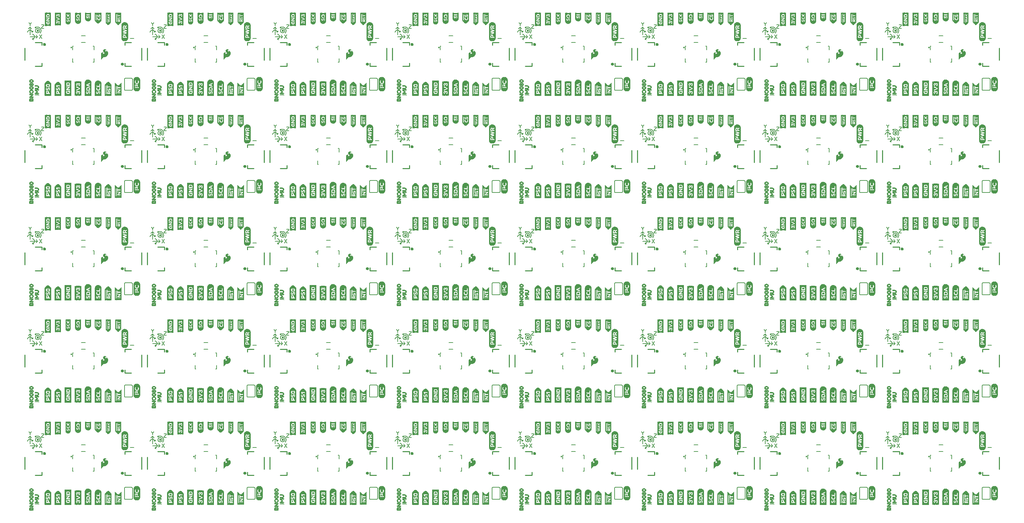
<source format=gto>
G75*
%MOIN*%
%OFA0B0*%
%FSLAX25Y25*%
%IPPOS*%
%LPD*%
%AMOC8*
5,1,8,0,0,1.08239X$1,22.5*
%
%ADD10C,0.01000*%
%ADD11C,0.00600*%
%ADD12C,0.00700*%
%ADD13C,0.01575*%
%ADD14C,0.00800*%
%ADD15R,0.00157X0.11024*%
%ADD16R,0.00157X0.11181*%
%ADD17R,0.00157X0.11496*%
%ADD18R,0.00157X0.11654*%
%ADD19R,0.00157X0.01732*%
%ADD20R,0.00157X0.01575*%
%ADD21R,0.00157X0.01890*%
%ADD22R,0.00157X0.02047*%
%ADD23R,0.00157X0.02362*%
%ADD24R,0.00157X0.12756*%
%ADD25R,0.00157X0.12913*%
%ADD26R,0.00157X0.13071*%
%ADD27R,0.00157X0.13228*%
%ADD28R,0.00157X0.00630*%
%ADD29R,0.00157X0.02992*%
%ADD30R,0.00157X0.01102*%
%ADD31R,0.00157X0.00315*%
%ADD32R,0.00157X0.00787*%
%ADD33R,0.00157X0.00157*%
%ADD34R,0.00157X0.03150*%
%ADD35R,0.00157X0.03307*%
%ADD36R,0.00157X0.01417*%
%ADD37R,0.00157X0.04409*%
%ADD38R,0.00157X0.04567*%
%ADD39R,0.00157X0.00945*%
%ADD40R,0.00157X0.02835*%
%ADD41R,0.00157X0.02677*%
%ADD42R,0.00157X0.00472*%
%ADD43R,0.00157X0.01260*%
%ADD44R,0.00157X0.04252*%
%ADD45R,0.00157X0.04094*%
%ADD46R,0.00157X0.03937*%
%ADD47R,0.00157X0.03780*%
%ADD48R,0.00157X0.03622*%
%ADD49R,0.00157X0.03465*%
%ADD50R,0.00157X0.11811*%
%ADD51R,0.00157X0.13386*%
%ADD52R,0.00157X0.13701*%
%ADD53R,0.00157X0.14016*%
%ADD54R,0.00157X0.14173*%
%ADD55R,0.00157X0.14331*%
%ADD56R,0.00157X0.14488*%
%ADD57R,0.00157X0.07087*%
%ADD58R,0.00157X0.04882*%
%ADD59R,0.00157X0.02205*%
%ADD60R,0.00157X0.05039*%
%ADD61R,0.00157X0.05197*%
%ADD62R,0.00157X0.02520*%
%ADD63R,0.00157X0.13858*%
%ADD64R,0.00157X0.14646*%
%ADD65R,0.00157X0.14961*%
%ADD66R,0.00157X0.15118*%
%ADD67R,0.00157X0.15276*%
%ADD68R,0.00157X0.15433*%
%ADD69R,0.00157X0.11969*%
%ADD70R,0.00157X0.09606*%
%ADD71R,0.00157X0.10551*%
%ADD72R,0.00157X0.12126*%
%ADD73R,0.00157X0.12441*%
%ADD74R,0.00157X0.05669*%
%ADD75R,0.00157X0.05827*%
%ADD76R,0.00157X0.05984*%
%ADD77R,0.00157X0.12598*%
%ADD78R,0.00157X0.12283*%
%ADD79R,0.00157X0.10866*%
%ADD80R,0.00157X0.10709*%
%ADD81R,0.00157X0.11339*%
%ADD82R,0.00157X0.06457*%
%ADD83R,0.00157X0.05354*%
%ADD84R,0.00157X0.06299*%
%ADD85R,0.00157X0.12520*%
%ADD86R,0.00118X0.12520*%
%ADD87R,0.00118X0.02480*%
%ADD88R,0.00118X0.06220*%
%ADD89R,0.00118X0.01929*%
%ADD90R,0.00118X0.00709*%
%ADD91R,0.00118X0.02047*%
%ADD92R,0.00157X0.01772*%
%ADD93R,0.00157X0.00551*%
%ADD94R,0.00157X0.01811*%
%ADD95R,0.00118X0.01654*%
%ADD96R,0.00118X0.00433*%
%ADD97R,0.00118X0.01811*%
%ADD98R,0.00157X0.01654*%
%ADD99R,0.00118X0.00276*%
%ADD100R,0.00118X0.00394*%
%ADD101R,0.00118X0.01496*%
%ADD102R,0.00118X0.00551*%
%ADD103R,0.00157X0.00669*%
%ADD104R,0.00157X0.01378*%
%ADD105R,0.00157X0.00709*%
%ADD106R,0.00157X0.01496*%
%ADD107R,0.00118X0.00984*%
%ADD108R,0.00118X0.01260*%
%ADD109R,0.00157X0.01929*%
%ADD110R,0.00118X0.00827*%
%ADD111R,0.00118X0.00945*%
%ADD112R,0.00157X0.02480*%
%ADD113R,0.00157X0.00984*%
%ADD114R,0.00118X0.01102*%
%ADD115R,0.00118X0.01772*%
%ADD116R,0.00157X0.00394*%
%ADD117R,0.00157X0.02087*%
%ADD118R,0.00118X0.03031*%
%ADD119R,0.00118X0.00157*%
%ADD120R,0.00118X0.02638*%
%ADD121R,0.00157X0.01220*%
%ADD122R,0.00118X0.01220*%
%ADD123R,0.00118X0.00669*%
%ADD124R,0.00118X0.01378*%
%ADD125R,0.00118X0.02205*%
%ADD126R,0.00157X0.09646*%
%ADD127R,0.00118X0.09803*%
%ADD128R,0.00157X0.10079*%
%ADD129R,0.00118X0.10197*%
%ADD130R,0.00118X0.01535*%
%ADD131R,0.00157X0.01535*%
%ADD132R,0.00118X0.11299*%
%ADD133R,0.00157X0.11457*%
%ADD134R,0.00118X0.11575*%
%ADD135R,0.00157X0.02756*%
%ADD136R,0.00118X0.02756*%
%ADD137R,0.00157X0.02874*%
%ADD138R,0.00157X0.03031*%
%ADD139R,0.00157X0.00276*%
%ADD140R,0.00157X0.00827*%
%ADD141R,0.00157X0.02638*%
%ADD142R,0.00118X0.02362*%
%ADD143R,0.00118X0.02598*%
%ADD144R,0.00118X0.02323*%
%ADD145R,0.00157X0.10354*%
%ADD146R,0.00118X0.10157*%
%ADD147R,0.00118X0.10276*%
%ADD148R,0.00079X0.10512*%
%ADD149R,0.00157X0.10630*%
%ADD150R,0.00118X0.01063*%
%ADD151R,0.00118X0.01417*%
%ADD152R,0.00118X0.01299*%
%ADD153R,0.00079X0.01181*%
%ADD154R,0.00079X0.01299*%
%ADD155R,0.00157X0.01299*%
%ADD156R,0.00118X0.11457*%
%ADD157R,0.00157X0.11693*%
%ADD158R,0.00118X0.11811*%
%ADD159R,0.00118X0.02244*%
%ADD160R,0.00118X0.01181*%
%ADD161R,0.00157X0.01063*%
%ADD162R,0.00157X0.01181*%
%ADD163R,0.00157X0.00591*%
%ADD164R,0.00118X0.00591*%
%ADD165R,0.00118X0.00472*%
%ADD166R,0.00118X0.00354*%
%ADD167R,0.00157X0.02598*%
%ADD168R,0.00157X0.00354*%
%ADD169R,0.00157X0.00236*%
%ADD170R,0.00118X0.02717*%
%ADD171R,0.00118X0.00118*%
%ADD172R,0.00118X0.01890*%
%ADD173R,0.00118X0.00236*%
%ADD174R,0.00118X0.02008*%
%ADD175R,0.00157X0.02717*%
%ADD176R,0.00157X0.00118*%
%ADD177R,0.00157X0.02126*%
%ADD178R,0.00118X0.02126*%
%ADD179R,0.00157X0.02244*%
%ADD180R,0.00118X0.10748*%
%ADD181R,0.00118X0.10630*%
%ADD182R,0.00118X0.10512*%
%ADD183R,0.00118X0.13386*%
%ADD184R,0.00118X0.02913*%
%ADD185R,0.00118X0.09646*%
%ADD186R,0.00157X0.00433*%
%ADD187R,0.00118X0.02087*%
%ADD188R,0.00157X0.07874*%
%ADD189R,0.00157X0.08031*%
%ADD190R,0.00157X0.08346*%
%ADD191R,0.00157X0.08504*%
%ADD192R,0.00157X0.09764*%
%ADD193R,0.00157X0.09921*%
%ADD194R,0.00157X0.08661*%
%ADD195R,0.00118X0.09921*%
%ADD196R,0.00157X0.10748*%
%ADD197R,0.00118X0.10866*%
%ADD198R,0.00118X0.10984*%
%ADD199R,0.00079X0.11102*%
%ADD200R,0.00118X0.02835*%
%ADD201R,0.00118X0.02953*%
%ADD202R,0.00157X0.02008*%
%ADD203R,0.00118X0.03189*%
%ADD204R,0.00118X0.03661*%
%ADD205R,0.00157X0.03898*%
%ADD206R,0.00118X0.11102*%
%ADD207R,0.00157X0.06339*%
%ADD208R,0.00118X0.06772*%
%ADD209R,0.00157X0.07047*%
%ADD210R,0.00118X0.07323*%
%ADD211R,0.00157X0.07441*%
%ADD212R,0.00118X0.07598*%
%ADD213R,0.00157X0.07717*%
%ADD214R,0.00118X0.03307*%
%ADD215R,0.00118X0.03858*%
%ADD216R,0.00118X0.02874*%
%ADD217R,0.00157X0.02913*%
%ADD218R,0.00157X0.03189*%
%ADD219R,0.00118X0.03465*%
%ADD220R,0.00157X0.03858*%
%ADD221R,0.00118X0.04291*%
%ADD222R,0.00157X0.04685*%
%ADD223R,0.00157X0.08819*%
%ADD224R,0.00118X0.09252*%
%ADD225R,0.00157X0.09528*%
%ADD226R,0.00118X0.10079*%
%ADD227R,0.00157X0.10197*%
%ADD228R,0.00157X0.03740*%
%ADD229C,0.00300*%
%ADD230C,0.00500*%
%ADD231R,0.00157X0.15906*%
%ADD232R,0.00157X0.16535*%
%ADD233R,0.00157X0.16850*%
%ADD234R,0.00157X0.17165*%
%ADD235R,0.00157X0.17480*%
%ADD236R,0.00157X0.06614*%
%ADD237R,0.00157X0.06772*%
D10*
X0040876Y0066939D02*
X0047372Y0066939D01*
X0047372Y0069892D01*
X0030640Y0072844D02*
X0030640Y0084656D01*
X0040876Y0090561D02*
X0047372Y0090561D01*
X0047372Y0087608D01*
X0042750Y0102250D02*
X0042752Y0102294D01*
X0042758Y0102338D01*
X0042768Y0102381D01*
X0042781Y0102423D01*
X0042798Y0102464D01*
X0042819Y0102503D01*
X0042843Y0102540D01*
X0042870Y0102575D01*
X0042900Y0102607D01*
X0042933Y0102637D01*
X0042969Y0102663D01*
X0043006Y0102687D01*
X0043046Y0102706D01*
X0043087Y0102723D01*
X0043130Y0102735D01*
X0043173Y0102744D01*
X0043217Y0102749D01*
X0043261Y0102750D01*
X0043305Y0102747D01*
X0043349Y0102740D01*
X0043392Y0102729D01*
X0043434Y0102715D01*
X0043474Y0102697D01*
X0043513Y0102675D01*
X0043549Y0102651D01*
X0043583Y0102623D01*
X0043615Y0102592D01*
X0043644Y0102558D01*
X0043670Y0102522D01*
X0043692Y0102484D01*
X0043711Y0102444D01*
X0043726Y0102402D01*
X0043738Y0102360D01*
X0043746Y0102316D01*
X0043750Y0102272D01*
X0043750Y0102228D01*
X0043746Y0102184D01*
X0043738Y0102140D01*
X0043726Y0102098D01*
X0043711Y0102056D01*
X0043692Y0102016D01*
X0043670Y0101978D01*
X0043644Y0101942D01*
X0043615Y0101908D01*
X0043583Y0101877D01*
X0043549Y0101849D01*
X0043513Y0101825D01*
X0043474Y0101803D01*
X0043434Y0101785D01*
X0043392Y0101771D01*
X0043349Y0101760D01*
X0043305Y0101753D01*
X0043261Y0101750D01*
X0043217Y0101751D01*
X0043173Y0101756D01*
X0043130Y0101765D01*
X0043087Y0101777D01*
X0043046Y0101794D01*
X0043006Y0101813D01*
X0042969Y0101837D01*
X0042933Y0101863D01*
X0042900Y0101893D01*
X0042870Y0101925D01*
X0042843Y0101960D01*
X0042819Y0101997D01*
X0042798Y0102036D01*
X0042781Y0102077D01*
X0042768Y0102119D01*
X0042758Y0102162D01*
X0042752Y0102206D01*
X0042750Y0102250D01*
X0130128Y0090561D02*
X0136624Y0090561D01*
X0130128Y0090561D02*
X0130128Y0087608D01*
X0146860Y0084656D02*
X0146860Y0072844D01*
X0152640Y0072844D02*
X0152640Y0084656D01*
X0162876Y0090561D02*
X0169372Y0090561D01*
X0169372Y0087608D01*
X0164750Y0102250D02*
X0164752Y0102294D01*
X0164758Y0102338D01*
X0164768Y0102381D01*
X0164781Y0102423D01*
X0164798Y0102464D01*
X0164819Y0102503D01*
X0164843Y0102540D01*
X0164870Y0102575D01*
X0164900Y0102607D01*
X0164933Y0102637D01*
X0164969Y0102663D01*
X0165006Y0102687D01*
X0165046Y0102706D01*
X0165087Y0102723D01*
X0165130Y0102735D01*
X0165173Y0102744D01*
X0165217Y0102749D01*
X0165261Y0102750D01*
X0165305Y0102747D01*
X0165349Y0102740D01*
X0165392Y0102729D01*
X0165434Y0102715D01*
X0165474Y0102697D01*
X0165513Y0102675D01*
X0165549Y0102651D01*
X0165583Y0102623D01*
X0165615Y0102592D01*
X0165644Y0102558D01*
X0165670Y0102522D01*
X0165692Y0102484D01*
X0165711Y0102444D01*
X0165726Y0102402D01*
X0165738Y0102360D01*
X0165746Y0102316D01*
X0165750Y0102272D01*
X0165750Y0102228D01*
X0165746Y0102184D01*
X0165738Y0102140D01*
X0165726Y0102098D01*
X0165711Y0102056D01*
X0165692Y0102016D01*
X0165670Y0101978D01*
X0165644Y0101942D01*
X0165615Y0101908D01*
X0165583Y0101877D01*
X0165549Y0101849D01*
X0165513Y0101825D01*
X0165474Y0101803D01*
X0165434Y0101785D01*
X0165392Y0101771D01*
X0165349Y0101760D01*
X0165305Y0101753D01*
X0165261Y0101750D01*
X0165217Y0101751D01*
X0165173Y0101756D01*
X0165130Y0101765D01*
X0165087Y0101777D01*
X0165046Y0101794D01*
X0165006Y0101813D01*
X0164969Y0101837D01*
X0164933Y0101863D01*
X0164900Y0101893D01*
X0164870Y0101925D01*
X0164843Y0101960D01*
X0164819Y0101997D01*
X0164798Y0102036D01*
X0164781Y0102077D01*
X0164768Y0102119D01*
X0164758Y0102162D01*
X0164752Y0102206D01*
X0164750Y0102250D01*
X0169372Y0069892D02*
X0169372Y0066939D01*
X0162876Y0066939D01*
X0136624Y0066939D02*
X0130128Y0066939D01*
X0130128Y0069892D01*
X0252128Y0069892D02*
X0252128Y0066939D01*
X0258624Y0066939D01*
X0268860Y0072844D02*
X0268860Y0084656D01*
X0274640Y0084656D02*
X0274640Y0072844D01*
X0284876Y0066939D02*
X0291372Y0066939D01*
X0291372Y0069892D01*
X0291372Y0087608D02*
X0291372Y0090561D01*
X0284876Y0090561D01*
X0286750Y0102250D02*
X0286752Y0102294D01*
X0286758Y0102338D01*
X0286768Y0102381D01*
X0286781Y0102423D01*
X0286798Y0102464D01*
X0286819Y0102503D01*
X0286843Y0102540D01*
X0286870Y0102575D01*
X0286900Y0102607D01*
X0286933Y0102637D01*
X0286969Y0102663D01*
X0287006Y0102687D01*
X0287046Y0102706D01*
X0287087Y0102723D01*
X0287130Y0102735D01*
X0287173Y0102744D01*
X0287217Y0102749D01*
X0287261Y0102750D01*
X0287305Y0102747D01*
X0287349Y0102740D01*
X0287392Y0102729D01*
X0287434Y0102715D01*
X0287474Y0102697D01*
X0287513Y0102675D01*
X0287549Y0102651D01*
X0287583Y0102623D01*
X0287615Y0102592D01*
X0287644Y0102558D01*
X0287670Y0102522D01*
X0287692Y0102484D01*
X0287711Y0102444D01*
X0287726Y0102402D01*
X0287738Y0102360D01*
X0287746Y0102316D01*
X0287750Y0102272D01*
X0287750Y0102228D01*
X0287746Y0102184D01*
X0287738Y0102140D01*
X0287726Y0102098D01*
X0287711Y0102056D01*
X0287692Y0102016D01*
X0287670Y0101978D01*
X0287644Y0101942D01*
X0287615Y0101908D01*
X0287583Y0101877D01*
X0287549Y0101849D01*
X0287513Y0101825D01*
X0287474Y0101803D01*
X0287434Y0101785D01*
X0287392Y0101771D01*
X0287349Y0101760D01*
X0287305Y0101753D01*
X0287261Y0101750D01*
X0287217Y0101751D01*
X0287173Y0101756D01*
X0287130Y0101765D01*
X0287087Y0101777D01*
X0287046Y0101794D01*
X0287006Y0101813D01*
X0286969Y0101837D01*
X0286933Y0101863D01*
X0286900Y0101893D01*
X0286870Y0101925D01*
X0286843Y0101960D01*
X0286819Y0101997D01*
X0286798Y0102036D01*
X0286781Y0102077D01*
X0286768Y0102119D01*
X0286758Y0102162D01*
X0286752Y0102206D01*
X0286750Y0102250D01*
X0258624Y0090561D02*
X0252128Y0090561D01*
X0252128Y0087608D01*
X0374128Y0087608D02*
X0374128Y0090561D01*
X0380624Y0090561D01*
X0390860Y0084656D02*
X0390860Y0072844D01*
X0396640Y0072844D02*
X0396640Y0084656D01*
X0406876Y0090561D02*
X0413372Y0090561D01*
X0413372Y0087608D01*
X0408750Y0102250D02*
X0408752Y0102294D01*
X0408758Y0102338D01*
X0408768Y0102381D01*
X0408781Y0102423D01*
X0408798Y0102464D01*
X0408819Y0102503D01*
X0408843Y0102540D01*
X0408870Y0102575D01*
X0408900Y0102607D01*
X0408933Y0102637D01*
X0408969Y0102663D01*
X0409006Y0102687D01*
X0409046Y0102706D01*
X0409087Y0102723D01*
X0409130Y0102735D01*
X0409173Y0102744D01*
X0409217Y0102749D01*
X0409261Y0102750D01*
X0409305Y0102747D01*
X0409349Y0102740D01*
X0409392Y0102729D01*
X0409434Y0102715D01*
X0409474Y0102697D01*
X0409513Y0102675D01*
X0409549Y0102651D01*
X0409583Y0102623D01*
X0409615Y0102592D01*
X0409644Y0102558D01*
X0409670Y0102522D01*
X0409692Y0102484D01*
X0409711Y0102444D01*
X0409726Y0102402D01*
X0409738Y0102360D01*
X0409746Y0102316D01*
X0409750Y0102272D01*
X0409750Y0102228D01*
X0409746Y0102184D01*
X0409738Y0102140D01*
X0409726Y0102098D01*
X0409711Y0102056D01*
X0409692Y0102016D01*
X0409670Y0101978D01*
X0409644Y0101942D01*
X0409615Y0101908D01*
X0409583Y0101877D01*
X0409549Y0101849D01*
X0409513Y0101825D01*
X0409474Y0101803D01*
X0409434Y0101785D01*
X0409392Y0101771D01*
X0409349Y0101760D01*
X0409305Y0101753D01*
X0409261Y0101750D01*
X0409217Y0101751D01*
X0409173Y0101756D01*
X0409130Y0101765D01*
X0409087Y0101777D01*
X0409046Y0101794D01*
X0409006Y0101813D01*
X0408969Y0101837D01*
X0408933Y0101863D01*
X0408900Y0101893D01*
X0408870Y0101925D01*
X0408843Y0101960D01*
X0408819Y0101997D01*
X0408798Y0102036D01*
X0408781Y0102077D01*
X0408768Y0102119D01*
X0408758Y0102162D01*
X0408752Y0102206D01*
X0408750Y0102250D01*
X0413372Y0069892D02*
X0413372Y0066939D01*
X0406876Y0066939D01*
X0380624Y0066939D02*
X0374128Y0066939D01*
X0374128Y0069892D01*
X0496128Y0069892D02*
X0496128Y0066939D01*
X0502624Y0066939D01*
X0512860Y0072844D02*
X0512860Y0084656D01*
X0518640Y0084656D02*
X0518640Y0072844D01*
X0528876Y0066939D02*
X0535372Y0066939D01*
X0535372Y0069892D01*
X0535372Y0087608D02*
X0535372Y0090561D01*
X0528876Y0090561D01*
X0530750Y0102250D02*
X0530752Y0102294D01*
X0530758Y0102338D01*
X0530768Y0102381D01*
X0530781Y0102423D01*
X0530798Y0102464D01*
X0530819Y0102503D01*
X0530843Y0102540D01*
X0530870Y0102575D01*
X0530900Y0102607D01*
X0530933Y0102637D01*
X0530969Y0102663D01*
X0531006Y0102687D01*
X0531046Y0102706D01*
X0531087Y0102723D01*
X0531130Y0102735D01*
X0531173Y0102744D01*
X0531217Y0102749D01*
X0531261Y0102750D01*
X0531305Y0102747D01*
X0531349Y0102740D01*
X0531392Y0102729D01*
X0531434Y0102715D01*
X0531474Y0102697D01*
X0531513Y0102675D01*
X0531549Y0102651D01*
X0531583Y0102623D01*
X0531615Y0102592D01*
X0531644Y0102558D01*
X0531670Y0102522D01*
X0531692Y0102484D01*
X0531711Y0102444D01*
X0531726Y0102402D01*
X0531738Y0102360D01*
X0531746Y0102316D01*
X0531750Y0102272D01*
X0531750Y0102228D01*
X0531746Y0102184D01*
X0531738Y0102140D01*
X0531726Y0102098D01*
X0531711Y0102056D01*
X0531692Y0102016D01*
X0531670Y0101978D01*
X0531644Y0101942D01*
X0531615Y0101908D01*
X0531583Y0101877D01*
X0531549Y0101849D01*
X0531513Y0101825D01*
X0531474Y0101803D01*
X0531434Y0101785D01*
X0531392Y0101771D01*
X0531349Y0101760D01*
X0531305Y0101753D01*
X0531261Y0101750D01*
X0531217Y0101751D01*
X0531173Y0101756D01*
X0531130Y0101765D01*
X0531087Y0101777D01*
X0531046Y0101794D01*
X0531006Y0101813D01*
X0530969Y0101837D01*
X0530933Y0101863D01*
X0530900Y0101893D01*
X0530870Y0101925D01*
X0530843Y0101960D01*
X0530819Y0101997D01*
X0530798Y0102036D01*
X0530781Y0102077D01*
X0530768Y0102119D01*
X0530758Y0102162D01*
X0530752Y0102206D01*
X0530750Y0102250D01*
X0502624Y0090561D02*
X0496128Y0090561D01*
X0496128Y0087608D01*
X0618128Y0087608D02*
X0618128Y0090561D01*
X0624624Y0090561D01*
X0634860Y0084656D02*
X0634860Y0072844D01*
X0640640Y0072844D02*
X0640640Y0084656D01*
X0650876Y0090561D02*
X0657372Y0090561D01*
X0657372Y0087608D01*
X0652750Y0102250D02*
X0652752Y0102294D01*
X0652758Y0102338D01*
X0652768Y0102381D01*
X0652781Y0102423D01*
X0652798Y0102464D01*
X0652819Y0102503D01*
X0652843Y0102540D01*
X0652870Y0102575D01*
X0652900Y0102607D01*
X0652933Y0102637D01*
X0652969Y0102663D01*
X0653006Y0102687D01*
X0653046Y0102706D01*
X0653087Y0102723D01*
X0653130Y0102735D01*
X0653173Y0102744D01*
X0653217Y0102749D01*
X0653261Y0102750D01*
X0653305Y0102747D01*
X0653349Y0102740D01*
X0653392Y0102729D01*
X0653434Y0102715D01*
X0653474Y0102697D01*
X0653513Y0102675D01*
X0653549Y0102651D01*
X0653583Y0102623D01*
X0653615Y0102592D01*
X0653644Y0102558D01*
X0653670Y0102522D01*
X0653692Y0102484D01*
X0653711Y0102444D01*
X0653726Y0102402D01*
X0653738Y0102360D01*
X0653746Y0102316D01*
X0653750Y0102272D01*
X0653750Y0102228D01*
X0653746Y0102184D01*
X0653738Y0102140D01*
X0653726Y0102098D01*
X0653711Y0102056D01*
X0653692Y0102016D01*
X0653670Y0101978D01*
X0653644Y0101942D01*
X0653615Y0101908D01*
X0653583Y0101877D01*
X0653549Y0101849D01*
X0653513Y0101825D01*
X0653474Y0101803D01*
X0653434Y0101785D01*
X0653392Y0101771D01*
X0653349Y0101760D01*
X0653305Y0101753D01*
X0653261Y0101750D01*
X0653217Y0101751D01*
X0653173Y0101756D01*
X0653130Y0101765D01*
X0653087Y0101777D01*
X0653046Y0101794D01*
X0653006Y0101813D01*
X0652969Y0101837D01*
X0652933Y0101863D01*
X0652900Y0101893D01*
X0652870Y0101925D01*
X0652843Y0101960D01*
X0652819Y0101997D01*
X0652798Y0102036D01*
X0652781Y0102077D01*
X0652768Y0102119D01*
X0652758Y0102162D01*
X0652752Y0102206D01*
X0652750Y0102250D01*
X0657372Y0069892D02*
X0657372Y0066939D01*
X0650876Y0066939D01*
X0624624Y0066939D02*
X0618128Y0066939D01*
X0618128Y0069892D01*
X0740128Y0069892D02*
X0740128Y0066939D01*
X0746624Y0066939D01*
X0756860Y0072844D02*
X0756860Y0084656D01*
X0762640Y0084656D02*
X0762640Y0072844D01*
X0772876Y0066939D02*
X0779372Y0066939D01*
X0779372Y0069892D01*
X0779372Y0087608D02*
X0779372Y0090561D01*
X0772876Y0090561D01*
X0774750Y0102250D02*
X0774752Y0102294D01*
X0774758Y0102338D01*
X0774768Y0102381D01*
X0774781Y0102423D01*
X0774798Y0102464D01*
X0774819Y0102503D01*
X0774843Y0102540D01*
X0774870Y0102575D01*
X0774900Y0102607D01*
X0774933Y0102637D01*
X0774969Y0102663D01*
X0775006Y0102687D01*
X0775046Y0102706D01*
X0775087Y0102723D01*
X0775130Y0102735D01*
X0775173Y0102744D01*
X0775217Y0102749D01*
X0775261Y0102750D01*
X0775305Y0102747D01*
X0775349Y0102740D01*
X0775392Y0102729D01*
X0775434Y0102715D01*
X0775474Y0102697D01*
X0775513Y0102675D01*
X0775549Y0102651D01*
X0775583Y0102623D01*
X0775615Y0102592D01*
X0775644Y0102558D01*
X0775670Y0102522D01*
X0775692Y0102484D01*
X0775711Y0102444D01*
X0775726Y0102402D01*
X0775738Y0102360D01*
X0775746Y0102316D01*
X0775750Y0102272D01*
X0775750Y0102228D01*
X0775746Y0102184D01*
X0775738Y0102140D01*
X0775726Y0102098D01*
X0775711Y0102056D01*
X0775692Y0102016D01*
X0775670Y0101978D01*
X0775644Y0101942D01*
X0775615Y0101908D01*
X0775583Y0101877D01*
X0775549Y0101849D01*
X0775513Y0101825D01*
X0775474Y0101803D01*
X0775434Y0101785D01*
X0775392Y0101771D01*
X0775349Y0101760D01*
X0775305Y0101753D01*
X0775261Y0101750D01*
X0775217Y0101751D01*
X0775173Y0101756D01*
X0775130Y0101765D01*
X0775087Y0101777D01*
X0775046Y0101794D01*
X0775006Y0101813D01*
X0774969Y0101837D01*
X0774933Y0101863D01*
X0774900Y0101893D01*
X0774870Y0101925D01*
X0774843Y0101960D01*
X0774819Y0101997D01*
X0774798Y0102036D01*
X0774781Y0102077D01*
X0774768Y0102119D01*
X0774758Y0102162D01*
X0774752Y0102206D01*
X0774750Y0102250D01*
X0746624Y0090561D02*
X0740128Y0090561D01*
X0740128Y0087608D01*
X0862128Y0087608D02*
X0862128Y0090561D01*
X0868624Y0090561D01*
X0878860Y0084656D02*
X0878860Y0072844D01*
X0884640Y0072844D02*
X0884640Y0084656D01*
X0894876Y0090561D02*
X0901372Y0090561D01*
X0901372Y0087608D01*
X0896750Y0102250D02*
X0896752Y0102294D01*
X0896758Y0102338D01*
X0896768Y0102381D01*
X0896781Y0102423D01*
X0896798Y0102464D01*
X0896819Y0102503D01*
X0896843Y0102540D01*
X0896870Y0102575D01*
X0896900Y0102607D01*
X0896933Y0102637D01*
X0896969Y0102663D01*
X0897006Y0102687D01*
X0897046Y0102706D01*
X0897087Y0102723D01*
X0897130Y0102735D01*
X0897173Y0102744D01*
X0897217Y0102749D01*
X0897261Y0102750D01*
X0897305Y0102747D01*
X0897349Y0102740D01*
X0897392Y0102729D01*
X0897434Y0102715D01*
X0897474Y0102697D01*
X0897513Y0102675D01*
X0897549Y0102651D01*
X0897583Y0102623D01*
X0897615Y0102592D01*
X0897644Y0102558D01*
X0897670Y0102522D01*
X0897692Y0102484D01*
X0897711Y0102444D01*
X0897726Y0102402D01*
X0897738Y0102360D01*
X0897746Y0102316D01*
X0897750Y0102272D01*
X0897750Y0102228D01*
X0897746Y0102184D01*
X0897738Y0102140D01*
X0897726Y0102098D01*
X0897711Y0102056D01*
X0897692Y0102016D01*
X0897670Y0101978D01*
X0897644Y0101942D01*
X0897615Y0101908D01*
X0897583Y0101877D01*
X0897549Y0101849D01*
X0897513Y0101825D01*
X0897474Y0101803D01*
X0897434Y0101785D01*
X0897392Y0101771D01*
X0897349Y0101760D01*
X0897305Y0101753D01*
X0897261Y0101750D01*
X0897217Y0101751D01*
X0897173Y0101756D01*
X0897130Y0101765D01*
X0897087Y0101777D01*
X0897046Y0101794D01*
X0897006Y0101813D01*
X0896969Y0101837D01*
X0896933Y0101863D01*
X0896900Y0101893D01*
X0896870Y0101925D01*
X0896843Y0101960D01*
X0896819Y0101997D01*
X0896798Y0102036D01*
X0896781Y0102077D01*
X0896768Y0102119D01*
X0896758Y0102162D01*
X0896752Y0102206D01*
X0896750Y0102250D01*
X0901372Y0069892D02*
X0901372Y0066939D01*
X0894876Y0066939D01*
X0868624Y0066939D02*
X0862128Y0066939D01*
X0862128Y0069892D01*
X0984128Y0069892D02*
X0984128Y0066939D01*
X0990624Y0066939D01*
X1000860Y0072844D02*
X1000860Y0084656D01*
X0990624Y0090561D02*
X0984128Y0090561D01*
X0984128Y0087608D01*
X0984128Y0168939D02*
X0984128Y0171892D01*
X0984128Y0168939D02*
X0990624Y0168939D01*
X1000860Y0174844D02*
X1000860Y0186656D01*
X0990624Y0192561D02*
X0984128Y0192561D01*
X0984128Y0189608D01*
X0901372Y0189608D02*
X0901372Y0192561D01*
X0894876Y0192561D01*
X0884640Y0186656D02*
X0884640Y0174844D01*
X0878860Y0174844D02*
X0878860Y0186656D01*
X0868624Y0192561D02*
X0862128Y0192561D01*
X0862128Y0189608D01*
X0862128Y0171892D02*
X0862128Y0168939D01*
X0868624Y0168939D01*
X0894876Y0168939D02*
X0901372Y0168939D01*
X0901372Y0171892D01*
X0896750Y0204250D02*
X0896752Y0204294D01*
X0896758Y0204338D01*
X0896768Y0204381D01*
X0896781Y0204423D01*
X0896798Y0204464D01*
X0896819Y0204503D01*
X0896843Y0204540D01*
X0896870Y0204575D01*
X0896900Y0204607D01*
X0896933Y0204637D01*
X0896969Y0204663D01*
X0897006Y0204687D01*
X0897046Y0204706D01*
X0897087Y0204723D01*
X0897130Y0204735D01*
X0897173Y0204744D01*
X0897217Y0204749D01*
X0897261Y0204750D01*
X0897305Y0204747D01*
X0897349Y0204740D01*
X0897392Y0204729D01*
X0897434Y0204715D01*
X0897474Y0204697D01*
X0897513Y0204675D01*
X0897549Y0204651D01*
X0897583Y0204623D01*
X0897615Y0204592D01*
X0897644Y0204558D01*
X0897670Y0204522D01*
X0897692Y0204484D01*
X0897711Y0204444D01*
X0897726Y0204402D01*
X0897738Y0204360D01*
X0897746Y0204316D01*
X0897750Y0204272D01*
X0897750Y0204228D01*
X0897746Y0204184D01*
X0897738Y0204140D01*
X0897726Y0204098D01*
X0897711Y0204056D01*
X0897692Y0204016D01*
X0897670Y0203978D01*
X0897644Y0203942D01*
X0897615Y0203908D01*
X0897583Y0203877D01*
X0897549Y0203849D01*
X0897513Y0203825D01*
X0897474Y0203803D01*
X0897434Y0203785D01*
X0897392Y0203771D01*
X0897349Y0203760D01*
X0897305Y0203753D01*
X0897261Y0203750D01*
X0897217Y0203751D01*
X0897173Y0203756D01*
X0897130Y0203765D01*
X0897087Y0203777D01*
X0897046Y0203794D01*
X0897006Y0203813D01*
X0896969Y0203837D01*
X0896933Y0203863D01*
X0896900Y0203893D01*
X0896870Y0203925D01*
X0896843Y0203960D01*
X0896819Y0203997D01*
X0896798Y0204036D01*
X0896781Y0204077D01*
X0896768Y0204119D01*
X0896758Y0204162D01*
X0896752Y0204206D01*
X0896750Y0204250D01*
X0779372Y0192561D02*
X0779372Y0189608D01*
X0779372Y0192561D02*
X0772876Y0192561D01*
X0762640Y0186656D02*
X0762640Y0174844D01*
X0756860Y0174844D02*
X0756860Y0186656D01*
X0746624Y0192561D02*
X0740128Y0192561D01*
X0740128Y0189608D01*
X0740128Y0171892D02*
X0740128Y0168939D01*
X0746624Y0168939D01*
X0772876Y0168939D02*
X0779372Y0168939D01*
X0779372Y0171892D01*
X0774750Y0204250D02*
X0774752Y0204294D01*
X0774758Y0204338D01*
X0774768Y0204381D01*
X0774781Y0204423D01*
X0774798Y0204464D01*
X0774819Y0204503D01*
X0774843Y0204540D01*
X0774870Y0204575D01*
X0774900Y0204607D01*
X0774933Y0204637D01*
X0774969Y0204663D01*
X0775006Y0204687D01*
X0775046Y0204706D01*
X0775087Y0204723D01*
X0775130Y0204735D01*
X0775173Y0204744D01*
X0775217Y0204749D01*
X0775261Y0204750D01*
X0775305Y0204747D01*
X0775349Y0204740D01*
X0775392Y0204729D01*
X0775434Y0204715D01*
X0775474Y0204697D01*
X0775513Y0204675D01*
X0775549Y0204651D01*
X0775583Y0204623D01*
X0775615Y0204592D01*
X0775644Y0204558D01*
X0775670Y0204522D01*
X0775692Y0204484D01*
X0775711Y0204444D01*
X0775726Y0204402D01*
X0775738Y0204360D01*
X0775746Y0204316D01*
X0775750Y0204272D01*
X0775750Y0204228D01*
X0775746Y0204184D01*
X0775738Y0204140D01*
X0775726Y0204098D01*
X0775711Y0204056D01*
X0775692Y0204016D01*
X0775670Y0203978D01*
X0775644Y0203942D01*
X0775615Y0203908D01*
X0775583Y0203877D01*
X0775549Y0203849D01*
X0775513Y0203825D01*
X0775474Y0203803D01*
X0775434Y0203785D01*
X0775392Y0203771D01*
X0775349Y0203760D01*
X0775305Y0203753D01*
X0775261Y0203750D01*
X0775217Y0203751D01*
X0775173Y0203756D01*
X0775130Y0203765D01*
X0775087Y0203777D01*
X0775046Y0203794D01*
X0775006Y0203813D01*
X0774969Y0203837D01*
X0774933Y0203863D01*
X0774900Y0203893D01*
X0774870Y0203925D01*
X0774843Y0203960D01*
X0774819Y0203997D01*
X0774798Y0204036D01*
X0774781Y0204077D01*
X0774768Y0204119D01*
X0774758Y0204162D01*
X0774752Y0204206D01*
X0774750Y0204250D01*
X0657372Y0192561D02*
X0657372Y0189608D01*
X0657372Y0192561D02*
X0650876Y0192561D01*
X0640640Y0186656D02*
X0640640Y0174844D01*
X0634860Y0174844D02*
X0634860Y0186656D01*
X0624624Y0192561D02*
X0618128Y0192561D01*
X0618128Y0189608D01*
X0618128Y0171892D02*
X0618128Y0168939D01*
X0624624Y0168939D01*
X0650876Y0168939D02*
X0657372Y0168939D01*
X0657372Y0171892D01*
X0652750Y0204250D02*
X0652752Y0204294D01*
X0652758Y0204338D01*
X0652768Y0204381D01*
X0652781Y0204423D01*
X0652798Y0204464D01*
X0652819Y0204503D01*
X0652843Y0204540D01*
X0652870Y0204575D01*
X0652900Y0204607D01*
X0652933Y0204637D01*
X0652969Y0204663D01*
X0653006Y0204687D01*
X0653046Y0204706D01*
X0653087Y0204723D01*
X0653130Y0204735D01*
X0653173Y0204744D01*
X0653217Y0204749D01*
X0653261Y0204750D01*
X0653305Y0204747D01*
X0653349Y0204740D01*
X0653392Y0204729D01*
X0653434Y0204715D01*
X0653474Y0204697D01*
X0653513Y0204675D01*
X0653549Y0204651D01*
X0653583Y0204623D01*
X0653615Y0204592D01*
X0653644Y0204558D01*
X0653670Y0204522D01*
X0653692Y0204484D01*
X0653711Y0204444D01*
X0653726Y0204402D01*
X0653738Y0204360D01*
X0653746Y0204316D01*
X0653750Y0204272D01*
X0653750Y0204228D01*
X0653746Y0204184D01*
X0653738Y0204140D01*
X0653726Y0204098D01*
X0653711Y0204056D01*
X0653692Y0204016D01*
X0653670Y0203978D01*
X0653644Y0203942D01*
X0653615Y0203908D01*
X0653583Y0203877D01*
X0653549Y0203849D01*
X0653513Y0203825D01*
X0653474Y0203803D01*
X0653434Y0203785D01*
X0653392Y0203771D01*
X0653349Y0203760D01*
X0653305Y0203753D01*
X0653261Y0203750D01*
X0653217Y0203751D01*
X0653173Y0203756D01*
X0653130Y0203765D01*
X0653087Y0203777D01*
X0653046Y0203794D01*
X0653006Y0203813D01*
X0652969Y0203837D01*
X0652933Y0203863D01*
X0652900Y0203893D01*
X0652870Y0203925D01*
X0652843Y0203960D01*
X0652819Y0203997D01*
X0652798Y0204036D01*
X0652781Y0204077D01*
X0652768Y0204119D01*
X0652758Y0204162D01*
X0652752Y0204206D01*
X0652750Y0204250D01*
X0535372Y0192561D02*
X0535372Y0189608D01*
X0535372Y0192561D02*
X0528876Y0192561D01*
X0518640Y0186656D02*
X0518640Y0174844D01*
X0512860Y0174844D02*
X0512860Y0186656D01*
X0502624Y0192561D02*
X0496128Y0192561D01*
X0496128Y0189608D01*
X0496128Y0171892D02*
X0496128Y0168939D01*
X0502624Y0168939D01*
X0528876Y0168939D02*
X0535372Y0168939D01*
X0535372Y0171892D01*
X0530750Y0204250D02*
X0530752Y0204294D01*
X0530758Y0204338D01*
X0530768Y0204381D01*
X0530781Y0204423D01*
X0530798Y0204464D01*
X0530819Y0204503D01*
X0530843Y0204540D01*
X0530870Y0204575D01*
X0530900Y0204607D01*
X0530933Y0204637D01*
X0530969Y0204663D01*
X0531006Y0204687D01*
X0531046Y0204706D01*
X0531087Y0204723D01*
X0531130Y0204735D01*
X0531173Y0204744D01*
X0531217Y0204749D01*
X0531261Y0204750D01*
X0531305Y0204747D01*
X0531349Y0204740D01*
X0531392Y0204729D01*
X0531434Y0204715D01*
X0531474Y0204697D01*
X0531513Y0204675D01*
X0531549Y0204651D01*
X0531583Y0204623D01*
X0531615Y0204592D01*
X0531644Y0204558D01*
X0531670Y0204522D01*
X0531692Y0204484D01*
X0531711Y0204444D01*
X0531726Y0204402D01*
X0531738Y0204360D01*
X0531746Y0204316D01*
X0531750Y0204272D01*
X0531750Y0204228D01*
X0531746Y0204184D01*
X0531738Y0204140D01*
X0531726Y0204098D01*
X0531711Y0204056D01*
X0531692Y0204016D01*
X0531670Y0203978D01*
X0531644Y0203942D01*
X0531615Y0203908D01*
X0531583Y0203877D01*
X0531549Y0203849D01*
X0531513Y0203825D01*
X0531474Y0203803D01*
X0531434Y0203785D01*
X0531392Y0203771D01*
X0531349Y0203760D01*
X0531305Y0203753D01*
X0531261Y0203750D01*
X0531217Y0203751D01*
X0531173Y0203756D01*
X0531130Y0203765D01*
X0531087Y0203777D01*
X0531046Y0203794D01*
X0531006Y0203813D01*
X0530969Y0203837D01*
X0530933Y0203863D01*
X0530900Y0203893D01*
X0530870Y0203925D01*
X0530843Y0203960D01*
X0530819Y0203997D01*
X0530798Y0204036D01*
X0530781Y0204077D01*
X0530768Y0204119D01*
X0530758Y0204162D01*
X0530752Y0204206D01*
X0530750Y0204250D01*
X0413372Y0192561D02*
X0413372Y0189608D01*
X0413372Y0192561D02*
X0406876Y0192561D01*
X0396640Y0186656D02*
X0396640Y0174844D01*
X0390860Y0174844D02*
X0390860Y0186656D01*
X0380624Y0192561D02*
X0374128Y0192561D01*
X0374128Y0189608D01*
X0374128Y0171892D02*
X0374128Y0168939D01*
X0380624Y0168939D01*
X0406876Y0168939D02*
X0413372Y0168939D01*
X0413372Y0171892D01*
X0408750Y0204250D02*
X0408752Y0204294D01*
X0408758Y0204338D01*
X0408768Y0204381D01*
X0408781Y0204423D01*
X0408798Y0204464D01*
X0408819Y0204503D01*
X0408843Y0204540D01*
X0408870Y0204575D01*
X0408900Y0204607D01*
X0408933Y0204637D01*
X0408969Y0204663D01*
X0409006Y0204687D01*
X0409046Y0204706D01*
X0409087Y0204723D01*
X0409130Y0204735D01*
X0409173Y0204744D01*
X0409217Y0204749D01*
X0409261Y0204750D01*
X0409305Y0204747D01*
X0409349Y0204740D01*
X0409392Y0204729D01*
X0409434Y0204715D01*
X0409474Y0204697D01*
X0409513Y0204675D01*
X0409549Y0204651D01*
X0409583Y0204623D01*
X0409615Y0204592D01*
X0409644Y0204558D01*
X0409670Y0204522D01*
X0409692Y0204484D01*
X0409711Y0204444D01*
X0409726Y0204402D01*
X0409738Y0204360D01*
X0409746Y0204316D01*
X0409750Y0204272D01*
X0409750Y0204228D01*
X0409746Y0204184D01*
X0409738Y0204140D01*
X0409726Y0204098D01*
X0409711Y0204056D01*
X0409692Y0204016D01*
X0409670Y0203978D01*
X0409644Y0203942D01*
X0409615Y0203908D01*
X0409583Y0203877D01*
X0409549Y0203849D01*
X0409513Y0203825D01*
X0409474Y0203803D01*
X0409434Y0203785D01*
X0409392Y0203771D01*
X0409349Y0203760D01*
X0409305Y0203753D01*
X0409261Y0203750D01*
X0409217Y0203751D01*
X0409173Y0203756D01*
X0409130Y0203765D01*
X0409087Y0203777D01*
X0409046Y0203794D01*
X0409006Y0203813D01*
X0408969Y0203837D01*
X0408933Y0203863D01*
X0408900Y0203893D01*
X0408870Y0203925D01*
X0408843Y0203960D01*
X0408819Y0203997D01*
X0408798Y0204036D01*
X0408781Y0204077D01*
X0408768Y0204119D01*
X0408758Y0204162D01*
X0408752Y0204206D01*
X0408750Y0204250D01*
X0291372Y0192561D02*
X0291372Y0189608D01*
X0291372Y0192561D02*
X0284876Y0192561D01*
X0274640Y0186656D02*
X0274640Y0174844D01*
X0268860Y0174844D02*
X0268860Y0186656D01*
X0258624Y0192561D02*
X0252128Y0192561D01*
X0252128Y0189608D01*
X0252128Y0171892D02*
X0252128Y0168939D01*
X0258624Y0168939D01*
X0284876Y0168939D02*
X0291372Y0168939D01*
X0291372Y0171892D01*
X0286750Y0204250D02*
X0286752Y0204294D01*
X0286758Y0204338D01*
X0286768Y0204381D01*
X0286781Y0204423D01*
X0286798Y0204464D01*
X0286819Y0204503D01*
X0286843Y0204540D01*
X0286870Y0204575D01*
X0286900Y0204607D01*
X0286933Y0204637D01*
X0286969Y0204663D01*
X0287006Y0204687D01*
X0287046Y0204706D01*
X0287087Y0204723D01*
X0287130Y0204735D01*
X0287173Y0204744D01*
X0287217Y0204749D01*
X0287261Y0204750D01*
X0287305Y0204747D01*
X0287349Y0204740D01*
X0287392Y0204729D01*
X0287434Y0204715D01*
X0287474Y0204697D01*
X0287513Y0204675D01*
X0287549Y0204651D01*
X0287583Y0204623D01*
X0287615Y0204592D01*
X0287644Y0204558D01*
X0287670Y0204522D01*
X0287692Y0204484D01*
X0287711Y0204444D01*
X0287726Y0204402D01*
X0287738Y0204360D01*
X0287746Y0204316D01*
X0287750Y0204272D01*
X0287750Y0204228D01*
X0287746Y0204184D01*
X0287738Y0204140D01*
X0287726Y0204098D01*
X0287711Y0204056D01*
X0287692Y0204016D01*
X0287670Y0203978D01*
X0287644Y0203942D01*
X0287615Y0203908D01*
X0287583Y0203877D01*
X0287549Y0203849D01*
X0287513Y0203825D01*
X0287474Y0203803D01*
X0287434Y0203785D01*
X0287392Y0203771D01*
X0287349Y0203760D01*
X0287305Y0203753D01*
X0287261Y0203750D01*
X0287217Y0203751D01*
X0287173Y0203756D01*
X0287130Y0203765D01*
X0287087Y0203777D01*
X0287046Y0203794D01*
X0287006Y0203813D01*
X0286969Y0203837D01*
X0286933Y0203863D01*
X0286900Y0203893D01*
X0286870Y0203925D01*
X0286843Y0203960D01*
X0286819Y0203997D01*
X0286798Y0204036D01*
X0286781Y0204077D01*
X0286768Y0204119D01*
X0286758Y0204162D01*
X0286752Y0204206D01*
X0286750Y0204250D01*
X0169372Y0192561D02*
X0169372Y0189608D01*
X0169372Y0192561D02*
X0162876Y0192561D01*
X0152640Y0186656D02*
X0152640Y0174844D01*
X0146860Y0174844D02*
X0146860Y0186656D01*
X0136624Y0192561D02*
X0130128Y0192561D01*
X0130128Y0189608D01*
X0130128Y0171892D02*
X0130128Y0168939D01*
X0136624Y0168939D01*
X0162876Y0168939D02*
X0169372Y0168939D01*
X0169372Y0171892D01*
X0164750Y0204250D02*
X0164752Y0204294D01*
X0164758Y0204338D01*
X0164768Y0204381D01*
X0164781Y0204423D01*
X0164798Y0204464D01*
X0164819Y0204503D01*
X0164843Y0204540D01*
X0164870Y0204575D01*
X0164900Y0204607D01*
X0164933Y0204637D01*
X0164969Y0204663D01*
X0165006Y0204687D01*
X0165046Y0204706D01*
X0165087Y0204723D01*
X0165130Y0204735D01*
X0165173Y0204744D01*
X0165217Y0204749D01*
X0165261Y0204750D01*
X0165305Y0204747D01*
X0165349Y0204740D01*
X0165392Y0204729D01*
X0165434Y0204715D01*
X0165474Y0204697D01*
X0165513Y0204675D01*
X0165549Y0204651D01*
X0165583Y0204623D01*
X0165615Y0204592D01*
X0165644Y0204558D01*
X0165670Y0204522D01*
X0165692Y0204484D01*
X0165711Y0204444D01*
X0165726Y0204402D01*
X0165738Y0204360D01*
X0165746Y0204316D01*
X0165750Y0204272D01*
X0165750Y0204228D01*
X0165746Y0204184D01*
X0165738Y0204140D01*
X0165726Y0204098D01*
X0165711Y0204056D01*
X0165692Y0204016D01*
X0165670Y0203978D01*
X0165644Y0203942D01*
X0165615Y0203908D01*
X0165583Y0203877D01*
X0165549Y0203849D01*
X0165513Y0203825D01*
X0165474Y0203803D01*
X0165434Y0203785D01*
X0165392Y0203771D01*
X0165349Y0203760D01*
X0165305Y0203753D01*
X0165261Y0203750D01*
X0165217Y0203751D01*
X0165173Y0203756D01*
X0165130Y0203765D01*
X0165087Y0203777D01*
X0165046Y0203794D01*
X0165006Y0203813D01*
X0164969Y0203837D01*
X0164933Y0203863D01*
X0164900Y0203893D01*
X0164870Y0203925D01*
X0164843Y0203960D01*
X0164819Y0203997D01*
X0164798Y0204036D01*
X0164781Y0204077D01*
X0164768Y0204119D01*
X0164758Y0204162D01*
X0164752Y0204206D01*
X0164750Y0204250D01*
X0047372Y0192561D02*
X0047372Y0189608D01*
X0047372Y0192561D02*
X0040876Y0192561D01*
X0030640Y0186656D02*
X0030640Y0174844D01*
X0040876Y0168939D02*
X0047372Y0168939D01*
X0047372Y0171892D01*
X0042750Y0204250D02*
X0042752Y0204294D01*
X0042758Y0204338D01*
X0042768Y0204381D01*
X0042781Y0204423D01*
X0042798Y0204464D01*
X0042819Y0204503D01*
X0042843Y0204540D01*
X0042870Y0204575D01*
X0042900Y0204607D01*
X0042933Y0204637D01*
X0042969Y0204663D01*
X0043006Y0204687D01*
X0043046Y0204706D01*
X0043087Y0204723D01*
X0043130Y0204735D01*
X0043173Y0204744D01*
X0043217Y0204749D01*
X0043261Y0204750D01*
X0043305Y0204747D01*
X0043349Y0204740D01*
X0043392Y0204729D01*
X0043434Y0204715D01*
X0043474Y0204697D01*
X0043513Y0204675D01*
X0043549Y0204651D01*
X0043583Y0204623D01*
X0043615Y0204592D01*
X0043644Y0204558D01*
X0043670Y0204522D01*
X0043692Y0204484D01*
X0043711Y0204444D01*
X0043726Y0204402D01*
X0043738Y0204360D01*
X0043746Y0204316D01*
X0043750Y0204272D01*
X0043750Y0204228D01*
X0043746Y0204184D01*
X0043738Y0204140D01*
X0043726Y0204098D01*
X0043711Y0204056D01*
X0043692Y0204016D01*
X0043670Y0203978D01*
X0043644Y0203942D01*
X0043615Y0203908D01*
X0043583Y0203877D01*
X0043549Y0203849D01*
X0043513Y0203825D01*
X0043474Y0203803D01*
X0043434Y0203785D01*
X0043392Y0203771D01*
X0043349Y0203760D01*
X0043305Y0203753D01*
X0043261Y0203750D01*
X0043217Y0203751D01*
X0043173Y0203756D01*
X0043130Y0203765D01*
X0043087Y0203777D01*
X0043046Y0203794D01*
X0043006Y0203813D01*
X0042969Y0203837D01*
X0042933Y0203863D01*
X0042900Y0203893D01*
X0042870Y0203925D01*
X0042843Y0203960D01*
X0042819Y0203997D01*
X0042798Y0204036D01*
X0042781Y0204077D01*
X0042768Y0204119D01*
X0042758Y0204162D01*
X0042752Y0204206D01*
X0042750Y0204250D01*
X0040876Y0270939D02*
X0047372Y0270939D01*
X0047372Y0273892D01*
X0030640Y0276844D02*
X0030640Y0288656D01*
X0040876Y0294561D02*
X0047372Y0294561D01*
X0047372Y0291608D01*
X0042750Y0306250D02*
X0042752Y0306294D01*
X0042758Y0306338D01*
X0042768Y0306381D01*
X0042781Y0306423D01*
X0042798Y0306464D01*
X0042819Y0306503D01*
X0042843Y0306540D01*
X0042870Y0306575D01*
X0042900Y0306607D01*
X0042933Y0306637D01*
X0042969Y0306663D01*
X0043006Y0306687D01*
X0043046Y0306706D01*
X0043087Y0306723D01*
X0043130Y0306735D01*
X0043173Y0306744D01*
X0043217Y0306749D01*
X0043261Y0306750D01*
X0043305Y0306747D01*
X0043349Y0306740D01*
X0043392Y0306729D01*
X0043434Y0306715D01*
X0043474Y0306697D01*
X0043513Y0306675D01*
X0043549Y0306651D01*
X0043583Y0306623D01*
X0043615Y0306592D01*
X0043644Y0306558D01*
X0043670Y0306522D01*
X0043692Y0306484D01*
X0043711Y0306444D01*
X0043726Y0306402D01*
X0043738Y0306360D01*
X0043746Y0306316D01*
X0043750Y0306272D01*
X0043750Y0306228D01*
X0043746Y0306184D01*
X0043738Y0306140D01*
X0043726Y0306098D01*
X0043711Y0306056D01*
X0043692Y0306016D01*
X0043670Y0305978D01*
X0043644Y0305942D01*
X0043615Y0305908D01*
X0043583Y0305877D01*
X0043549Y0305849D01*
X0043513Y0305825D01*
X0043474Y0305803D01*
X0043434Y0305785D01*
X0043392Y0305771D01*
X0043349Y0305760D01*
X0043305Y0305753D01*
X0043261Y0305750D01*
X0043217Y0305751D01*
X0043173Y0305756D01*
X0043130Y0305765D01*
X0043087Y0305777D01*
X0043046Y0305794D01*
X0043006Y0305813D01*
X0042969Y0305837D01*
X0042933Y0305863D01*
X0042900Y0305893D01*
X0042870Y0305925D01*
X0042843Y0305960D01*
X0042819Y0305997D01*
X0042798Y0306036D01*
X0042781Y0306077D01*
X0042768Y0306119D01*
X0042758Y0306162D01*
X0042752Y0306206D01*
X0042750Y0306250D01*
X0130128Y0294561D02*
X0136624Y0294561D01*
X0130128Y0294561D02*
X0130128Y0291608D01*
X0146860Y0288656D02*
X0146860Y0276844D01*
X0152640Y0276844D02*
X0152640Y0288656D01*
X0162876Y0294561D02*
X0169372Y0294561D01*
X0169372Y0291608D01*
X0164750Y0306250D02*
X0164752Y0306294D01*
X0164758Y0306338D01*
X0164768Y0306381D01*
X0164781Y0306423D01*
X0164798Y0306464D01*
X0164819Y0306503D01*
X0164843Y0306540D01*
X0164870Y0306575D01*
X0164900Y0306607D01*
X0164933Y0306637D01*
X0164969Y0306663D01*
X0165006Y0306687D01*
X0165046Y0306706D01*
X0165087Y0306723D01*
X0165130Y0306735D01*
X0165173Y0306744D01*
X0165217Y0306749D01*
X0165261Y0306750D01*
X0165305Y0306747D01*
X0165349Y0306740D01*
X0165392Y0306729D01*
X0165434Y0306715D01*
X0165474Y0306697D01*
X0165513Y0306675D01*
X0165549Y0306651D01*
X0165583Y0306623D01*
X0165615Y0306592D01*
X0165644Y0306558D01*
X0165670Y0306522D01*
X0165692Y0306484D01*
X0165711Y0306444D01*
X0165726Y0306402D01*
X0165738Y0306360D01*
X0165746Y0306316D01*
X0165750Y0306272D01*
X0165750Y0306228D01*
X0165746Y0306184D01*
X0165738Y0306140D01*
X0165726Y0306098D01*
X0165711Y0306056D01*
X0165692Y0306016D01*
X0165670Y0305978D01*
X0165644Y0305942D01*
X0165615Y0305908D01*
X0165583Y0305877D01*
X0165549Y0305849D01*
X0165513Y0305825D01*
X0165474Y0305803D01*
X0165434Y0305785D01*
X0165392Y0305771D01*
X0165349Y0305760D01*
X0165305Y0305753D01*
X0165261Y0305750D01*
X0165217Y0305751D01*
X0165173Y0305756D01*
X0165130Y0305765D01*
X0165087Y0305777D01*
X0165046Y0305794D01*
X0165006Y0305813D01*
X0164969Y0305837D01*
X0164933Y0305863D01*
X0164900Y0305893D01*
X0164870Y0305925D01*
X0164843Y0305960D01*
X0164819Y0305997D01*
X0164798Y0306036D01*
X0164781Y0306077D01*
X0164768Y0306119D01*
X0164758Y0306162D01*
X0164752Y0306206D01*
X0164750Y0306250D01*
X0169372Y0273892D02*
X0169372Y0270939D01*
X0162876Y0270939D01*
X0136624Y0270939D02*
X0130128Y0270939D01*
X0130128Y0273892D01*
X0252128Y0273892D02*
X0252128Y0270939D01*
X0258624Y0270939D01*
X0268860Y0276844D02*
X0268860Y0288656D01*
X0274640Y0288656D02*
X0274640Y0276844D01*
X0284876Y0270939D02*
X0291372Y0270939D01*
X0291372Y0273892D01*
X0291372Y0291608D02*
X0291372Y0294561D01*
X0284876Y0294561D01*
X0286750Y0306250D02*
X0286752Y0306294D01*
X0286758Y0306338D01*
X0286768Y0306381D01*
X0286781Y0306423D01*
X0286798Y0306464D01*
X0286819Y0306503D01*
X0286843Y0306540D01*
X0286870Y0306575D01*
X0286900Y0306607D01*
X0286933Y0306637D01*
X0286969Y0306663D01*
X0287006Y0306687D01*
X0287046Y0306706D01*
X0287087Y0306723D01*
X0287130Y0306735D01*
X0287173Y0306744D01*
X0287217Y0306749D01*
X0287261Y0306750D01*
X0287305Y0306747D01*
X0287349Y0306740D01*
X0287392Y0306729D01*
X0287434Y0306715D01*
X0287474Y0306697D01*
X0287513Y0306675D01*
X0287549Y0306651D01*
X0287583Y0306623D01*
X0287615Y0306592D01*
X0287644Y0306558D01*
X0287670Y0306522D01*
X0287692Y0306484D01*
X0287711Y0306444D01*
X0287726Y0306402D01*
X0287738Y0306360D01*
X0287746Y0306316D01*
X0287750Y0306272D01*
X0287750Y0306228D01*
X0287746Y0306184D01*
X0287738Y0306140D01*
X0287726Y0306098D01*
X0287711Y0306056D01*
X0287692Y0306016D01*
X0287670Y0305978D01*
X0287644Y0305942D01*
X0287615Y0305908D01*
X0287583Y0305877D01*
X0287549Y0305849D01*
X0287513Y0305825D01*
X0287474Y0305803D01*
X0287434Y0305785D01*
X0287392Y0305771D01*
X0287349Y0305760D01*
X0287305Y0305753D01*
X0287261Y0305750D01*
X0287217Y0305751D01*
X0287173Y0305756D01*
X0287130Y0305765D01*
X0287087Y0305777D01*
X0287046Y0305794D01*
X0287006Y0305813D01*
X0286969Y0305837D01*
X0286933Y0305863D01*
X0286900Y0305893D01*
X0286870Y0305925D01*
X0286843Y0305960D01*
X0286819Y0305997D01*
X0286798Y0306036D01*
X0286781Y0306077D01*
X0286768Y0306119D01*
X0286758Y0306162D01*
X0286752Y0306206D01*
X0286750Y0306250D01*
X0258624Y0294561D02*
X0252128Y0294561D01*
X0252128Y0291608D01*
X0374128Y0291608D02*
X0374128Y0294561D01*
X0380624Y0294561D01*
X0390860Y0288656D02*
X0390860Y0276844D01*
X0396640Y0276844D02*
X0396640Y0288656D01*
X0406876Y0294561D02*
X0413372Y0294561D01*
X0413372Y0291608D01*
X0408750Y0306250D02*
X0408752Y0306294D01*
X0408758Y0306338D01*
X0408768Y0306381D01*
X0408781Y0306423D01*
X0408798Y0306464D01*
X0408819Y0306503D01*
X0408843Y0306540D01*
X0408870Y0306575D01*
X0408900Y0306607D01*
X0408933Y0306637D01*
X0408969Y0306663D01*
X0409006Y0306687D01*
X0409046Y0306706D01*
X0409087Y0306723D01*
X0409130Y0306735D01*
X0409173Y0306744D01*
X0409217Y0306749D01*
X0409261Y0306750D01*
X0409305Y0306747D01*
X0409349Y0306740D01*
X0409392Y0306729D01*
X0409434Y0306715D01*
X0409474Y0306697D01*
X0409513Y0306675D01*
X0409549Y0306651D01*
X0409583Y0306623D01*
X0409615Y0306592D01*
X0409644Y0306558D01*
X0409670Y0306522D01*
X0409692Y0306484D01*
X0409711Y0306444D01*
X0409726Y0306402D01*
X0409738Y0306360D01*
X0409746Y0306316D01*
X0409750Y0306272D01*
X0409750Y0306228D01*
X0409746Y0306184D01*
X0409738Y0306140D01*
X0409726Y0306098D01*
X0409711Y0306056D01*
X0409692Y0306016D01*
X0409670Y0305978D01*
X0409644Y0305942D01*
X0409615Y0305908D01*
X0409583Y0305877D01*
X0409549Y0305849D01*
X0409513Y0305825D01*
X0409474Y0305803D01*
X0409434Y0305785D01*
X0409392Y0305771D01*
X0409349Y0305760D01*
X0409305Y0305753D01*
X0409261Y0305750D01*
X0409217Y0305751D01*
X0409173Y0305756D01*
X0409130Y0305765D01*
X0409087Y0305777D01*
X0409046Y0305794D01*
X0409006Y0305813D01*
X0408969Y0305837D01*
X0408933Y0305863D01*
X0408900Y0305893D01*
X0408870Y0305925D01*
X0408843Y0305960D01*
X0408819Y0305997D01*
X0408798Y0306036D01*
X0408781Y0306077D01*
X0408768Y0306119D01*
X0408758Y0306162D01*
X0408752Y0306206D01*
X0408750Y0306250D01*
X0413372Y0273892D02*
X0413372Y0270939D01*
X0406876Y0270939D01*
X0380624Y0270939D02*
X0374128Y0270939D01*
X0374128Y0273892D01*
X0496128Y0273892D02*
X0496128Y0270939D01*
X0502624Y0270939D01*
X0512860Y0276844D02*
X0512860Y0288656D01*
X0518640Y0288656D02*
X0518640Y0276844D01*
X0528876Y0270939D02*
X0535372Y0270939D01*
X0535372Y0273892D01*
X0535372Y0291608D02*
X0535372Y0294561D01*
X0528876Y0294561D01*
X0530750Y0306250D02*
X0530752Y0306294D01*
X0530758Y0306338D01*
X0530768Y0306381D01*
X0530781Y0306423D01*
X0530798Y0306464D01*
X0530819Y0306503D01*
X0530843Y0306540D01*
X0530870Y0306575D01*
X0530900Y0306607D01*
X0530933Y0306637D01*
X0530969Y0306663D01*
X0531006Y0306687D01*
X0531046Y0306706D01*
X0531087Y0306723D01*
X0531130Y0306735D01*
X0531173Y0306744D01*
X0531217Y0306749D01*
X0531261Y0306750D01*
X0531305Y0306747D01*
X0531349Y0306740D01*
X0531392Y0306729D01*
X0531434Y0306715D01*
X0531474Y0306697D01*
X0531513Y0306675D01*
X0531549Y0306651D01*
X0531583Y0306623D01*
X0531615Y0306592D01*
X0531644Y0306558D01*
X0531670Y0306522D01*
X0531692Y0306484D01*
X0531711Y0306444D01*
X0531726Y0306402D01*
X0531738Y0306360D01*
X0531746Y0306316D01*
X0531750Y0306272D01*
X0531750Y0306228D01*
X0531746Y0306184D01*
X0531738Y0306140D01*
X0531726Y0306098D01*
X0531711Y0306056D01*
X0531692Y0306016D01*
X0531670Y0305978D01*
X0531644Y0305942D01*
X0531615Y0305908D01*
X0531583Y0305877D01*
X0531549Y0305849D01*
X0531513Y0305825D01*
X0531474Y0305803D01*
X0531434Y0305785D01*
X0531392Y0305771D01*
X0531349Y0305760D01*
X0531305Y0305753D01*
X0531261Y0305750D01*
X0531217Y0305751D01*
X0531173Y0305756D01*
X0531130Y0305765D01*
X0531087Y0305777D01*
X0531046Y0305794D01*
X0531006Y0305813D01*
X0530969Y0305837D01*
X0530933Y0305863D01*
X0530900Y0305893D01*
X0530870Y0305925D01*
X0530843Y0305960D01*
X0530819Y0305997D01*
X0530798Y0306036D01*
X0530781Y0306077D01*
X0530768Y0306119D01*
X0530758Y0306162D01*
X0530752Y0306206D01*
X0530750Y0306250D01*
X0502624Y0294561D02*
X0496128Y0294561D01*
X0496128Y0291608D01*
X0618128Y0291608D02*
X0618128Y0294561D01*
X0624624Y0294561D01*
X0634860Y0288656D02*
X0634860Y0276844D01*
X0640640Y0276844D02*
X0640640Y0288656D01*
X0650876Y0294561D02*
X0657372Y0294561D01*
X0657372Y0291608D01*
X0652750Y0306250D02*
X0652752Y0306294D01*
X0652758Y0306338D01*
X0652768Y0306381D01*
X0652781Y0306423D01*
X0652798Y0306464D01*
X0652819Y0306503D01*
X0652843Y0306540D01*
X0652870Y0306575D01*
X0652900Y0306607D01*
X0652933Y0306637D01*
X0652969Y0306663D01*
X0653006Y0306687D01*
X0653046Y0306706D01*
X0653087Y0306723D01*
X0653130Y0306735D01*
X0653173Y0306744D01*
X0653217Y0306749D01*
X0653261Y0306750D01*
X0653305Y0306747D01*
X0653349Y0306740D01*
X0653392Y0306729D01*
X0653434Y0306715D01*
X0653474Y0306697D01*
X0653513Y0306675D01*
X0653549Y0306651D01*
X0653583Y0306623D01*
X0653615Y0306592D01*
X0653644Y0306558D01*
X0653670Y0306522D01*
X0653692Y0306484D01*
X0653711Y0306444D01*
X0653726Y0306402D01*
X0653738Y0306360D01*
X0653746Y0306316D01*
X0653750Y0306272D01*
X0653750Y0306228D01*
X0653746Y0306184D01*
X0653738Y0306140D01*
X0653726Y0306098D01*
X0653711Y0306056D01*
X0653692Y0306016D01*
X0653670Y0305978D01*
X0653644Y0305942D01*
X0653615Y0305908D01*
X0653583Y0305877D01*
X0653549Y0305849D01*
X0653513Y0305825D01*
X0653474Y0305803D01*
X0653434Y0305785D01*
X0653392Y0305771D01*
X0653349Y0305760D01*
X0653305Y0305753D01*
X0653261Y0305750D01*
X0653217Y0305751D01*
X0653173Y0305756D01*
X0653130Y0305765D01*
X0653087Y0305777D01*
X0653046Y0305794D01*
X0653006Y0305813D01*
X0652969Y0305837D01*
X0652933Y0305863D01*
X0652900Y0305893D01*
X0652870Y0305925D01*
X0652843Y0305960D01*
X0652819Y0305997D01*
X0652798Y0306036D01*
X0652781Y0306077D01*
X0652768Y0306119D01*
X0652758Y0306162D01*
X0652752Y0306206D01*
X0652750Y0306250D01*
X0657372Y0273892D02*
X0657372Y0270939D01*
X0650876Y0270939D01*
X0624624Y0270939D02*
X0618128Y0270939D01*
X0618128Y0273892D01*
X0740128Y0273892D02*
X0740128Y0270939D01*
X0746624Y0270939D01*
X0756860Y0276844D02*
X0756860Y0288656D01*
X0762640Y0288656D02*
X0762640Y0276844D01*
X0772876Y0270939D02*
X0779372Y0270939D01*
X0779372Y0273892D01*
X0779372Y0291608D02*
X0779372Y0294561D01*
X0772876Y0294561D01*
X0774750Y0306250D02*
X0774752Y0306294D01*
X0774758Y0306338D01*
X0774768Y0306381D01*
X0774781Y0306423D01*
X0774798Y0306464D01*
X0774819Y0306503D01*
X0774843Y0306540D01*
X0774870Y0306575D01*
X0774900Y0306607D01*
X0774933Y0306637D01*
X0774969Y0306663D01*
X0775006Y0306687D01*
X0775046Y0306706D01*
X0775087Y0306723D01*
X0775130Y0306735D01*
X0775173Y0306744D01*
X0775217Y0306749D01*
X0775261Y0306750D01*
X0775305Y0306747D01*
X0775349Y0306740D01*
X0775392Y0306729D01*
X0775434Y0306715D01*
X0775474Y0306697D01*
X0775513Y0306675D01*
X0775549Y0306651D01*
X0775583Y0306623D01*
X0775615Y0306592D01*
X0775644Y0306558D01*
X0775670Y0306522D01*
X0775692Y0306484D01*
X0775711Y0306444D01*
X0775726Y0306402D01*
X0775738Y0306360D01*
X0775746Y0306316D01*
X0775750Y0306272D01*
X0775750Y0306228D01*
X0775746Y0306184D01*
X0775738Y0306140D01*
X0775726Y0306098D01*
X0775711Y0306056D01*
X0775692Y0306016D01*
X0775670Y0305978D01*
X0775644Y0305942D01*
X0775615Y0305908D01*
X0775583Y0305877D01*
X0775549Y0305849D01*
X0775513Y0305825D01*
X0775474Y0305803D01*
X0775434Y0305785D01*
X0775392Y0305771D01*
X0775349Y0305760D01*
X0775305Y0305753D01*
X0775261Y0305750D01*
X0775217Y0305751D01*
X0775173Y0305756D01*
X0775130Y0305765D01*
X0775087Y0305777D01*
X0775046Y0305794D01*
X0775006Y0305813D01*
X0774969Y0305837D01*
X0774933Y0305863D01*
X0774900Y0305893D01*
X0774870Y0305925D01*
X0774843Y0305960D01*
X0774819Y0305997D01*
X0774798Y0306036D01*
X0774781Y0306077D01*
X0774768Y0306119D01*
X0774758Y0306162D01*
X0774752Y0306206D01*
X0774750Y0306250D01*
X0746624Y0294561D02*
X0740128Y0294561D01*
X0740128Y0291608D01*
X0862128Y0291608D02*
X0862128Y0294561D01*
X0868624Y0294561D01*
X0878860Y0288656D02*
X0878860Y0276844D01*
X0884640Y0276844D02*
X0884640Y0288656D01*
X0894876Y0294561D02*
X0901372Y0294561D01*
X0901372Y0291608D01*
X0896750Y0306250D02*
X0896752Y0306294D01*
X0896758Y0306338D01*
X0896768Y0306381D01*
X0896781Y0306423D01*
X0896798Y0306464D01*
X0896819Y0306503D01*
X0896843Y0306540D01*
X0896870Y0306575D01*
X0896900Y0306607D01*
X0896933Y0306637D01*
X0896969Y0306663D01*
X0897006Y0306687D01*
X0897046Y0306706D01*
X0897087Y0306723D01*
X0897130Y0306735D01*
X0897173Y0306744D01*
X0897217Y0306749D01*
X0897261Y0306750D01*
X0897305Y0306747D01*
X0897349Y0306740D01*
X0897392Y0306729D01*
X0897434Y0306715D01*
X0897474Y0306697D01*
X0897513Y0306675D01*
X0897549Y0306651D01*
X0897583Y0306623D01*
X0897615Y0306592D01*
X0897644Y0306558D01*
X0897670Y0306522D01*
X0897692Y0306484D01*
X0897711Y0306444D01*
X0897726Y0306402D01*
X0897738Y0306360D01*
X0897746Y0306316D01*
X0897750Y0306272D01*
X0897750Y0306228D01*
X0897746Y0306184D01*
X0897738Y0306140D01*
X0897726Y0306098D01*
X0897711Y0306056D01*
X0897692Y0306016D01*
X0897670Y0305978D01*
X0897644Y0305942D01*
X0897615Y0305908D01*
X0897583Y0305877D01*
X0897549Y0305849D01*
X0897513Y0305825D01*
X0897474Y0305803D01*
X0897434Y0305785D01*
X0897392Y0305771D01*
X0897349Y0305760D01*
X0897305Y0305753D01*
X0897261Y0305750D01*
X0897217Y0305751D01*
X0897173Y0305756D01*
X0897130Y0305765D01*
X0897087Y0305777D01*
X0897046Y0305794D01*
X0897006Y0305813D01*
X0896969Y0305837D01*
X0896933Y0305863D01*
X0896900Y0305893D01*
X0896870Y0305925D01*
X0896843Y0305960D01*
X0896819Y0305997D01*
X0896798Y0306036D01*
X0896781Y0306077D01*
X0896768Y0306119D01*
X0896758Y0306162D01*
X0896752Y0306206D01*
X0896750Y0306250D01*
X0901372Y0273892D02*
X0901372Y0270939D01*
X0894876Y0270939D01*
X0868624Y0270939D02*
X0862128Y0270939D01*
X0862128Y0273892D01*
X0984128Y0273892D02*
X0984128Y0270939D01*
X0990624Y0270939D01*
X1000860Y0276844D02*
X1000860Y0288656D01*
X0990624Y0294561D02*
X0984128Y0294561D01*
X0984128Y0291608D01*
X0984128Y0372939D02*
X0984128Y0375892D01*
X0984128Y0372939D02*
X0990624Y0372939D01*
X1000860Y0378844D02*
X1000860Y0390656D01*
X0990624Y0396561D02*
X0984128Y0396561D01*
X0984128Y0393608D01*
X0901372Y0393608D02*
X0901372Y0396561D01*
X0894876Y0396561D01*
X0884640Y0390656D02*
X0884640Y0378844D01*
X0878860Y0378844D02*
X0878860Y0390656D01*
X0868624Y0396561D02*
X0862128Y0396561D01*
X0862128Y0393608D01*
X0862128Y0375892D02*
X0862128Y0372939D01*
X0868624Y0372939D01*
X0894876Y0372939D02*
X0901372Y0372939D01*
X0901372Y0375892D01*
X0896750Y0408250D02*
X0896752Y0408294D01*
X0896758Y0408338D01*
X0896768Y0408381D01*
X0896781Y0408423D01*
X0896798Y0408464D01*
X0896819Y0408503D01*
X0896843Y0408540D01*
X0896870Y0408575D01*
X0896900Y0408607D01*
X0896933Y0408637D01*
X0896969Y0408663D01*
X0897006Y0408687D01*
X0897046Y0408706D01*
X0897087Y0408723D01*
X0897130Y0408735D01*
X0897173Y0408744D01*
X0897217Y0408749D01*
X0897261Y0408750D01*
X0897305Y0408747D01*
X0897349Y0408740D01*
X0897392Y0408729D01*
X0897434Y0408715D01*
X0897474Y0408697D01*
X0897513Y0408675D01*
X0897549Y0408651D01*
X0897583Y0408623D01*
X0897615Y0408592D01*
X0897644Y0408558D01*
X0897670Y0408522D01*
X0897692Y0408484D01*
X0897711Y0408444D01*
X0897726Y0408402D01*
X0897738Y0408360D01*
X0897746Y0408316D01*
X0897750Y0408272D01*
X0897750Y0408228D01*
X0897746Y0408184D01*
X0897738Y0408140D01*
X0897726Y0408098D01*
X0897711Y0408056D01*
X0897692Y0408016D01*
X0897670Y0407978D01*
X0897644Y0407942D01*
X0897615Y0407908D01*
X0897583Y0407877D01*
X0897549Y0407849D01*
X0897513Y0407825D01*
X0897474Y0407803D01*
X0897434Y0407785D01*
X0897392Y0407771D01*
X0897349Y0407760D01*
X0897305Y0407753D01*
X0897261Y0407750D01*
X0897217Y0407751D01*
X0897173Y0407756D01*
X0897130Y0407765D01*
X0897087Y0407777D01*
X0897046Y0407794D01*
X0897006Y0407813D01*
X0896969Y0407837D01*
X0896933Y0407863D01*
X0896900Y0407893D01*
X0896870Y0407925D01*
X0896843Y0407960D01*
X0896819Y0407997D01*
X0896798Y0408036D01*
X0896781Y0408077D01*
X0896768Y0408119D01*
X0896758Y0408162D01*
X0896752Y0408206D01*
X0896750Y0408250D01*
X0779372Y0396561D02*
X0779372Y0393608D01*
X0779372Y0396561D02*
X0772876Y0396561D01*
X0762640Y0390656D02*
X0762640Y0378844D01*
X0756860Y0378844D02*
X0756860Y0390656D01*
X0746624Y0396561D02*
X0740128Y0396561D01*
X0740128Y0393608D01*
X0740128Y0375892D02*
X0740128Y0372939D01*
X0746624Y0372939D01*
X0772876Y0372939D02*
X0779372Y0372939D01*
X0779372Y0375892D01*
X0774750Y0408250D02*
X0774752Y0408294D01*
X0774758Y0408338D01*
X0774768Y0408381D01*
X0774781Y0408423D01*
X0774798Y0408464D01*
X0774819Y0408503D01*
X0774843Y0408540D01*
X0774870Y0408575D01*
X0774900Y0408607D01*
X0774933Y0408637D01*
X0774969Y0408663D01*
X0775006Y0408687D01*
X0775046Y0408706D01*
X0775087Y0408723D01*
X0775130Y0408735D01*
X0775173Y0408744D01*
X0775217Y0408749D01*
X0775261Y0408750D01*
X0775305Y0408747D01*
X0775349Y0408740D01*
X0775392Y0408729D01*
X0775434Y0408715D01*
X0775474Y0408697D01*
X0775513Y0408675D01*
X0775549Y0408651D01*
X0775583Y0408623D01*
X0775615Y0408592D01*
X0775644Y0408558D01*
X0775670Y0408522D01*
X0775692Y0408484D01*
X0775711Y0408444D01*
X0775726Y0408402D01*
X0775738Y0408360D01*
X0775746Y0408316D01*
X0775750Y0408272D01*
X0775750Y0408228D01*
X0775746Y0408184D01*
X0775738Y0408140D01*
X0775726Y0408098D01*
X0775711Y0408056D01*
X0775692Y0408016D01*
X0775670Y0407978D01*
X0775644Y0407942D01*
X0775615Y0407908D01*
X0775583Y0407877D01*
X0775549Y0407849D01*
X0775513Y0407825D01*
X0775474Y0407803D01*
X0775434Y0407785D01*
X0775392Y0407771D01*
X0775349Y0407760D01*
X0775305Y0407753D01*
X0775261Y0407750D01*
X0775217Y0407751D01*
X0775173Y0407756D01*
X0775130Y0407765D01*
X0775087Y0407777D01*
X0775046Y0407794D01*
X0775006Y0407813D01*
X0774969Y0407837D01*
X0774933Y0407863D01*
X0774900Y0407893D01*
X0774870Y0407925D01*
X0774843Y0407960D01*
X0774819Y0407997D01*
X0774798Y0408036D01*
X0774781Y0408077D01*
X0774768Y0408119D01*
X0774758Y0408162D01*
X0774752Y0408206D01*
X0774750Y0408250D01*
X0657372Y0396561D02*
X0657372Y0393608D01*
X0657372Y0396561D02*
X0650876Y0396561D01*
X0640640Y0390656D02*
X0640640Y0378844D01*
X0634860Y0378844D02*
X0634860Y0390656D01*
X0624624Y0396561D02*
X0618128Y0396561D01*
X0618128Y0393608D01*
X0618128Y0375892D02*
X0618128Y0372939D01*
X0624624Y0372939D01*
X0650876Y0372939D02*
X0657372Y0372939D01*
X0657372Y0375892D01*
X0652750Y0408250D02*
X0652752Y0408294D01*
X0652758Y0408338D01*
X0652768Y0408381D01*
X0652781Y0408423D01*
X0652798Y0408464D01*
X0652819Y0408503D01*
X0652843Y0408540D01*
X0652870Y0408575D01*
X0652900Y0408607D01*
X0652933Y0408637D01*
X0652969Y0408663D01*
X0653006Y0408687D01*
X0653046Y0408706D01*
X0653087Y0408723D01*
X0653130Y0408735D01*
X0653173Y0408744D01*
X0653217Y0408749D01*
X0653261Y0408750D01*
X0653305Y0408747D01*
X0653349Y0408740D01*
X0653392Y0408729D01*
X0653434Y0408715D01*
X0653474Y0408697D01*
X0653513Y0408675D01*
X0653549Y0408651D01*
X0653583Y0408623D01*
X0653615Y0408592D01*
X0653644Y0408558D01*
X0653670Y0408522D01*
X0653692Y0408484D01*
X0653711Y0408444D01*
X0653726Y0408402D01*
X0653738Y0408360D01*
X0653746Y0408316D01*
X0653750Y0408272D01*
X0653750Y0408228D01*
X0653746Y0408184D01*
X0653738Y0408140D01*
X0653726Y0408098D01*
X0653711Y0408056D01*
X0653692Y0408016D01*
X0653670Y0407978D01*
X0653644Y0407942D01*
X0653615Y0407908D01*
X0653583Y0407877D01*
X0653549Y0407849D01*
X0653513Y0407825D01*
X0653474Y0407803D01*
X0653434Y0407785D01*
X0653392Y0407771D01*
X0653349Y0407760D01*
X0653305Y0407753D01*
X0653261Y0407750D01*
X0653217Y0407751D01*
X0653173Y0407756D01*
X0653130Y0407765D01*
X0653087Y0407777D01*
X0653046Y0407794D01*
X0653006Y0407813D01*
X0652969Y0407837D01*
X0652933Y0407863D01*
X0652900Y0407893D01*
X0652870Y0407925D01*
X0652843Y0407960D01*
X0652819Y0407997D01*
X0652798Y0408036D01*
X0652781Y0408077D01*
X0652768Y0408119D01*
X0652758Y0408162D01*
X0652752Y0408206D01*
X0652750Y0408250D01*
X0535372Y0396561D02*
X0535372Y0393608D01*
X0535372Y0396561D02*
X0528876Y0396561D01*
X0518640Y0390656D02*
X0518640Y0378844D01*
X0512860Y0378844D02*
X0512860Y0390656D01*
X0502624Y0396561D02*
X0496128Y0396561D01*
X0496128Y0393608D01*
X0496128Y0375892D02*
X0496128Y0372939D01*
X0502624Y0372939D01*
X0528876Y0372939D02*
X0535372Y0372939D01*
X0535372Y0375892D01*
X0530750Y0408250D02*
X0530752Y0408294D01*
X0530758Y0408338D01*
X0530768Y0408381D01*
X0530781Y0408423D01*
X0530798Y0408464D01*
X0530819Y0408503D01*
X0530843Y0408540D01*
X0530870Y0408575D01*
X0530900Y0408607D01*
X0530933Y0408637D01*
X0530969Y0408663D01*
X0531006Y0408687D01*
X0531046Y0408706D01*
X0531087Y0408723D01*
X0531130Y0408735D01*
X0531173Y0408744D01*
X0531217Y0408749D01*
X0531261Y0408750D01*
X0531305Y0408747D01*
X0531349Y0408740D01*
X0531392Y0408729D01*
X0531434Y0408715D01*
X0531474Y0408697D01*
X0531513Y0408675D01*
X0531549Y0408651D01*
X0531583Y0408623D01*
X0531615Y0408592D01*
X0531644Y0408558D01*
X0531670Y0408522D01*
X0531692Y0408484D01*
X0531711Y0408444D01*
X0531726Y0408402D01*
X0531738Y0408360D01*
X0531746Y0408316D01*
X0531750Y0408272D01*
X0531750Y0408228D01*
X0531746Y0408184D01*
X0531738Y0408140D01*
X0531726Y0408098D01*
X0531711Y0408056D01*
X0531692Y0408016D01*
X0531670Y0407978D01*
X0531644Y0407942D01*
X0531615Y0407908D01*
X0531583Y0407877D01*
X0531549Y0407849D01*
X0531513Y0407825D01*
X0531474Y0407803D01*
X0531434Y0407785D01*
X0531392Y0407771D01*
X0531349Y0407760D01*
X0531305Y0407753D01*
X0531261Y0407750D01*
X0531217Y0407751D01*
X0531173Y0407756D01*
X0531130Y0407765D01*
X0531087Y0407777D01*
X0531046Y0407794D01*
X0531006Y0407813D01*
X0530969Y0407837D01*
X0530933Y0407863D01*
X0530900Y0407893D01*
X0530870Y0407925D01*
X0530843Y0407960D01*
X0530819Y0407997D01*
X0530798Y0408036D01*
X0530781Y0408077D01*
X0530768Y0408119D01*
X0530758Y0408162D01*
X0530752Y0408206D01*
X0530750Y0408250D01*
X0413372Y0396561D02*
X0413372Y0393608D01*
X0413372Y0396561D02*
X0406876Y0396561D01*
X0396640Y0390656D02*
X0396640Y0378844D01*
X0390860Y0378844D02*
X0390860Y0390656D01*
X0380624Y0396561D02*
X0374128Y0396561D01*
X0374128Y0393608D01*
X0374128Y0375892D02*
X0374128Y0372939D01*
X0380624Y0372939D01*
X0406876Y0372939D02*
X0413372Y0372939D01*
X0413372Y0375892D01*
X0408750Y0408250D02*
X0408752Y0408294D01*
X0408758Y0408338D01*
X0408768Y0408381D01*
X0408781Y0408423D01*
X0408798Y0408464D01*
X0408819Y0408503D01*
X0408843Y0408540D01*
X0408870Y0408575D01*
X0408900Y0408607D01*
X0408933Y0408637D01*
X0408969Y0408663D01*
X0409006Y0408687D01*
X0409046Y0408706D01*
X0409087Y0408723D01*
X0409130Y0408735D01*
X0409173Y0408744D01*
X0409217Y0408749D01*
X0409261Y0408750D01*
X0409305Y0408747D01*
X0409349Y0408740D01*
X0409392Y0408729D01*
X0409434Y0408715D01*
X0409474Y0408697D01*
X0409513Y0408675D01*
X0409549Y0408651D01*
X0409583Y0408623D01*
X0409615Y0408592D01*
X0409644Y0408558D01*
X0409670Y0408522D01*
X0409692Y0408484D01*
X0409711Y0408444D01*
X0409726Y0408402D01*
X0409738Y0408360D01*
X0409746Y0408316D01*
X0409750Y0408272D01*
X0409750Y0408228D01*
X0409746Y0408184D01*
X0409738Y0408140D01*
X0409726Y0408098D01*
X0409711Y0408056D01*
X0409692Y0408016D01*
X0409670Y0407978D01*
X0409644Y0407942D01*
X0409615Y0407908D01*
X0409583Y0407877D01*
X0409549Y0407849D01*
X0409513Y0407825D01*
X0409474Y0407803D01*
X0409434Y0407785D01*
X0409392Y0407771D01*
X0409349Y0407760D01*
X0409305Y0407753D01*
X0409261Y0407750D01*
X0409217Y0407751D01*
X0409173Y0407756D01*
X0409130Y0407765D01*
X0409087Y0407777D01*
X0409046Y0407794D01*
X0409006Y0407813D01*
X0408969Y0407837D01*
X0408933Y0407863D01*
X0408900Y0407893D01*
X0408870Y0407925D01*
X0408843Y0407960D01*
X0408819Y0407997D01*
X0408798Y0408036D01*
X0408781Y0408077D01*
X0408768Y0408119D01*
X0408758Y0408162D01*
X0408752Y0408206D01*
X0408750Y0408250D01*
X0291372Y0396561D02*
X0291372Y0393608D01*
X0291372Y0396561D02*
X0284876Y0396561D01*
X0274640Y0390656D02*
X0274640Y0378844D01*
X0268860Y0378844D02*
X0268860Y0390656D01*
X0258624Y0396561D02*
X0252128Y0396561D01*
X0252128Y0393608D01*
X0252128Y0375892D02*
X0252128Y0372939D01*
X0258624Y0372939D01*
X0284876Y0372939D02*
X0291372Y0372939D01*
X0291372Y0375892D01*
X0286750Y0408250D02*
X0286752Y0408294D01*
X0286758Y0408338D01*
X0286768Y0408381D01*
X0286781Y0408423D01*
X0286798Y0408464D01*
X0286819Y0408503D01*
X0286843Y0408540D01*
X0286870Y0408575D01*
X0286900Y0408607D01*
X0286933Y0408637D01*
X0286969Y0408663D01*
X0287006Y0408687D01*
X0287046Y0408706D01*
X0287087Y0408723D01*
X0287130Y0408735D01*
X0287173Y0408744D01*
X0287217Y0408749D01*
X0287261Y0408750D01*
X0287305Y0408747D01*
X0287349Y0408740D01*
X0287392Y0408729D01*
X0287434Y0408715D01*
X0287474Y0408697D01*
X0287513Y0408675D01*
X0287549Y0408651D01*
X0287583Y0408623D01*
X0287615Y0408592D01*
X0287644Y0408558D01*
X0287670Y0408522D01*
X0287692Y0408484D01*
X0287711Y0408444D01*
X0287726Y0408402D01*
X0287738Y0408360D01*
X0287746Y0408316D01*
X0287750Y0408272D01*
X0287750Y0408228D01*
X0287746Y0408184D01*
X0287738Y0408140D01*
X0287726Y0408098D01*
X0287711Y0408056D01*
X0287692Y0408016D01*
X0287670Y0407978D01*
X0287644Y0407942D01*
X0287615Y0407908D01*
X0287583Y0407877D01*
X0287549Y0407849D01*
X0287513Y0407825D01*
X0287474Y0407803D01*
X0287434Y0407785D01*
X0287392Y0407771D01*
X0287349Y0407760D01*
X0287305Y0407753D01*
X0287261Y0407750D01*
X0287217Y0407751D01*
X0287173Y0407756D01*
X0287130Y0407765D01*
X0287087Y0407777D01*
X0287046Y0407794D01*
X0287006Y0407813D01*
X0286969Y0407837D01*
X0286933Y0407863D01*
X0286900Y0407893D01*
X0286870Y0407925D01*
X0286843Y0407960D01*
X0286819Y0407997D01*
X0286798Y0408036D01*
X0286781Y0408077D01*
X0286768Y0408119D01*
X0286758Y0408162D01*
X0286752Y0408206D01*
X0286750Y0408250D01*
X0169372Y0396561D02*
X0169372Y0393608D01*
X0169372Y0396561D02*
X0162876Y0396561D01*
X0152640Y0390656D02*
X0152640Y0378844D01*
X0146860Y0378844D02*
X0146860Y0390656D01*
X0136624Y0396561D02*
X0130128Y0396561D01*
X0130128Y0393608D01*
X0130128Y0375892D02*
X0130128Y0372939D01*
X0136624Y0372939D01*
X0162876Y0372939D02*
X0169372Y0372939D01*
X0169372Y0375892D01*
X0164750Y0408250D02*
X0164752Y0408294D01*
X0164758Y0408338D01*
X0164768Y0408381D01*
X0164781Y0408423D01*
X0164798Y0408464D01*
X0164819Y0408503D01*
X0164843Y0408540D01*
X0164870Y0408575D01*
X0164900Y0408607D01*
X0164933Y0408637D01*
X0164969Y0408663D01*
X0165006Y0408687D01*
X0165046Y0408706D01*
X0165087Y0408723D01*
X0165130Y0408735D01*
X0165173Y0408744D01*
X0165217Y0408749D01*
X0165261Y0408750D01*
X0165305Y0408747D01*
X0165349Y0408740D01*
X0165392Y0408729D01*
X0165434Y0408715D01*
X0165474Y0408697D01*
X0165513Y0408675D01*
X0165549Y0408651D01*
X0165583Y0408623D01*
X0165615Y0408592D01*
X0165644Y0408558D01*
X0165670Y0408522D01*
X0165692Y0408484D01*
X0165711Y0408444D01*
X0165726Y0408402D01*
X0165738Y0408360D01*
X0165746Y0408316D01*
X0165750Y0408272D01*
X0165750Y0408228D01*
X0165746Y0408184D01*
X0165738Y0408140D01*
X0165726Y0408098D01*
X0165711Y0408056D01*
X0165692Y0408016D01*
X0165670Y0407978D01*
X0165644Y0407942D01*
X0165615Y0407908D01*
X0165583Y0407877D01*
X0165549Y0407849D01*
X0165513Y0407825D01*
X0165474Y0407803D01*
X0165434Y0407785D01*
X0165392Y0407771D01*
X0165349Y0407760D01*
X0165305Y0407753D01*
X0165261Y0407750D01*
X0165217Y0407751D01*
X0165173Y0407756D01*
X0165130Y0407765D01*
X0165087Y0407777D01*
X0165046Y0407794D01*
X0165006Y0407813D01*
X0164969Y0407837D01*
X0164933Y0407863D01*
X0164900Y0407893D01*
X0164870Y0407925D01*
X0164843Y0407960D01*
X0164819Y0407997D01*
X0164798Y0408036D01*
X0164781Y0408077D01*
X0164768Y0408119D01*
X0164758Y0408162D01*
X0164752Y0408206D01*
X0164750Y0408250D01*
X0047372Y0396561D02*
X0047372Y0393608D01*
X0047372Y0396561D02*
X0040876Y0396561D01*
X0030640Y0390656D02*
X0030640Y0378844D01*
X0040876Y0372939D02*
X0047372Y0372939D01*
X0047372Y0375892D01*
X0042750Y0408250D02*
X0042752Y0408294D01*
X0042758Y0408338D01*
X0042768Y0408381D01*
X0042781Y0408423D01*
X0042798Y0408464D01*
X0042819Y0408503D01*
X0042843Y0408540D01*
X0042870Y0408575D01*
X0042900Y0408607D01*
X0042933Y0408637D01*
X0042969Y0408663D01*
X0043006Y0408687D01*
X0043046Y0408706D01*
X0043087Y0408723D01*
X0043130Y0408735D01*
X0043173Y0408744D01*
X0043217Y0408749D01*
X0043261Y0408750D01*
X0043305Y0408747D01*
X0043349Y0408740D01*
X0043392Y0408729D01*
X0043434Y0408715D01*
X0043474Y0408697D01*
X0043513Y0408675D01*
X0043549Y0408651D01*
X0043583Y0408623D01*
X0043615Y0408592D01*
X0043644Y0408558D01*
X0043670Y0408522D01*
X0043692Y0408484D01*
X0043711Y0408444D01*
X0043726Y0408402D01*
X0043738Y0408360D01*
X0043746Y0408316D01*
X0043750Y0408272D01*
X0043750Y0408228D01*
X0043746Y0408184D01*
X0043738Y0408140D01*
X0043726Y0408098D01*
X0043711Y0408056D01*
X0043692Y0408016D01*
X0043670Y0407978D01*
X0043644Y0407942D01*
X0043615Y0407908D01*
X0043583Y0407877D01*
X0043549Y0407849D01*
X0043513Y0407825D01*
X0043474Y0407803D01*
X0043434Y0407785D01*
X0043392Y0407771D01*
X0043349Y0407760D01*
X0043305Y0407753D01*
X0043261Y0407750D01*
X0043217Y0407751D01*
X0043173Y0407756D01*
X0043130Y0407765D01*
X0043087Y0407777D01*
X0043046Y0407794D01*
X0043006Y0407813D01*
X0042969Y0407837D01*
X0042933Y0407863D01*
X0042900Y0407893D01*
X0042870Y0407925D01*
X0042843Y0407960D01*
X0042819Y0407997D01*
X0042798Y0408036D01*
X0042781Y0408077D01*
X0042768Y0408119D01*
X0042758Y0408162D01*
X0042752Y0408206D01*
X0042750Y0408250D01*
X0040876Y0474939D02*
X0047372Y0474939D01*
X0047372Y0477892D01*
X0030640Y0480844D02*
X0030640Y0492656D01*
X0040876Y0498561D02*
X0047372Y0498561D01*
X0047372Y0495608D01*
X0042750Y0510250D02*
X0042752Y0510294D01*
X0042758Y0510338D01*
X0042768Y0510381D01*
X0042781Y0510423D01*
X0042798Y0510464D01*
X0042819Y0510503D01*
X0042843Y0510540D01*
X0042870Y0510575D01*
X0042900Y0510607D01*
X0042933Y0510637D01*
X0042969Y0510663D01*
X0043006Y0510687D01*
X0043046Y0510706D01*
X0043087Y0510723D01*
X0043130Y0510735D01*
X0043173Y0510744D01*
X0043217Y0510749D01*
X0043261Y0510750D01*
X0043305Y0510747D01*
X0043349Y0510740D01*
X0043392Y0510729D01*
X0043434Y0510715D01*
X0043474Y0510697D01*
X0043513Y0510675D01*
X0043549Y0510651D01*
X0043583Y0510623D01*
X0043615Y0510592D01*
X0043644Y0510558D01*
X0043670Y0510522D01*
X0043692Y0510484D01*
X0043711Y0510444D01*
X0043726Y0510402D01*
X0043738Y0510360D01*
X0043746Y0510316D01*
X0043750Y0510272D01*
X0043750Y0510228D01*
X0043746Y0510184D01*
X0043738Y0510140D01*
X0043726Y0510098D01*
X0043711Y0510056D01*
X0043692Y0510016D01*
X0043670Y0509978D01*
X0043644Y0509942D01*
X0043615Y0509908D01*
X0043583Y0509877D01*
X0043549Y0509849D01*
X0043513Y0509825D01*
X0043474Y0509803D01*
X0043434Y0509785D01*
X0043392Y0509771D01*
X0043349Y0509760D01*
X0043305Y0509753D01*
X0043261Y0509750D01*
X0043217Y0509751D01*
X0043173Y0509756D01*
X0043130Y0509765D01*
X0043087Y0509777D01*
X0043046Y0509794D01*
X0043006Y0509813D01*
X0042969Y0509837D01*
X0042933Y0509863D01*
X0042900Y0509893D01*
X0042870Y0509925D01*
X0042843Y0509960D01*
X0042819Y0509997D01*
X0042798Y0510036D01*
X0042781Y0510077D01*
X0042768Y0510119D01*
X0042758Y0510162D01*
X0042752Y0510206D01*
X0042750Y0510250D01*
X0130128Y0498561D02*
X0130128Y0495608D01*
X0130128Y0498561D02*
X0136624Y0498561D01*
X0146860Y0492656D02*
X0146860Y0480844D01*
X0152640Y0480844D02*
X0152640Y0492656D01*
X0162876Y0498561D02*
X0169372Y0498561D01*
X0169372Y0495608D01*
X0169372Y0477892D02*
X0169372Y0474939D01*
X0162876Y0474939D01*
X0136624Y0474939D02*
X0130128Y0474939D01*
X0130128Y0477892D01*
X0164750Y0510250D02*
X0164752Y0510294D01*
X0164758Y0510338D01*
X0164768Y0510381D01*
X0164781Y0510423D01*
X0164798Y0510464D01*
X0164819Y0510503D01*
X0164843Y0510540D01*
X0164870Y0510575D01*
X0164900Y0510607D01*
X0164933Y0510637D01*
X0164969Y0510663D01*
X0165006Y0510687D01*
X0165046Y0510706D01*
X0165087Y0510723D01*
X0165130Y0510735D01*
X0165173Y0510744D01*
X0165217Y0510749D01*
X0165261Y0510750D01*
X0165305Y0510747D01*
X0165349Y0510740D01*
X0165392Y0510729D01*
X0165434Y0510715D01*
X0165474Y0510697D01*
X0165513Y0510675D01*
X0165549Y0510651D01*
X0165583Y0510623D01*
X0165615Y0510592D01*
X0165644Y0510558D01*
X0165670Y0510522D01*
X0165692Y0510484D01*
X0165711Y0510444D01*
X0165726Y0510402D01*
X0165738Y0510360D01*
X0165746Y0510316D01*
X0165750Y0510272D01*
X0165750Y0510228D01*
X0165746Y0510184D01*
X0165738Y0510140D01*
X0165726Y0510098D01*
X0165711Y0510056D01*
X0165692Y0510016D01*
X0165670Y0509978D01*
X0165644Y0509942D01*
X0165615Y0509908D01*
X0165583Y0509877D01*
X0165549Y0509849D01*
X0165513Y0509825D01*
X0165474Y0509803D01*
X0165434Y0509785D01*
X0165392Y0509771D01*
X0165349Y0509760D01*
X0165305Y0509753D01*
X0165261Y0509750D01*
X0165217Y0509751D01*
X0165173Y0509756D01*
X0165130Y0509765D01*
X0165087Y0509777D01*
X0165046Y0509794D01*
X0165006Y0509813D01*
X0164969Y0509837D01*
X0164933Y0509863D01*
X0164900Y0509893D01*
X0164870Y0509925D01*
X0164843Y0509960D01*
X0164819Y0509997D01*
X0164798Y0510036D01*
X0164781Y0510077D01*
X0164768Y0510119D01*
X0164758Y0510162D01*
X0164752Y0510206D01*
X0164750Y0510250D01*
X0252128Y0498561D02*
X0252128Y0495608D01*
X0252128Y0498561D02*
X0258624Y0498561D01*
X0268860Y0492656D02*
X0268860Y0480844D01*
X0274640Y0480844D02*
X0274640Y0492656D01*
X0284876Y0498561D02*
X0291372Y0498561D01*
X0291372Y0495608D01*
X0291372Y0477892D02*
X0291372Y0474939D01*
X0284876Y0474939D01*
X0258624Y0474939D02*
X0252128Y0474939D01*
X0252128Y0477892D01*
X0286750Y0510250D02*
X0286752Y0510294D01*
X0286758Y0510338D01*
X0286768Y0510381D01*
X0286781Y0510423D01*
X0286798Y0510464D01*
X0286819Y0510503D01*
X0286843Y0510540D01*
X0286870Y0510575D01*
X0286900Y0510607D01*
X0286933Y0510637D01*
X0286969Y0510663D01*
X0287006Y0510687D01*
X0287046Y0510706D01*
X0287087Y0510723D01*
X0287130Y0510735D01*
X0287173Y0510744D01*
X0287217Y0510749D01*
X0287261Y0510750D01*
X0287305Y0510747D01*
X0287349Y0510740D01*
X0287392Y0510729D01*
X0287434Y0510715D01*
X0287474Y0510697D01*
X0287513Y0510675D01*
X0287549Y0510651D01*
X0287583Y0510623D01*
X0287615Y0510592D01*
X0287644Y0510558D01*
X0287670Y0510522D01*
X0287692Y0510484D01*
X0287711Y0510444D01*
X0287726Y0510402D01*
X0287738Y0510360D01*
X0287746Y0510316D01*
X0287750Y0510272D01*
X0287750Y0510228D01*
X0287746Y0510184D01*
X0287738Y0510140D01*
X0287726Y0510098D01*
X0287711Y0510056D01*
X0287692Y0510016D01*
X0287670Y0509978D01*
X0287644Y0509942D01*
X0287615Y0509908D01*
X0287583Y0509877D01*
X0287549Y0509849D01*
X0287513Y0509825D01*
X0287474Y0509803D01*
X0287434Y0509785D01*
X0287392Y0509771D01*
X0287349Y0509760D01*
X0287305Y0509753D01*
X0287261Y0509750D01*
X0287217Y0509751D01*
X0287173Y0509756D01*
X0287130Y0509765D01*
X0287087Y0509777D01*
X0287046Y0509794D01*
X0287006Y0509813D01*
X0286969Y0509837D01*
X0286933Y0509863D01*
X0286900Y0509893D01*
X0286870Y0509925D01*
X0286843Y0509960D01*
X0286819Y0509997D01*
X0286798Y0510036D01*
X0286781Y0510077D01*
X0286768Y0510119D01*
X0286758Y0510162D01*
X0286752Y0510206D01*
X0286750Y0510250D01*
X0374128Y0498561D02*
X0374128Y0495608D01*
X0374128Y0498561D02*
X0380624Y0498561D01*
X0390860Y0492656D02*
X0390860Y0480844D01*
X0396640Y0480844D02*
X0396640Y0492656D01*
X0406876Y0498561D02*
X0413372Y0498561D01*
X0413372Y0495608D01*
X0413372Y0477892D02*
X0413372Y0474939D01*
X0406876Y0474939D01*
X0380624Y0474939D02*
X0374128Y0474939D01*
X0374128Y0477892D01*
X0408750Y0510250D02*
X0408752Y0510294D01*
X0408758Y0510338D01*
X0408768Y0510381D01*
X0408781Y0510423D01*
X0408798Y0510464D01*
X0408819Y0510503D01*
X0408843Y0510540D01*
X0408870Y0510575D01*
X0408900Y0510607D01*
X0408933Y0510637D01*
X0408969Y0510663D01*
X0409006Y0510687D01*
X0409046Y0510706D01*
X0409087Y0510723D01*
X0409130Y0510735D01*
X0409173Y0510744D01*
X0409217Y0510749D01*
X0409261Y0510750D01*
X0409305Y0510747D01*
X0409349Y0510740D01*
X0409392Y0510729D01*
X0409434Y0510715D01*
X0409474Y0510697D01*
X0409513Y0510675D01*
X0409549Y0510651D01*
X0409583Y0510623D01*
X0409615Y0510592D01*
X0409644Y0510558D01*
X0409670Y0510522D01*
X0409692Y0510484D01*
X0409711Y0510444D01*
X0409726Y0510402D01*
X0409738Y0510360D01*
X0409746Y0510316D01*
X0409750Y0510272D01*
X0409750Y0510228D01*
X0409746Y0510184D01*
X0409738Y0510140D01*
X0409726Y0510098D01*
X0409711Y0510056D01*
X0409692Y0510016D01*
X0409670Y0509978D01*
X0409644Y0509942D01*
X0409615Y0509908D01*
X0409583Y0509877D01*
X0409549Y0509849D01*
X0409513Y0509825D01*
X0409474Y0509803D01*
X0409434Y0509785D01*
X0409392Y0509771D01*
X0409349Y0509760D01*
X0409305Y0509753D01*
X0409261Y0509750D01*
X0409217Y0509751D01*
X0409173Y0509756D01*
X0409130Y0509765D01*
X0409087Y0509777D01*
X0409046Y0509794D01*
X0409006Y0509813D01*
X0408969Y0509837D01*
X0408933Y0509863D01*
X0408900Y0509893D01*
X0408870Y0509925D01*
X0408843Y0509960D01*
X0408819Y0509997D01*
X0408798Y0510036D01*
X0408781Y0510077D01*
X0408768Y0510119D01*
X0408758Y0510162D01*
X0408752Y0510206D01*
X0408750Y0510250D01*
X0496128Y0498561D02*
X0496128Y0495608D01*
X0496128Y0498561D02*
X0502624Y0498561D01*
X0512860Y0492656D02*
X0512860Y0480844D01*
X0518640Y0480844D02*
X0518640Y0492656D01*
X0528876Y0498561D02*
X0535372Y0498561D01*
X0535372Y0495608D01*
X0535372Y0477892D02*
X0535372Y0474939D01*
X0528876Y0474939D01*
X0502624Y0474939D02*
X0496128Y0474939D01*
X0496128Y0477892D01*
X0530750Y0510250D02*
X0530752Y0510294D01*
X0530758Y0510338D01*
X0530768Y0510381D01*
X0530781Y0510423D01*
X0530798Y0510464D01*
X0530819Y0510503D01*
X0530843Y0510540D01*
X0530870Y0510575D01*
X0530900Y0510607D01*
X0530933Y0510637D01*
X0530969Y0510663D01*
X0531006Y0510687D01*
X0531046Y0510706D01*
X0531087Y0510723D01*
X0531130Y0510735D01*
X0531173Y0510744D01*
X0531217Y0510749D01*
X0531261Y0510750D01*
X0531305Y0510747D01*
X0531349Y0510740D01*
X0531392Y0510729D01*
X0531434Y0510715D01*
X0531474Y0510697D01*
X0531513Y0510675D01*
X0531549Y0510651D01*
X0531583Y0510623D01*
X0531615Y0510592D01*
X0531644Y0510558D01*
X0531670Y0510522D01*
X0531692Y0510484D01*
X0531711Y0510444D01*
X0531726Y0510402D01*
X0531738Y0510360D01*
X0531746Y0510316D01*
X0531750Y0510272D01*
X0531750Y0510228D01*
X0531746Y0510184D01*
X0531738Y0510140D01*
X0531726Y0510098D01*
X0531711Y0510056D01*
X0531692Y0510016D01*
X0531670Y0509978D01*
X0531644Y0509942D01*
X0531615Y0509908D01*
X0531583Y0509877D01*
X0531549Y0509849D01*
X0531513Y0509825D01*
X0531474Y0509803D01*
X0531434Y0509785D01*
X0531392Y0509771D01*
X0531349Y0509760D01*
X0531305Y0509753D01*
X0531261Y0509750D01*
X0531217Y0509751D01*
X0531173Y0509756D01*
X0531130Y0509765D01*
X0531087Y0509777D01*
X0531046Y0509794D01*
X0531006Y0509813D01*
X0530969Y0509837D01*
X0530933Y0509863D01*
X0530900Y0509893D01*
X0530870Y0509925D01*
X0530843Y0509960D01*
X0530819Y0509997D01*
X0530798Y0510036D01*
X0530781Y0510077D01*
X0530768Y0510119D01*
X0530758Y0510162D01*
X0530752Y0510206D01*
X0530750Y0510250D01*
X0618128Y0498561D02*
X0618128Y0495608D01*
X0618128Y0498561D02*
X0624624Y0498561D01*
X0634860Y0492656D02*
X0634860Y0480844D01*
X0640640Y0480844D02*
X0640640Y0492656D01*
X0650876Y0498561D02*
X0657372Y0498561D01*
X0657372Y0495608D01*
X0657372Y0477892D02*
X0657372Y0474939D01*
X0650876Y0474939D01*
X0624624Y0474939D02*
X0618128Y0474939D01*
X0618128Y0477892D01*
X0652750Y0510250D02*
X0652752Y0510294D01*
X0652758Y0510338D01*
X0652768Y0510381D01*
X0652781Y0510423D01*
X0652798Y0510464D01*
X0652819Y0510503D01*
X0652843Y0510540D01*
X0652870Y0510575D01*
X0652900Y0510607D01*
X0652933Y0510637D01*
X0652969Y0510663D01*
X0653006Y0510687D01*
X0653046Y0510706D01*
X0653087Y0510723D01*
X0653130Y0510735D01*
X0653173Y0510744D01*
X0653217Y0510749D01*
X0653261Y0510750D01*
X0653305Y0510747D01*
X0653349Y0510740D01*
X0653392Y0510729D01*
X0653434Y0510715D01*
X0653474Y0510697D01*
X0653513Y0510675D01*
X0653549Y0510651D01*
X0653583Y0510623D01*
X0653615Y0510592D01*
X0653644Y0510558D01*
X0653670Y0510522D01*
X0653692Y0510484D01*
X0653711Y0510444D01*
X0653726Y0510402D01*
X0653738Y0510360D01*
X0653746Y0510316D01*
X0653750Y0510272D01*
X0653750Y0510228D01*
X0653746Y0510184D01*
X0653738Y0510140D01*
X0653726Y0510098D01*
X0653711Y0510056D01*
X0653692Y0510016D01*
X0653670Y0509978D01*
X0653644Y0509942D01*
X0653615Y0509908D01*
X0653583Y0509877D01*
X0653549Y0509849D01*
X0653513Y0509825D01*
X0653474Y0509803D01*
X0653434Y0509785D01*
X0653392Y0509771D01*
X0653349Y0509760D01*
X0653305Y0509753D01*
X0653261Y0509750D01*
X0653217Y0509751D01*
X0653173Y0509756D01*
X0653130Y0509765D01*
X0653087Y0509777D01*
X0653046Y0509794D01*
X0653006Y0509813D01*
X0652969Y0509837D01*
X0652933Y0509863D01*
X0652900Y0509893D01*
X0652870Y0509925D01*
X0652843Y0509960D01*
X0652819Y0509997D01*
X0652798Y0510036D01*
X0652781Y0510077D01*
X0652768Y0510119D01*
X0652758Y0510162D01*
X0652752Y0510206D01*
X0652750Y0510250D01*
X0740128Y0498561D02*
X0740128Y0495608D01*
X0740128Y0498561D02*
X0746624Y0498561D01*
X0756860Y0492656D02*
X0756860Y0480844D01*
X0762640Y0480844D02*
X0762640Y0492656D01*
X0772876Y0498561D02*
X0779372Y0498561D01*
X0779372Y0495608D01*
X0779372Y0477892D02*
X0779372Y0474939D01*
X0772876Y0474939D01*
X0746624Y0474939D02*
X0740128Y0474939D01*
X0740128Y0477892D01*
X0774750Y0510250D02*
X0774752Y0510294D01*
X0774758Y0510338D01*
X0774768Y0510381D01*
X0774781Y0510423D01*
X0774798Y0510464D01*
X0774819Y0510503D01*
X0774843Y0510540D01*
X0774870Y0510575D01*
X0774900Y0510607D01*
X0774933Y0510637D01*
X0774969Y0510663D01*
X0775006Y0510687D01*
X0775046Y0510706D01*
X0775087Y0510723D01*
X0775130Y0510735D01*
X0775173Y0510744D01*
X0775217Y0510749D01*
X0775261Y0510750D01*
X0775305Y0510747D01*
X0775349Y0510740D01*
X0775392Y0510729D01*
X0775434Y0510715D01*
X0775474Y0510697D01*
X0775513Y0510675D01*
X0775549Y0510651D01*
X0775583Y0510623D01*
X0775615Y0510592D01*
X0775644Y0510558D01*
X0775670Y0510522D01*
X0775692Y0510484D01*
X0775711Y0510444D01*
X0775726Y0510402D01*
X0775738Y0510360D01*
X0775746Y0510316D01*
X0775750Y0510272D01*
X0775750Y0510228D01*
X0775746Y0510184D01*
X0775738Y0510140D01*
X0775726Y0510098D01*
X0775711Y0510056D01*
X0775692Y0510016D01*
X0775670Y0509978D01*
X0775644Y0509942D01*
X0775615Y0509908D01*
X0775583Y0509877D01*
X0775549Y0509849D01*
X0775513Y0509825D01*
X0775474Y0509803D01*
X0775434Y0509785D01*
X0775392Y0509771D01*
X0775349Y0509760D01*
X0775305Y0509753D01*
X0775261Y0509750D01*
X0775217Y0509751D01*
X0775173Y0509756D01*
X0775130Y0509765D01*
X0775087Y0509777D01*
X0775046Y0509794D01*
X0775006Y0509813D01*
X0774969Y0509837D01*
X0774933Y0509863D01*
X0774900Y0509893D01*
X0774870Y0509925D01*
X0774843Y0509960D01*
X0774819Y0509997D01*
X0774798Y0510036D01*
X0774781Y0510077D01*
X0774768Y0510119D01*
X0774758Y0510162D01*
X0774752Y0510206D01*
X0774750Y0510250D01*
X0862128Y0498561D02*
X0862128Y0495608D01*
X0862128Y0498561D02*
X0868624Y0498561D01*
X0878860Y0492656D02*
X0878860Y0480844D01*
X0884640Y0480844D02*
X0884640Y0492656D01*
X0894876Y0498561D02*
X0901372Y0498561D01*
X0901372Y0495608D01*
X0901372Y0477892D02*
X0901372Y0474939D01*
X0894876Y0474939D01*
X0868624Y0474939D02*
X0862128Y0474939D01*
X0862128Y0477892D01*
X0896750Y0510250D02*
X0896752Y0510294D01*
X0896758Y0510338D01*
X0896768Y0510381D01*
X0896781Y0510423D01*
X0896798Y0510464D01*
X0896819Y0510503D01*
X0896843Y0510540D01*
X0896870Y0510575D01*
X0896900Y0510607D01*
X0896933Y0510637D01*
X0896969Y0510663D01*
X0897006Y0510687D01*
X0897046Y0510706D01*
X0897087Y0510723D01*
X0897130Y0510735D01*
X0897173Y0510744D01*
X0897217Y0510749D01*
X0897261Y0510750D01*
X0897305Y0510747D01*
X0897349Y0510740D01*
X0897392Y0510729D01*
X0897434Y0510715D01*
X0897474Y0510697D01*
X0897513Y0510675D01*
X0897549Y0510651D01*
X0897583Y0510623D01*
X0897615Y0510592D01*
X0897644Y0510558D01*
X0897670Y0510522D01*
X0897692Y0510484D01*
X0897711Y0510444D01*
X0897726Y0510402D01*
X0897738Y0510360D01*
X0897746Y0510316D01*
X0897750Y0510272D01*
X0897750Y0510228D01*
X0897746Y0510184D01*
X0897738Y0510140D01*
X0897726Y0510098D01*
X0897711Y0510056D01*
X0897692Y0510016D01*
X0897670Y0509978D01*
X0897644Y0509942D01*
X0897615Y0509908D01*
X0897583Y0509877D01*
X0897549Y0509849D01*
X0897513Y0509825D01*
X0897474Y0509803D01*
X0897434Y0509785D01*
X0897392Y0509771D01*
X0897349Y0509760D01*
X0897305Y0509753D01*
X0897261Y0509750D01*
X0897217Y0509751D01*
X0897173Y0509756D01*
X0897130Y0509765D01*
X0897087Y0509777D01*
X0897046Y0509794D01*
X0897006Y0509813D01*
X0896969Y0509837D01*
X0896933Y0509863D01*
X0896900Y0509893D01*
X0896870Y0509925D01*
X0896843Y0509960D01*
X0896819Y0509997D01*
X0896798Y0510036D01*
X0896781Y0510077D01*
X0896768Y0510119D01*
X0896758Y0510162D01*
X0896752Y0510206D01*
X0896750Y0510250D01*
X0984128Y0498561D02*
X0984128Y0495608D01*
X0984128Y0498561D02*
X0990624Y0498561D01*
X1000860Y0492656D02*
X1000860Y0480844D01*
X0990624Y0474939D02*
X0984128Y0474939D01*
X0984128Y0477892D01*
D11*
X0984750Y0462750D02*
X0990750Y0462750D01*
X0990810Y0462748D01*
X0990871Y0462743D01*
X0990930Y0462734D01*
X0990989Y0462721D01*
X0991048Y0462705D01*
X0991105Y0462685D01*
X0991160Y0462662D01*
X0991215Y0462635D01*
X0991267Y0462606D01*
X0991318Y0462573D01*
X0991367Y0462537D01*
X0991413Y0462499D01*
X0991457Y0462457D01*
X0991499Y0462413D01*
X0991537Y0462367D01*
X0991573Y0462318D01*
X0991606Y0462267D01*
X0991635Y0462215D01*
X0991662Y0462160D01*
X0991685Y0462105D01*
X0991705Y0462048D01*
X0991721Y0461989D01*
X0991734Y0461930D01*
X0991743Y0461871D01*
X0991748Y0461810D01*
X0991750Y0461750D01*
X0991750Y0451750D01*
X0991748Y0451690D01*
X0991743Y0451629D01*
X0991734Y0451570D01*
X0991721Y0451511D01*
X0991705Y0451452D01*
X0991685Y0451395D01*
X0991662Y0451340D01*
X0991635Y0451285D01*
X0991606Y0451233D01*
X0991573Y0451182D01*
X0991537Y0451133D01*
X0991499Y0451087D01*
X0991457Y0451043D01*
X0991413Y0451001D01*
X0991367Y0450963D01*
X0991318Y0450927D01*
X0991267Y0450894D01*
X0991215Y0450865D01*
X0991160Y0450838D01*
X0991105Y0450815D01*
X0991048Y0450795D01*
X0990989Y0450779D01*
X0990930Y0450766D01*
X0990871Y0450757D01*
X0990810Y0450752D01*
X0990750Y0450750D01*
X0984750Y0450750D01*
X0984690Y0450752D01*
X0984629Y0450757D01*
X0984570Y0450766D01*
X0984511Y0450779D01*
X0984452Y0450795D01*
X0984395Y0450815D01*
X0984340Y0450838D01*
X0984285Y0450865D01*
X0984233Y0450894D01*
X0984182Y0450927D01*
X0984133Y0450963D01*
X0984087Y0451001D01*
X0984043Y0451043D01*
X0984001Y0451087D01*
X0983963Y0451133D01*
X0983927Y0451182D01*
X0983894Y0451233D01*
X0983865Y0451285D01*
X0983838Y0451340D01*
X0983815Y0451395D01*
X0983795Y0451452D01*
X0983779Y0451511D01*
X0983766Y0451570D01*
X0983757Y0451629D01*
X0983752Y0451690D01*
X0983750Y0451750D01*
X0983750Y0461750D01*
X0983752Y0461810D01*
X0983757Y0461871D01*
X0983766Y0461930D01*
X0983779Y0461989D01*
X0983795Y0462048D01*
X0983815Y0462105D01*
X0983838Y0462160D01*
X0983865Y0462215D01*
X0983894Y0462267D01*
X0983927Y0462318D01*
X0983963Y0462367D01*
X0984001Y0462413D01*
X0984043Y0462457D01*
X0984087Y0462499D01*
X0984133Y0462537D01*
X0984182Y0462573D01*
X0984233Y0462606D01*
X0984285Y0462635D01*
X0984340Y0462662D01*
X0984395Y0462685D01*
X0984452Y0462705D01*
X0984511Y0462721D01*
X0984570Y0462734D01*
X0984629Y0462743D01*
X0984690Y0462748D01*
X0984750Y0462750D01*
X0901477Y0502550D02*
X0899208Y0505953D01*
X0901477Y0505953D02*
X0899208Y0502550D01*
X0901208Y0512550D02*
X0903477Y0512550D01*
X0901208Y0512550D02*
X0901208Y0513117D01*
X0903477Y0515386D01*
X0903477Y0515953D01*
X0901208Y0515953D01*
X0890977Y0517886D02*
X0890977Y0518453D01*
X0890977Y0517886D02*
X0889843Y0516751D01*
X0889843Y0515050D01*
X0889843Y0516751D02*
X0888708Y0517886D01*
X0888708Y0518453D01*
X0868750Y0462750D02*
X0862750Y0462750D01*
X0862690Y0462748D01*
X0862629Y0462743D01*
X0862570Y0462734D01*
X0862511Y0462721D01*
X0862452Y0462705D01*
X0862395Y0462685D01*
X0862340Y0462662D01*
X0862285Y0462635D01*
X0862233Y0462606D01*
X0862182Y0462573D01*
X0862133Y0462537D01*
X0862087Y0462499D01*
X0862043Y0462457D01*
X0862001Y0462413D01*
X0861963Y0462367D01*
X0861927Y0462318D01*
X0861894Y0462267D01*
X0861865Y0462215D01*
X0861838Y0462160D01*
X0861815Y0462105D01*
X0861795Y0462048D01*
X0861779Y0461989D01*
X0861766Y0461930D01*
X0861757Y0461871D01*
X0861752Y0461810D01*
X0861750Y0461750D01*
X0861750Y0451750D01*
X0861752Y0451690D01*
X0861757Y0451629D01*
X0861766Y0451570D01*
X0861779Y0451511D01*
X0861795Y0451452D01*
X0861815Y0451395D01*
X0861838Y0451340D01*
X0861865Y0451285D01*
X0861894Y0451233D01*
X0861927Y0451182D01*
X0861963Y0451133D01*
X0862001Y0451087D01*
X0862043Y0451043D01*
X0862087Y0451001D01*
X0862133Y0450963D01*
X0862182Y0450927D01*
X0862233Y0450894D01*
X0862285Y0450865D01*
X0862340Y0450838D01*
X0862395Y0450815D01*
X0862452Y0450795D01*
X0862511Y0450779D01*
X0862570Y0450766D01*
X0862629Y0450757D01*
X0862690Y0450752D01*
X0862750Y0450750D01*
X0868750Y0450750D01*
X0868810Y0450752D01*
X0868871Y0450757D01*
X0868930Y0450766D01*
X0868989Y0450779D01*
X0869048Y0450795D01*
X0869105Y0450815D01*
X0869160Y0450838D01*
X0869215Y0450865D01*
X0869267Y0450894D01*
X0869318Y0450927D01*
X0869367Y0450963D01*
X0869413Y0451001D01*
X0869457Y0451043D01*
X0869499Y0451087D01*
X0869537Y0451133D01*
X0869573Y0451182D01*
X0869606Y0451233D01*
X0869635Y0451285D01*
X0869662Y0451340D01*
X0869685Y0451395D01*
X0869705Y0451452D01*
X0869721Y0451511D01*
X0869734Y0451570D01*
X0869743Y0451629D01*
X0869748Y0451690D01*
X0869750Y0451750D01*
X0869750Y0461750D01*
X0869748Y0461810D01*
X0869743Y0461871D01*
X0869734Y0461930D01*
X0869721Y0461989D01*
X0869705Y0462048D01*
X0869685Y0462105D01*
X0869662Y0462160D01*
X0869635Y0462215D01*
X0869606Y0462267D01*
X0869573Y0462318D01*
X0869537Y0462367D01*
X0869499Y0462413D01*
X0869457Y0462457D01*
X0869413Y0462499D01*
X0869367Y0462537D01*
X0869318Y0462573D01*
X0869267Y0462606D01*
X0869215Y0462635D01*
X0869160Y0462662D01*
X0869105Y0462685D01*
X0869048Y0462705D01*
X0868989Y0462721D01*
X0868930Y0462734D01*
X0868871Y0462743D01*
X0868810Y0462748D01*
X0868750Y0462750D01*
X0888708Y0416453D02*
X0888708Y0415886D01*
X0889843Y0414751D01*
X0889843Y0413050D01*
X0889843Y0414751D02*
X0890977Y0415886D01*
X0890977Y0416453D01*
X0901208Y0413953D02*
X0903477Y0413953D01*
X0903477Y0413386D01*
X0901208Y0411117D01*
X0901208Y0410550D01*
X0903477Y0410550D01*
X0901477Y0403953D02*
X0899208Y0400550D01*
X0901477Y0400550D02*
X0899208Y0403953D01*
X0868750Y0360750D02*
X0862750Y0360750D01*
X0862690Y0360748D01*
X0862629Y0360743D01*
X0862570Y0360734D01*
X0862511Y0360721D01*
X0862452Y0360705D01*
X0862395Y0360685D01*
X0862340Y0360662D01*
X0862285Y0360635D01*
X0862233Y0360606D01*
X0862182Y0360573D01*
X0862133Y0360537D01*
X0862087Y0360499D01*
X0862043Y0360457D01*
X0862001Y0360413D01*
X0861963Y0360367D01*
X0861927Y0360318D01*
X0861894Y0360267D01*
X0861865Y0360215D01*
X0861838Y0360160D01*
X0861815Y0360105D01*
X0861795Y0360048D01*
X0861779Y0359989D01*
X0861766Y0359930D01*
X0861757Y0359871D01*
X0861752Y0359810D01*
X0861750Y0359750D01*
X0861750Y0349750D01*
X0861752Y0349690D01*
X0861757Y0349629D01*
X0861766Y0349570D01*
X0861779Y0349511D01*
X0861795Y0349452D01*
X0861815Y0349395D01*
X0861838Y0349340D01*
X0861865Y0349285D01*
X0861894Y0349233D01*
X0861927Y0349182D01*
X0861963Y0349133D01*
X0862001Y0349087D01*
X0862043Y0349043D01*
X0862087Y0349001D01*
X0862133Y0348963D01*
X0862182Y0348927D01*
X0862233Y0348894D01*
X0862285Y0348865D01*
X0862340Y0348838D01*
X0862395Y0348815D01*
X0862452Y0348795D01*
X0862511Y0348779D01*
X0862570Y0348766D01*
X0862629Y0348757D01*
X0862690Y0348752D01*
X0862750Y0348750D01*
X0868750Y0348750D01*
X0868810Y0348752D01*
X0868871Y0348757D01*
X0868930Y0348766D01*
X0868989Y0348779D01*
X0869048Y0348795D01*
X0869105Y0348815D01*
X0869160Y0348838D01*
X0869215Y0348865D01*
X0869267Y0348894D01*
X0869318Y0348927D01*
X0869367Y0348963D01*
X0869413Y0349001D01*
X0869457Y0349043D01*
X0869499Y0349087D01*
X0869537Y0349133D01*
X0869573Y0349182D01*
X0869606Y0349233D01*
X0869635Y0349285D01*
X0869662Y0349340D01*
X0869685Y0349395D01*
X0869705Y0349452D01*
X0869721Y0349511D01*
X0869734Y0349570D01*
X0869743Y0349629D01*
X0869748Y0349690D01*
X0869750Y0349750D01*
X0869750Y0359750D01*
X0869748Y0359810D01*
X0869743Y0359871D01*
X0869734Y0359930D01*
X0869721Y0359989D01*
X0869705Y0360048D01*
X0869685Y0360105D01*
X0869662Y0360160D01*
X0869635Y0360215D01*
X0869606Y0360267D01*
X0869573Y0360318D01*
X0869537Y0360367D01*
X0869499Y0360413D01*
X0869457Y0360457D01*
X0869413Y0360499D01*
X0869367Y0360537D01*
X0869318Y0360573D01*
X0869267Y0360606D01*
X0869215Y0360635D01*
X0869160Y0360662D01*
X0869105Y0360685D01*
X0869048Y0360705D01*
X0868989Y0360721D01*
X0868930Y0360734D01*
X0868871Y0360743D01*
X0868810Y0360748D01*
X0868750Y0360750D01*
X0888708Y0314453D02*
X0888708Y0313886D01*
X0889843Y0312751D01*
X0889843Y0311050D01*
X0889843Y0312751D02*
X0890977Y0313886D01*
X0890977Y0314453D01*
X0901208Y0311953D02*
X0903477Y0311953D01*
X0903477Y0311386D01*
X0901208Y0309117D01*
X0901208Y0308550D01*
X0903477Y0308550D01*
X0901477Y0301953D02*
X0899208Y0298550D01*
X0901477Y0298550D02*
X0899208Y0301953D01*
X0868750Y0258750D02*
X0862750Y0258750D01*
X0862690Y0258748D01*
X0862629Y0258743D01*
X0862570Y0258734D01*
X0862511Y0258721D01*
X0862452Y0258705D01*
X0862395Y0258685D01*
X0862340Y0258662D01*
X0862285Y0258635D01*
X0862233Y0258606D01*
X0862182Y0258573D01*
X0862133Y0258537D01*
X0862087Y0258499D01*
X0862043Y0258457D01*
X0862001Y0258413D01*
X0861963Y0258367D01*
X0861927Y0258318D01*
X0861894Y0258267D01*
X0861865Y0258215D01*
X0861838Y0258160D01*
X0861815Y0258105D01*
X0861795Y0258048D01*
X0861779Y0257989D01*
X0861766Y0257930D01*
X0861757Y0257871D01*
X0861752Y0257810D01*
X0861750Y0257750D01*
X0861750Y0247750D01*
X0861752Y0247690D01*
X0861757Y0247629D01*
X0861766Y0247570D01*
X0861779Y0247511D01*
X0861795Y0247452D01*
X0861815Y0247395D01*
X0861838Y0247340D01*
X0861865Y0247285D01*
X0861894Y0247233D01*
X0861927Y0247182D01*
X0861963Y0247133D01*
X0862001Y0247087D01*
X0862043Y0247043D01*
X0862087Y0247001D01*
X0862133Y0246963D01*
X0862182Y0246927D01*
X0862233Y0246894D01*
X0862285Y0246865D01*
X0862340Y0246838D01*
X0862395Y0246815D01*
X0862452Y0246795D01*
X0862511Y0246779D01*
X0862570Y0246766D01*
X0862629Y0246757D01*
X0862690Y0246752D01*
X0862750Y0246750D01*
X0868750Y0246750D01*
X0868810Y0246752D01*
X0868871Y0246757D01*
X0868930Y0246766D01*
X0868989Y0246779D01*
X0869048Y0246795D01*
X0869105Y0246815D01*
X0869160Y0246838D01*
X0869215Y0246865D01*
X0869267Y0246894D01*
X0869318Y0246927D01*
X0869367Y0246963D01*
X0869413Y0247001D01*
X0869457Y0247043D01*
X0869499Y0247087D01*
X0869537Y0247133D01*
X0869573Y0247182D01*
X0869606Y0247233D01*
X0869635Y0247285D01*
X0869662Y0247340D01*
X0869685Y0247395D01*
X0869705Y0247452D01*
X0869721Y0247511D01*
X0869734Y0247570D01*
X0869743Y0247629D01*
X0869748Y0247690D01*
X0869750Y0247750D01*
X0869750Y0257750D01*
X0869748Y0257810D01*
X0869743Y0257871D01*
X0869734Y0257930D01*
X0869721Y0257989D01*
X0869705Y0258048D01*
X0869685Y0258105D01*
X0869662Y0258160D01*
X0869635Y0258215D01*
X0869606Y0258267D01*
X0869573Y0258318D01*
X0869537Y0258367D01*
X0869499Y0258413D01*
X0869457Y0258457D01*
X0869413Y0258499D01*
X0869367Y0258537D01*
X0869318Y0258573D01*
X0869267Y0258606D01*
X0869215Y0258635D01*
X0869160Y0258662D01*
X0869105Y0258685D01*
X0869048Y0258705D01*
X0868989Y0258721D01*
X0868930Y0258734D01*
X0868871Y0258743D01*
X0868810Y0258748D01*
X0868750Y0258750D01*
X0888708Y0212453D02*
X0888708Y0211886D01*
X0889843Y0210751D01*
X0889843Y0209050D01*
X0889843Y0210751D02*
X0890977Y0211886D01*
X0890977Y0212453D01*
X0901208Y0209953D02*
X0903477Y0209953D01*
X0903477Y0209386D01*
X0901208Y0207117D01*
X0901208Y0206550D01*
X0903477Y0206550D01*
X0901477Y0199953D02*
X0899208Y0196550D01*
X0901477Y0196550D02*
X0899208Y0199953D01*
X0983750Y0247750D02*
X0983750Y0257750D01*
X0983752Y0257810D01*
X0983757Y0257871D01*
X0983766Y0257930D01*
X0983779Y0257989D01*
X0983795Y0258048D01*
X0983815Y0258105D01*
X0983838Y0258160D01*
X0983865Y0258215D01*
X0983894Y0258267D01*
X0983927Y0258318D01*
X0983963Y0258367D01*
X0984001Y0258413D01*
X0984043Y0258457D01*
X0984087Y0258499D01*
X0984133Y0258537D01*
X0984182Y0258573D01*
X0984233Y0258606D01*
X0984285Y0258635D01*
X0984340Y0258662D01*
X0984395Y0258685D01*
X0984452Y0258705D01*
X0984511Y0258721D01*
X0984570Y0258734D01*
X0984629Y0258743D01*
X0984690Y0258748D01*
X0984750Y0258750D01*
X0990750Y0258750D01*
X0990810Y0258748D01*
X0990871Y0258743D01*
X0990930Y0258734D01*
X0990989Y0258721D01*
X0991048Y0258705D01*
X0991105Y0258685D01*
X0991160Y0258662D01*
X0991215Y0258635D01*
X0991267Y0258606D01*
X0991318Y0258573D01*
X0991367Y0258537D01*
X0991413Y0258499D01*
X0991457Y0258457D01*
X0991499Y0258413D01*
X0991537Y0258367D01*
X0991573Y0258318D01*
X0991606Y0258267D01*
X0991635Y0258215D01*
X0991662Y0258160D01*
X0991685Y0258105D01*
X0991705Y0258048D01*
X0991721Y0257989D01*
X0991734Y0257930D01*
X0991743Y0257871D01*
X0991748Y0257810D01*
X0991750Y0257750D01*
X0991750Y0247750D01*
X0991748Y0247690D01*
X0991743Y0247629D01*
X0991734Y0247570D01*
X0991721Y0247511D01*
X0991705Y0247452D01*
X0991685Y0247395D01*
X0991662Y0247340D01*
X0991635Y0247285D01*
X0991606Y0247233D01*
X0991573Y0247182D01*
X0991537Y0247133D01*
X0991499Y0247087D01*
X0991457Y0247043D01*
X0991413Y0247001D01*
X0991367Y0246963D01*
X0991318Y0246927D01*
X0991267Y0246894D01*
X0991215Y0246865D01*
X0991160Y0246838D01*
X0991105Y0246815D01*
X0991048Y0246795D01*
X0990989Y0246779D01*
X0990930Y0246766D01*
X0990871Y0246757D01*
X0990810Y0246752D01*
X0990750Y0246750D01*
X0984750Y0246750D01*
X0984690Y0246752D01*
X0984629Y0246757D01*
X0984570Y0246766D01*
X0984511Y0246779D01*
X0984452Y0246795D01*
X0984395Y0246815D01*
X0984340Y0246838D01*
X0984285Y0246865D01*
X0984233Y0246894D01*
X0984182Y0246927D01*
X0984133Y0246963D01*
X0984087Y0247001D01*
X0984043Y0247043D01*
X0984001Y0247087D01*
X0983963Y0247133D01*
X0983927Y0247182D01*
X0983894Y0247233D01*
X0983865Y0247285D01*
X0983838Y0247340D01*
X0983815Y0247395D01*
X0983795Y0247452D01*
X0983779Y0247511D01*
X0983766Y0247570D01*
X0983757Y0247629D01*
X0983752Y0247690D01*
X0983750Y0247750D01*
X0984750Y0156750D02*
X0990750Y0156750D01*
X0990810Y0156748D01*
X0990871Y0156743D01*
X0990930Y0156734D01*
X0990989Y0156721D01*
X0991048Y0156705D01*
X0991105Y0156685D01*
X0991160Y0156662D01*
X0991215Y0156635D01*
X0991267Y0156606D01*
X0991318Y0156573D01*
X0991367Y0156537D01*
X0991413Y0156499D01*
X0991457Y0156457D01*
X0991499Y0156413D01*
X0991537Y0156367D01*
X0991573Y0156318D01*
X0991606Y0156267D01*
X0991635Y0156215D01*
X0991662Y0156160D01*
X0991685Y0156105D01*
X0991705Y0156048D01*
X0991721Y0155989D01*
X0991734Y0155930D01*
X0991743Y0155871D01*
X0991748Y0155810D01*
X0991750Y0155750D01*
X0991750Y0145750D01*
X0991748Y0145690D01*
X0991743Y0145629D01*
X0991734Y0145570D01*
X0991721Y0145511D01*
X0991705Y0145452D01*
X0991685Y0145395D01*
X0991662Y0145340D01*
X0991635Y0145285D01*
X0991606Y0145233D01*
X0991573Y0145182D01*
X0991537Y0145133D01*
X0991499Y0145087D01*
X0991457Y0145043D01*
X0991413Y0145001D01*
X0991367Y0144963D01*
X0991318Y0144927D01*
X0991267Y0144894D01*
X0991215Y0144865D01*
X0991160Y0144838D01*
X0991105Y0144815D01*
X0991048Y0144795D01*
X0990989Y0144779D01*
X0990930Y0144766D01*
X0990871Y0144757D01*
X0990810Y0144752D01*
X0990750Y0144750D01*
X0984750Y0144750D01*
X0984690Y0144752D01*
X0984629Y0144757D01*
X0984570Y0144766D01*
X0984511Y0144779D01*
X0984452Y0144795D01*
X0984395Y0144815D01*
X0984340Y0144838D01*
X0984285Y0144865D01*
X0984233Y0144894D01*
X0984182Y0144927D01*
X0984133Y0144963D01*
X0984087Y0145001D01*
X0984043Y0145043D01*
X0984001Y0145087D01*
X0983963Y0145133D01*
X0983927Y0145182D01*
X0983894Y0145233D01*
X0983865Y0145285D01*
X0983838Y0145340D01*
X0983815Y0145395D01*
X0983795Y0145452D01*
X0983779Y0145511D01*
X0983766Y0145570D01*
X0983757Y0145629D01*
X0983752Y0145690D01*
X0983750Y0145750D01*
X0983750Y0155750D01*
X0983752Y0155810D01*
X0983757Y0155871D01*
X0983766Y0155930D01*
X0983779Y0155989D01*
X0983795Y0156048D01*
X0983815Y0156105D01*
X0983838Y0156160D01*
X0983865Y0156215D01*
X0983894Y0156267D01*
X0983927Y0156318D01*
X0983963Y0156367D01*
X0984001Y0156413D01*
X0984043Y0156457D01*
X0984087Y0156499D01*
X0984133Y0156537D01*
X0984182Y0156573D01*
X0984233Y0156606D01*
X0984285Y0156635D01*
X0984340Y0156662D01*
X0984395Y0156685D01*
X0984452Y0156705D01*
X0984511Y0156721D01*
X0984570Y0156734D01*
X0984629Y0156743D01*
X0984690Y0156748D01*
X0984750Y0156750D01*
X0903477Y0107953D02*
X0903477Y0107386D01*
X0901208Y0105117D01*
X0901208Y0104550D01*
X0903477Y0104550D01*
X0903477Y0107953D02*
X0901208Y0107953D01*
X0901477Y0097953D02*
X0899208Y0094550D01*
X0901477Y0094550D02*
X0899208Y0097953D01*
X0889843Y0107050D02*
X0889843Y0108751D01*
X0890977Y0109886D01*
X0890977Y0110453D01*
X0889843Y0108751D02*
X0888708Y0109886D01*
X0888708Y0110453D01*
X0868750Y0144750D02*
X0862750Y0144750D01*
X0862690Y0144752D01*
X0862629Y0144757D01*
X0862570Y0144766D01*
X0862511Y0144779D01*
X0862452Y0144795D01*
X0862395Y0144815D01*
X0862340Y0144838D01*
X0862285Y0144865D01*
X0862233Y0144894D01*
X0862182Y0144927D01*
X0862133Y0144963D01*
X0862087Y0145001D01*
X0862043Y0145043D01*
X0862001Y0145087D01*
X0861963Y0145133D01*
X0861927Y0145182D01*
X0861894Y0145233D01*
X0861865Y0145285D01*
X0861838Y0145340D01*
X0861815Y0145395D01*
X0861795Y0145452D01*
X0861779Y0145511D01*
X0861766Y0145570D01*
X0861757Y0145629D01*
X0861752Y0145690D01*
X0861750Y0145750D01*
X0861750Y0155750D01*
X0861752Y0155810D01*
X0861757Y0155871D01*
X0861766Y0155930D01*
X0861779Y0155989D01*
X0861795Y0156048D01*
X0861815Y0156105D01*
X0861838Y0156160D01*
X0861865Y0156215D01*
X0861894Y0156267D01*
X0861927Y0156318D01*
X0861963Y0156367D01*
X0862001Y0156413D01*
X0862043Y0156457D01*
X0862087Y0156499D01*
X0862133Y0156537D01*
X0862182Y0156573D01*
X0862233Y0156606D01*
X0862285Y0156635D01*
X0862340Y0156662D01*
X0862395Y0156685D01*
X0862452Y0156705D01*
X0862511Y0156721D01*
X0862570Y0156734D01*
X0862629Y0156743D01*
X0862690Y0156748D01*
X0862750Y0156750D01*
X0868750Y0156750D01*
X0868810Y0156748D01*
X0868871Y0156743D01*
X0868930Y0156734D01*
X0868989Y0156721D01*
X0869048Y0156705D01*
X0869105Y0156685D01*
X0869160Y0156662D01*
X0869215Y0156635D01*
X0869267Y0156606D01*
X0869318Y0156573D01*
X0869367Y0156537D01*
X0869413Y0156499D01*
X0869457Y0156457D01*
X0869499Y0156413D01*
X0869537Y0156367D01*
X0869573Y0156318D01*
X0869606Y0156267D01*
X0869635Y0156215D01*
X0869662Y0156160D01*
X0869685Y0156105D01*
X0869705Y0156048D01*
X0869721Y0155989D01*
X0869734Y0155930D01*
X0869743Y0155871D01*
X0869748Y0155810D01*
X0869750Y0155750D01*
X0869750Y0145750D01*
X0869748Y0145690D01*
X0869743Y0145629D01*
X0869734Y0145570D01*
X0869721Y0145511D01*
X0869705Y0145452D01*
X0869685Y0145395D01*
X0869662Y0145340D01*
X0869635Y0145285D01*
X0869606Y0145233D01*
X0869573Y0145182D01*
X0869537Y0145133D01*
X0869499Y0145087D01*
X0869457Y0145043D01*
X0869413Y0145001D01*
X0869367Y0144963D01*
X0869318Y0144927D01*
X0869267Y0144894D01*
X0869215Y0144865D01*
X0869160Y0144838D01*
X0869105Y0144815D01*
X0869048Y0144795D01*
X0868989Y0144779D01*
X0868930Y0144766D01*
X0868871Y0144757D01*
X0868810Y0144752D01*
X0868750Y0144750D01*
X0781477Y0107953D02*
X0781477Y0107386D01*
X0779208Y0105117D01*
X0779208Y0104550D01*
X0781477Y0104550D01*
X0781477Y0107953D02*
X0779208Y0107953D01*
X0779477Y0097953D02*
X0777208Y0094550D01*
X0779477Y0094550D02*
X0777208Y0097953D01*
X0767843Y0107050D02*
X0767843Y0108751D01*
X0768977Y0109886D01*
X0768977Y0110453D01*
X0767843Y0108751D02*
X0766708Y0109886D01*
X0766708Y0110453D01*
X0746750Y0144750D02*
X0740750Y0144750D01*
X0740690Y0144752D01*
X0740629Y0144757D01*
X0740570Y0144766D01*
X0740511Y0144779D01*
X0740452Y0144795D01*
X0740395Y0144815D01*
X0740340Y0144838D01*
X0740285Y0144865D01*
X0740233Y0144894D01*
X0740182Y0144927D01*
X0740133Y0144963D01*
X0740087Y0145001D01*
X0740043Y0145043D01*
X0740001Y0145087D01*
X0739963Y0145133D01*
X0739927Y0145182D01*
X0739894Y0145233D01*
X0739865Y0145285D01*
X0739838Y0145340D01*
X0739815Y0145395D01*
X0739795Y0145452D01*
X0739779Y0145511D01*
X0739766Y0145570D01*
X0739757Y0145629D01*
X0739752Y0145690D01*
X0739750Y0145750D01*
X0739750Y0155750D01*
X0739752Y0155810D01*
X0739757Y0155871D01*
X0739766Y0155930D01*
X0739779Y0155989D01*
X0739795Y0156048D01*
X0739815Y0156105D01*
X0739838Y0156160D01*
X0739865Y0156215D01*
X0739894Y0156267D01*
X0739927Y0156318D01*
X0739963Y0156367D01*
X0740001Y0156413D01*
X0740043Y0156457D01*
X0740087Y0156499D01*
X0740133Y0156537D01*
X0740182Y0156573D01*
X0740233Y0156606D01*
X0740285Y0156635D01*
X0740340Y0156662D01*
X0740395Y0156685D01*
X0740452Y0156705D01*
X0740511Y0156721D01*
X0740570Y0156734D01*
X0740629Y0156743D01*
X0740690Y0156748D01*
X0740750Y0156750D01*
X0746750Y0156750D01*
X0746810Y0156748D01*
X0746871Y0156743D01*
X0746930Y0156734D01*
X0746989Y0156721D01*
X0747048Y0156705D01*
X0747105Y0156685D01*
X0747160Y0156662D01*
X0747215Y0156635D01*
X0747267Y0156606D01*
X0747318Y0156573D01*
X0747367Y0156537D01*
X0747413Y0156499D01*
X0747457Y0156457D01*
X0747499Y0156413D01*
X0747537Y0156367D01*
X0747573Y0156318D01*
X0747606Y0156267D01*
X0747635Y0156215D01*
X0747662Y0156160D01*
X0747685Y0156105D01*
X0747705Y0156048D01*
X0747721Y0155989D01*
X0747734Y0155930D01*
X0747743Y0155871D01*
X0747748Y0155810D01*
X0747750Y0155750D01*
X0747750Y0145750D01*
X0747748Y0145690D01*
X0747743Y0145629D01*
X0747734Y0145570D01*
X0747721Y0145511D01*
X0747705Y0145452D01*
X0747685Y0145395D01*
X0747662Y0145340D01*
X0747635Y0145285D01*
X0747606Y0145233D01*
X0747573Y0145182D01*
X0747537Y0145133D01*
X0747499Y0145087D01*
X0747457Y0145043D01*
X0747413Y0145001D01*
X0747367Y0144963D01*
X0747318Y0144927D01*
X0747267Y0144894D01*
X0747215Y0144865D01*
X0747160Y0144838D01*
X0747105Y0144815D01*
X0747048Y0144795D01*
X0746989Y0144779D01*
X0746930Y0144766D01*
X0746871Y0144757D01*
X0746810Y0144752D01*
X0746750Y0144750D01*
X0659477Y0107953D02*
X0659477Y0107386D01*
X0657208Y0105117D01*
X0657208Y0104550D01*
X0659477Y0104550D01*
X0659477Y0107953D02*
X0657208Y0107953D01*
X0657477Y0097953D02*
X0655208Y0094550D01*
X0657477Y0094550D02*
X0655208Y0097953D01*
X0645843Y0107050D02*
X0645843Y0108751D01*
X0646977Y0109886D01*
X0646977Y0110453D01*
X0645843Y0108751D02*
X0644708Y0109886D01*
X0644708Y0110453D01*
X0624750Y0144750D02*
X0618750Y0144750D01*
X0618690Y0144752D01*
X0618629Y0144757D01*
X0618570Y0144766D01*
X0618511Y0144779D01*
X0618452Y0144795D01*
X0618395Y0144815D01*
X0618340Y0144838D01*
X0618285Y0144865D01*
X0618233Y0144894D01*
X0618182Y0144927D01*
X0618133Y0144963D01*
X0618087Y0145001D01*
X0618043Y0145043D01*
X0618001Y0145087D01*
X0617963Y0145133D01*
X0617927Y0145182D01*
X0617894Y0145233D01*
X0617865Y0145285D01*
X0617838Y0145340D01*
X0617815Y0145395D01*
X0617795Y0145452D01*
X0617779Y0145511D01*
X0617766Y0145570D01*
X0617757Y0145629D01*
X0617752Y0145690D01*
X0617750Y0145750D01*
X0617750Y0155750D01*
X0617752Y0155810D01*
X0617757Y0155871D01*
X0617766Y0155930D01*
X0617779Y0155989D01*
X0617795Y0156048D01*
X0617815Y0156105D01*
X0617838Y0156160D01*
X0617865Y0156215D01*
X0617894Y0156267D01*
X0617927Y0156318D01*
X0617963Y0156367D01*
X0618001Y0156413D01*
X0618043Y0156457D01*
X0618087Y0156499D01*
X0618133Y0156537D01*
X0618182Y0156573D01*
X0618233Y0156606D01*
X0618285Y0156635D01*
X0618340Y0156662D01*
X0618395Y0156685D01*
X0618452Y0156705D01*
X0618511Y0156721D01*
X0618570Y0156734D01*
X0618629Y0156743D01*
X0618690Y0156748D01*
X0618750Y0156750D01*
X0624750Y0156750D01*
X0624810Y0156748D01*
X0624871Y0156743D01*
X0624930Y0156734D01*
X0624989Y0156721D01*
X0625048Y0156705D01*
X0625105Y0156685D01*
X0625160Y0156662D01*
X0625215Y0156635D01*
X0625267Y0156606D01*
X0625318Y0156573D01*
X0625367Y0156537D01*
X0625413Y0156499D01*
X0625457Y0156457D01*
X0625499Y0156413D01*
X0625537Y0156367D01*
X0625573Y0156318D01*
X0625606Y0156267D01*
X0625635Y0156215D01*
X0625662Y0156160D01*
X0625685Y0156105D01*
X0625705Y0156048D01*
X0625721Y0155989D01*
X0625734Y0155930D01*
X0625743Y0155871D01*
X0625748Y0155810D01*
X0625750Y0155750D01*
X0625750Y0145750D01*
X0625748Y0145690D01*
X0625743Y0145629D01*
X0625734Y0145570D01*
X0625721Y0145511D01*
X0625705Y0145452D01*
X0625685Y0145395D01*
X0625662Y0145340D01*
X0625635Y0145285D01*
X0625606Y0145233D01*
X0625573Y0145182D01*
X0625537Y0145133D01*
X0625499Y0145087D01*
X0625457Y0145043D01*
X0625413Y0145001D01*
X0625367Y0144963D01*
X0625318Y0144927D01*
X0625267Y0144894D01*
X0625215Y0144865D01*
X0625160Y0144838D01*
X0625105Y0144815D01*
X0625048Y0144795D01*
X0624989Y0144779D01*
X0624930Y0144766D01*
X0624871Y0144757D01*
X0624810Y0144752D01*
X0624750Y0144750D01*
X0537477Y0107953D02*
X0537477Y0107386D01*
X0535208Y0105117D01*
X0535208Y0104550D01*
X0537477Y0104550D01*
X0537477Y0107953D02*
X0535208Y0107953D01*
X0535477Y0097953D02*
X0533208Y0094550D01*
X0535477Y0094550D02*
X0533208Y0097953D01*
X0523843Y0107050D02*
X0523843Y0108751D01*
X0524977Y0109886D01*
X0524977Y0110453D01*
X0523843Y0108751D02*
X0522708Y0109886D01*
X0522708Y0110453D01*
X0502750Y0144750D02*
X0496750Y0144750D01*
X0496690Y0144752D01*
X0496629Y0144757D01*
X0496570Y0144766D01*
X0496511Y0144779D01*
X0496452Y0144795D01*
X0496395Y0144815D01*
X0496340Y0144838D01*
X0496285Y0144865D01*
X0496233Y0144894D01*
X0496182Y0144927D01*
X0496133Y0144963D01*
X0496087Y0145001D01*
X0496043Y0145043D01*
X0496001Y0145087D01*
X0495963Y0145133D01*
X0495927Y0145182D01*
X0495894Y0145233D01*
X0495865Y0145285D01*
X0495838Y0145340D01*
X0495815Y0145395D01*
X0495795Y0145452D01*
X0495779Y0145511D01*
X0495766Y0145570D01*
X0495757Y0145629D01*
X0495752Y0145690D01*
X0495750Y0145750D01*
X0495750Y0155750D01*
X0495752Y0155810D01*
X0495757Y0155871D01*
X0495766Y0155930D01*
X0495779Y0155989D01*
X0495795Y0156048D01*
X0495815Y0156105D01*
X0495838Y0156160D01*
X0495865Y0156215D01*
X0495894Y0156267D01*
X0495927Y0156318D01*
X0495963Y0156367D01*
X0496001Y0156413D01*
X0496043Y0156457D01*
X0496087Y0156499D01*
X0496133Y0156537D01*
X0496182Y0156573D01*
X0496233Y0156606D01*
X0496285Y0156635D01*
X0496340Y0156662D01*
X0496395Y0156685D01*
X0496452Y0156705D01*
X0496511Y0156721D01*
X0496570Y0156734D01*
X0496629Y0156743D01*
X0496690Y0156748D01*
X0496750Y0156750D01*
X0502750Y0156750D01*
X0502810Y0156748D01*
X0502871Y0156743D01*
X0502930Y0156734D01*
X0502989Y0156721D01*
X0503048Y0156705D01*
X0503105Y0156685D01*
X0503160Y0156662D01*
X0503215Y0156635D01*
X0503267Y0156606D01*
X0503318Y0156573D01*
X0503367Y0156537D01*
X0503413Y0156499D01*
X0503457Y0156457D01*
X0503499Y0156413D01*
X0503537Y0156367D01*
X0503573Y0156318D01*
X0503606Y0156267D01*
X0503635Y0156215D01*
X0503662Y0156160D01*
X0503685Y0156105D01*
X0503705Y0156048D01*
X0503721Y0155989D01*
X0503734Y0155930D01*
X0503743Y0155871D01*
X0503748Y0155810D01*
X0503750Y0155750D01*
X0503750Y0145750D01*
X0503748Y0145690D01*
X0503743Y0145629D01*
X0503734Y0145570D01*
X0503721Y0145511D01*
X0503705Y0145452D01*
X0503685Y0145395D01*
X0503662Y0145340D01*
X0503635Y0145285D01*
X0503606Y0145233D01*
X0503573Y0145182D01*
X0503537Y0145133D01*
X0503499Y0145087D01*
X0503457Y0145043D01*
X0503413Y0145001D01*
X0503367Y0144963D01*
X0503318Y0144927D01*
X0503267Y0144894D01*
X0503215Y0144865D01*
X0503160Y0144838D01*
X0503105Y0144815D01*
X0503048Y0144795D01*
X0502989Y0144779D01*
X0502930Y0144766D01*
X0502871Y0144757D01*
X0502810Y0144752D01*
X0502750Y0144750D01*
X0415477Y0107953D02*
X0415477Y0107386D01*
X0413208Y0105117D01*
X0413208Y0104550D01*
X0415477Y0104550D01*
X0415477Y0107953D02*
X0413208Y0107953D01*
X0413477Y0097953D02*
X0411208Y0094550D01*
X0413477Y0094550D02*
X0411208Y0097953D01*
X0401843Y0107050D02*
X0401843Y0108751D01*
X0402977Y0109886D01*
X0402977Y0110453D01*
X0401843Y0108751D02*
X0400708Y0109886D01*
X0400708Y0110453D01*
X0380750Y0144750D02*
X0374750Y0144750D01*
X0374690Y0144752D01*
X0374629Y0144757D01*
X0374570Y0144766D01*
X0374511Y0144779D01*
X0374452Y0144795D01*
X0374395Y0144815D01*
X0374340Y0144838D01*
X0374285Y0144865D01*
X0374233Y0144894D01*
X0374182Y0144927D01*
X0374133Y0144963D01*
X0374087Y0145001D01*
X0374043Y0145043D01*
X0374001Y0145087D01*
X0373963Y0145133D01*
X0373927Y0145182D01*
X0373894Y0145233D01*
X0373865Y0145285D01*
X0373838Y0145340D01*
X0373815Y0145395D01*
X0373795Y0145452D01*
X0373779Y0145511D01*
X0373766Y0145570D01*
X0373757Y0145629D01*
X0373752Y0145690D01*
X0373750Y0145750D01*
X0373750Y0155750D01*
X0373752Y0155810D01*
X0373757Y0155871D01*
X0373766Y0155930D01*
X0373779Y0155989D01*
X0373795Y0156048D01*
X0373815Y0156105D01*
X0373838Y0156160D01*
X0373865Y0156215D01*
X0373894Y0156267D01*
X0373927Y0156318D01*
X0373963Y0156367D01*
X0374001Y0156413D01*
X0374043Y0156457D01*
X0374087Y0156499D01*
X0374133Y0156537D01*
X0374182Y0156573D01*
X0374233Y0156606D01*
X0374285Y0156635D01*
X0374340Y0156662D01*
X0374395Y0156685D01*
X0374452Y0156705D01*
X0374511Y0156721D01*
X0374570Y0156734D01*
X0374629Y0156743D01*
X0374690Y0156748D01*
X0374750Y0156750D01*
X0380750Y0156750D01*
X0380810Y0156748D01*
X0380871Y0156743D01*
X0380930Y0156734D01*
X0380989Y0156721D01*
X0381048Y0156705D01*
X0381105Y0156685D01*
X0381160Y0156662D01*
X0381215Y0156635D01*
X0381267Y0156606D01*
X0381318Y0156573D01*
X0381367Y0156537D01*
X0381413Y0156499D01*
X0381457Y0156457D01*
X0381499Y0156413D01*
X0381537Y0156367D01*
X0381573Y0156318D01*
X0381606Y0156267D01*
X0381635Y0156215D01*
X0381662Y0156160D01*
X0381685Y0156105D01*
X0381705Y0156048D01*
X0381721Y0155989D01*
X0381734Y0155930D01*
X0381743Y0155871D01*
X0381748Y0155810D01*
X0381750Y0155750D01*
X0381750Y0145750D01*
X0381748Y0145690D01*
X0381743Y0145629D01*
X0381734Y0145570D01*
X0381721Y0145511D01*
X0381705Y0145452D01*
X0381685Y0145395D01*
X0381662Y0145340D01*
X0381635Y0145285D01*
X0381606Y0145233D01*
X0381573Y0145182D01*
X0381537Y0145133D01*
X0381499Y0145087D01*
X0381457Y0145043D01*
X0381413Y0145001D01*
X0381367Y0144963D01*
X0381318Y0144927D01*
X0381267Y0144894D01*
X0381215Y0144865D01*
X0381160Y0144838D01*
X0381105Y0144815D01*
X0381048Y0144795D01*
X0380989Y0144779D01*
X0380930Y0144766D01*
X0380871Y0144757D01*
X0380810Y0144752D01*
X0380750Y0144750D01*
X0293477Y0107953D02*
X0293477Y0107386D01*
X0291208Y0105117D01*
X0291208Y0104550D01*
X0293477Y0104550D01*
X0293477Y0107953D02*
X0291208Y0107953D01*
X0291477Y0097953D02*
X0289208Y0094550D01*
X0291477Y0094550D02*
X0289208Y0097953D01*
X0279843Y0107050D02*
X0279843Y0108751D01*
X0280977Y0109886D01*
X0280977Y0110453D01*
X0279843Y0108751D02*
X0278708Y0109886D01*
X0278708Y0110453D01*
X0258750Y0144750D02*
X0252750Y0144750D01*
X0252690Y0144752D01*
X0252629Y0144757D01*
X0252570Y0144766D01*
X0252511Y0144779D01*
X0252452Y0144795D01*
X0252395Y0144815D01*
X0252340Y0144838D01*
X0252285Y0144865D01*
X0252233Y0144894D01*
X0252182Y0144927D01*
X0252133Y0144963D01*
X0252087Y0145001D01*
X0252043Y0145043D01*
X0252001Y0145087D01*
X0251963Y0145133D01*
X0251927Y0145182D01*
X0251894Y0145233D01*
X0251865Y0145285D01*
X0251838Y0145340D01*
X0251815Y0145395D01*
X0251795Y0145452D01*
X0251779Y0145511D01*
X0251766Y0145570D01*
X0251757Y0145629D01*
X0251752Y0145690D01*
X0251750Y0145750D01*
X0251750Y0155750D01*
X0251752Y0155810D01*
X0251757Y0155871D01*
X0251766Y0155930D01*
X0251779Y0155989D01*
X0251795Y0156048D01*
X0251815Y0156105D01*
X0251838Y0156160D01*
X0251865Y0156215D01*
X0251894Y0156267D01*
X0251927Y0156318D01*
X0251963Y0156367D01*
X0252001Y0156413D01*
X0252043Y0156457D01*
X0252087Y0156499D01*
X0252133Y0156537D01*
X0252182Y0156573D01*
X0252233Y0156606D01*
X0252285Y0156635D01*
X0252340Y0156662D01*
X0252395Y0156685D01*
X0252452Y0156705D01*
X0252511Y0156721D01*
X0252570Y0156734D01*
X0252629Y0156743D01*
X0252690Y0156748D01*
X0252750Y0156750D01*
X0258750Y0156750D01*
X0258810Y0156748D01*
X0258871Y0156743D01*
X0258930Y0156734D01*
X0258989Y0156721D01*
X0259048Y0156705D01*
X0259105Y0156685D01*
X0259160Y0156662D01*
X0259215Y0156635D01*
X0259267Y0156606D01*
X0259318Y0156573D01*
X0259367Y0156537D01*
X0259413Y0156499D01*
X0259457Y0156457D01*
X0259499Y0156413D01*
X0259537Y0156367D01*
X0259573Y0156318D01*
X0259606Y0156267D01*
X0259635Y0156215D01*
X0259662Y0156160D01*
X0259685Y0156105D01*
X0259705Y0156048D01*
X0259721Y0155989D01*
X0259734Y0155930D01*
X0259743Y0155871D01*
X0259748Y0155810D01*
X0259750Y0155750D01*
X0259750Y0145750D01*
X0259748Y0145690D01*
X0259743Y0145629D01*
X0259734Y0145570D01*
X0259721Y0145511D01*
X0259705Y0145452D01*
X0259685Y0145395D01*
X0259662Y0145340D01*
X0259635Y0145285D01*
X0259606Y0145233D01*
X0259573Y0145182D01*
X0259537Y0145133D01*
X0259499Y0145087D01*
X0259457Y0145043D01*
X0259413Y0145001D01*
X0259367Y0144963D01*
X0259318Y0144927D01*
X0259267Y0144894D01*
X0259215Y0144865D01*
X0259160Y0144838D01*
X0259105Y0144815D01*
X0259048Y0144795D01*
X0258989Y0144779D01*
X0258930Y0144766D01*
X0258871Y0144757D01*
X0258810Y0144752D01*
X0258750Y0144750D01*
X0171477Y0107953D02*
X0171477Y0107386D01*
X0169208Y0105117D01*
X0169208Y0104550D01*
X0171477Y0104550D01*
X0171477Y0107953D02*
X0169208Y0107953D01*
X0169477Y0097953D02*
X0167208Y0094550D01*
X0169477Y0094550D02*
X0167208Y0097953D01*
X0157843Y0107050D02*
X0157843Y0108751D01*
X0158977Y0109886D01*
X0158977Y0110453D01*
X0157843Y0108751D02*
X0156708Y0109886D01*
X0156708Y0110453D01*
X0136750Y0144750D02*
X0130750Y0144750D01*
X0130690Y0144752D01*
X0130629Y0144757D01*
X0130570Y0144766D01*
X0130511Y0144779D01*
X0130452Y0144795D01*
X0130395Y0144815D01*
X0130340Y0144838D01*
X0130285Y0144865D01*
X0130233Y0144894D01*
X0130182Y0144927D01*
X0130133Y0144963D01*
X0130087Y0145001D01*
X0130043Y0145043D01*
X0130001Y0145087D01*
X0129963Y0145133D01*
X0129927Y0145182D01*
X0129894Y0145233D01*
X0129865Y0145285D01*
X0129838Y0145340D01*
X0129815Y0145395D01*
X0129795Y0145452D01*
X0129779Y0145511D01*
X0129766Y0145570D01*
X0129757Y0145629D01*
X0129752Y0145690D01*
X0129750Y0145750D01*
X0129750Y0155750D01*
X0129752Y0155810D01*
X0129757Y0155871D01*
X0129766Y0155930D01*
X0129779Y0155989D01*
X0129795Y0156048D01*
X0129815Y0156105D01*
X0129838Y0156160D01*
X0129865Y0156215D01*
X0129894Y0156267D01*
X0129927Y0156318D01*
X0129963Y0156367D01*
X0130001Y0156413D01*
X0130043Y0156457D01*
X0130087Y0156499D01*
X0130133Y0156537D01*
X0130182Y0156573D01*
X0130233Y0156606D01*
X0130285Y0156635D01*
X0130340Y0156662D01*
X0130395Y0156685D01*
X0130452Y0156705D01*
X0130511Y0156721D01*
X0130570Y0156734D01*
X0130629Y0156743D01*
X0130690Y0156748D01*
X0130750Y0156750D01*
X0136750Y0156750D01*
X0136810Y0156748D01*
X0136871Y0156743D01*
X0136930Y0156734D01*
X0136989Y0156721D01*
X0137048Y0156705D01*
X0137105Y0156685D01*
X0137160Y0156662D01*
X0137215Y0156635D01*
X0137267Y0156606D01*
X0137318Y0156573D01*
X0137367Y0156537D01*
X0137413Y0156499D01*
X0137457Y0156457D01*
X0137499Y0156413D01*
X0137537Y0156367D01*
X0137573Y0156318D01*
X0137606Y0156267D01*
X0137635Y0156215D01*
X0137662Y0156160D01*
X0137685Y0156105D01*
X0137705Y0156048D01*
X0137721Y0155989D01*
X0137734Y0155930D01*
X0137743Y0155871D01*
X0137748Y0155810D01*
X0137750Y0155750D01*
X0137750Y0145750D01*
X0137748Y0145690D01*
X0137743Y0145629D01*
X0137734Y0145570D01*
X0137721Y0145511D01*
X0137705Y0145452D01*
X0137685Y0145395D01*
X0137662Y0145340D01*
X0137635Y0145285D01*
X0137606Y0145233D01*
X0137573Y0145182D01*
X0137537Y0145133D01*
X0137499Y0145087D01*
X0137457Y0145043D01*
X0137413Y0145001D01*
X0137367Y0144963D01*
X0137318Y0144927D01*
X0137267Y0144894D01*
X0137215Y0144865D01*
X0137160Y0144838D01*
X0137105Y0144815D01*
X0137048Y0144795D01*
X0136989Y0144779D01*
X0136930Y0144766D01*
X0136871Y0144757D01*
X0136810Y0144752D01*
X0136750Y0144750D01*
X0049477Y0107953D02*
X0049477Y0107386D01*
X0047208Y0105117D01*
X0047208Y0104550D01*
X0049477Y0104550D01*
X0049477Y0107953D02*
X0047208Y0107953D01*
X0047477Y0097953D02*
X0045208Y0094550D01*
X0047477Y0094550D02*
X0045208Y0097953D01*
X0035843Y0107050D02*
X0035843Y0108751D01*
X0036977Y0109886D01*
X0036977Y0110453D01*
X0035843Y0108751D02*
X0034708Y0109886D01*
X0034708Y0110453D01*
X0130750Y0054750D02*
X0136750Y0054750D01*
X0136810Y0054748D01*
X0136871Y0054743D01*
X0136930Y0054734D01*
X0136989Y0054721D01*
X0137048Y0054705D01*
X0137105Y0054685D01*
X0137160Y0054662D01*
X0137215Y0054635D01*
X0137267Y0054606D01*
X0137318Y0054573D01*
X0137367Y0054537D01*
X0137413Y0054499D01*
X0137457Y0054457D01*
X0137499Y0054413D01*
X0137537Y0054367D01*
X0137573Y0054318D01*
X0137606Y0054267D01*
X0137635Y0054215D01*
X0137662Y0054160D01*
X0137685Y0054105D01*
X0137705Y0054048D01*
X0137721Y0053989D01*
X0137734Y0053930D01*
X0137743Y0053871D01*
X0137748Y0053810D01*
X0137750Y0053750D01*
X0137750Y0043750D01*
X0137748Y0043690D01*
X0137743Y0043629D01*
X0137734Y0043570D01*
X0137721Y0043511D01*
X0137705Y0043452D01*
X0137685Y0043395D01*
X0137662Y0043340D01*
X0137635Y0043285D01*
X0137606Y0043233D01*
X0137573Y0043182D01*
X0137537Y0043133D01*
X0137499Y0043087D01*
X0137457Y0043043D01*
X0137413Y0043001D01*
X0137367Y0042963D01*
X0137318Y0042927D01*
X0137267Y0042894D01*
X0137215Y0042865D01*
X0137160Y0042838D01*
X0137105Y0042815D01*
X0137048Y0042795D01*
X0136989Y0042779D01*
X0136930Y0042766D01*
X0136871Y0042757D01*
X0136810Y0042752D01*
X0136750Y0042750D01*
X0130750Y0042750D01*
X0130690Y0042752D01*
X0130629Y0042757D01*
X0130570Y0042766D01*
X0130511Y0042779D01*
X0130452Y0042795D01*
X0130395Y0042815D01*
X0130340Y0042838D01*
X0130285Y0042865D01*
X0130233Y0042894D01*
X0130182Y0042927D01*
X0130133Y0042963D01*
X0130087Y0043001D01*
X0130043Y0043043D01*
X0130001Y0043087D01*
X0129963Y0043133D01*
X0129927Y0043182D01*
X0129894Y0043233D01*
X0129865Y0043285D01*
X0129838Y0043340D01*
X0129815Y0043395D01*
X0129795Y0043452D01*
X0129779Y0043511D01*
X0129766Y0043570D01*
X0129757Y0043629D01*
X0129752Y0043690D01*
X0129750Y0043750D01*
X0129750Y0053750D01*
X0129752Y0053810D01*
X0129757Y0053871D01*
X0129766Y0053930D01*
X0129779Y0053989D01*
X0129795Y0054048D01*
X0129815Y0054105D01*
X0129838Y0054160D01*
X0129865Y0054215D01*
X0129894Y0054267D01*
X0129927Y0054318D01*
X0129963Y0054367D01*
X0130001Y0054413D01*
X0130043Y0054457D01*
X0130087Y0054499D01*
X0130133Y0054537D01*
X0130182Y0054573D01*
X0130233Y0054606D01*
X0130285Y0054635D01*
X0130340Y0054662D01*
X0130395Y0054685D01*
X0130452Y0054705D01*
X0130511Y0054721D01*
X0130570Y0054734D01*
X0130629Y0054743D01*
X0130690Y0054748D01*
X0130750Y0054750D01*
X0251750Y0053750D02*
X0251750Y0043750D01*
X0251752Y0043690D01*
X0251757Y0043629D01*
X0251766Y0043570D01*
X0251779Y0043511D01*
X0251795Y0043452D01*
X0251815Y0043395D01*
X0251838Y0043340D01*
X0251865Y0043285D01*
X0251894Y0043233D01*
X0251927Y0043182D01*
X0251963Y0043133D01*
X0252001Y0043087D01*
X0252043Y0043043D01*
X0252087Y0043001D01*
X0252133Y0042963D01*
X0252182Y0042927D01*
X0252233Y0042894D01*
X0252285Y0042865D01*
X0252340Y0042838D01*
X0252395Y0042815D01*
X0252452Y0042795D01*
X0252511Y0042779D01*
X0252570Y0042766D01*
X0252629Y0042757D01*
X0252690Y0042752D01*
X0252750Y0042750D01*
X0258750Y0042750D01*
X0258810Y0042752D01*
X0258871Y0042757D01*
X0258930Y0042766D01*
X0258989Y0042779D01*
X0259048Y0042795D01*
X0259105Y0042815D01*
X0259160Y0042838D01*
X0259215Y0042865D01*
X0259267Y0042894D01*
X0259318Y0042927D01*
X0259367Y0042963D01*
X0259413Y0043001D01*
X0259457Y0043043D01*
X0259499Y0043087D01*
X0259537Y0043133D01*
X0259573Y0043182D01*
X0259606Y0043233D01*
X0259635Y0043285D01*
X0259662Y0043340D01*
X0259685Y0043395D01*
X0259705Y0043452D01*
X0259721Y0043511D01*
X0259734Y0043570D01*
X0259743Y0043629D01*
X0259748Y0043690D01*
X0259750Y0043750D01*
X0259750Y0053750D01*
X0259748Y0053810D01*
X0259743Y0053871D01*
X0259734Y0053930D01*
X0259721Y0053989D01*
X0259705Y0054048D01*
X0259685Y0054105D01*
X0259662Y0054160D01*
X0259635Y0054215D01*
X0259606Y0054267D01*
X0259573Y0054318D01*
X0259537Y0054367D01*
X0259499Y0054413D01*
X0259457Y0054457D01*
X0259413Y0054499D01*
X0259367Y0054537D01*
X0259318Y0054573D01*
X0259267Y0054606D01*
X0259215Y0054635D01*
X0259160Y0054662D01*
X0259105Y0054685D01*
X0259048Y0054705D01*
X0258989Y0054721D01*
X0258930Y0054734D01*
X0258871Y0054743D01*
X0258810Y0054748D01*
X0258750Y0054750D01*
X0252750Y0054750D01*
X0252690Y0054748D01*
X0252629Y0054743D01*
X0252570Y0054734D01*
X0252511Y0054721D01*
X0252452Y0054705D01*
X0252395Y0054685D01*
X0252340Y0054662D01*
X0252285Y0054635D01*
X0252233Y0054606D01*
X0252182Y0054573D01*
X0252133Y0054537D01*
X0252087Y0054499D01*
X0252043Y0054457D01*
X0252001Y0054413D01*
X0251963Y0054367D01*
X0251927Y0054318D01*
X0251894Y0054267D01*
X0251865Y0054215D01*
X0251838Y0054160D01*
X0251815Y0054105D01*
X0251795Y0054048D01*
X0251779Y0053989D01*
X0251766Y0053930D01*
X0251757Y0053871D01*
X0251752Y0053810D01*
X0251750Y0053750D01*
X0373750Y0053750D02*
X0373750Y0043750D01*
X0373752Y0043690D01*
X0373757Y0043629D01*
X0373766Y0043570D01*
X0373779Y0043511D01*
X0373795Y0043452D01*
X0373815Y0043395D01*
X0373838Y0043340D01*
X0373865Y0043285D01*
X0373894Y0043233D01*
X0373927Y0043182D01*
X0373963Y0043133D01*
X0374001Y0043087D01*
X0374043Y0043043D01*
X0374087Y0043001D01*
X0374133Y0042963D01*
X0374182Y0042927D01*
X0374233Y0042894D01*
X0374285Y0042865D01*
X0374340Y0042838D01*
X0374395Y0042815D01*
X0374452Y0042795D01*
X0374511Y0042779D01*
X0374570Y0042766D01*
X0374629Y0042757D01*
X0374690Y0042752D01*
X0374750Y0042750D01*
X0380750Y0042750D01*
X0380810Y0042752D01*
X0380871Y0042757D01*
X0380930Y0042766D01*
X0380989Y0042779D01*
X0381048Y0042795D01*
X0381105Y0042815D01*
X0381160Y0042838D01*
X0381215Y0042865D01*
X0381267Y0042894D01*
X0381318Y0042927D01*
X0381367Y0042963D01*
X0381413Y0043001D01*
X0381457Y0043043D01*
X0381499Y0043087D01*
X0381537Y0043133D01*
X0381573Y0043182D01*
X0381606Y0043233D01*
X0381635Y0043285D01*
X0381662Y0043340D01*
X0381685Y0043395D01*
X0381705Y0043452D01*
X0381721Y0043511D01*
X0381734Y0043570D01*
X0381743Y0043629D01*
X0381748Y0043690D01*
X0381750Y0043750D01*
X0381750Y0053750D01*
X0381748Y0053810D01*
X0381743Y0053871D01*
X0381734Y0053930D01*
X0381721Y0053989D01*
X0381705Y0054048D01*
X0381685Y0054105D01*
X0381662Y0054160D01*
X0381635Y0054215D01*
X0381606Y0054267D01*
X0381573Y0054318D01*
X0381537Y0054367D01*
X0381499Y0054413D01*
X0381457Y0054457D01*
X0381413Y0054499D01*
X0381367Y0054537D01*
X0381318Y0054573D01*
X0381267Y0054606D01*
X0381215Y0054635D01*
X0381160Y0054662D01*
X0381105Y0054685D01*
X0381048Y0054705D01*
X0380989Y0054721D01*
X0380930Y0054734D01*
X0380871Y0054743D01*
X0380810Y0054748D01*
X0380750Y0054750D01*
X0374750Y0054750D01*
X0374690Y0054748D01*
X0374629Y0054743D01*
X0374570Y0054734D01*
X0374511Y0054721D01*
X0374452Y0054705D01*
X0374395Y0054685D01*
X0374340Y0054662D01*
X0374285Y0054635D01*
X0374233Y0054606D01*
X0374182Y0054573D01*
X0374133Y0054537D01*
X0374087Y0054499D01*
X0374043Y0054457D01*
X0374001Y0054413D01*
X0373963Y0054367D01*
X0373927Y0054318D01*
X0373894Y0054267D01*
X0373865Y0054215D01*
X0373838Y0054160D01*
X0373815Y0054105D01*
X0373795Y0054048D01*
X0373779Y0053989D01*
X0373766Y0053930D01*
X0373757Y0053871D01*
X0373752Y0053810D01*
X0373750Y0053750D01*
X0495750Y0053750D02*
X0495750Y0043750D01*
X0495752Y0043690D01*
X0495757Y0043629D01*
X0495766Y0043570D01*
X0495779Y0043511D01*
X0495795Y0043452D01*
X0495815Y0043395D01*
X0495838Y0043340D01*
X0495865Y0043285D01*
X0495894Y0043233D01*
X0495927Y0043182D01*
X0495963Y0043133D01*
X0496001Y0043087D01*
X0496043Y0043043D01*
X0496087Y0043001D01*
X0496133Y0042963D01*
X0496182Y0042927D01*
X0496233Y0042894D01*
X0496285Y0042865D01*
X0496340Y0042838D01*
X0496395Y0042815D01*
X0496452Y0042795D01*
X0496511Y0042779D01*
X0496570Y0042766D01*
X0496629Y0042757D01*
X0496690Y0042752D01*
X0496750Y0042750D01*
X0502750Y0042750D01*
X0502810Y0042752D01*
X0502871Y0042757D01*
X0502930Y0042766D01*
X0502989Y0042779D01*
X0503048Y0042795D01*
X0503105Y0042815D01*
X0503160Y0042838D01*
X0503215Y0042865D01*
X0503267Y0042894D01*
X0503318Y0042927D01*
X0503367Y0042963D01*
X0503413Y0043001D01*
X0503457Y0043043D01*
X0503499Y0043087D01*
X0503537Y0043133D01*
X0503573Y0043182D01*
X0503606Y0043233D01*
X0503635Y0043285D01*
X0503662Y0043340D01*
X0503685Y0043395D01*
X0503705Y0043452D01*
X0503721Y0043511D01*
X0503734Y0043570D01*
X0503743Y0043629D01*
X0503748Y0043690D01*
X0503750Y0043750D01*
X0503750Y0053750D01*
X0503748Y0053810D01*
X0503743Y0053871D01*
X0503734Y0053930D01*
X0503721Y0053989D01*
X0503705Y0054048D01*
X0503685Y0054105D01*
X0503662Y0054160D01*
X0503635Y0054215D01*
X0503606Y0054267D01*
X0503573Y0054318D01*
X0503537Y0054367D01*
X0503499Y0054413D01*
X0503457Y0054457D01*
X0503413Y0054499D01*
X0503367Y0054537D01*
X0503318Y0054573D01*
X0503267Y0054606D01*
X0503215Y0054635D01*
X0503160Y0054662D01*
X0503105Y0054685D01*
X0503048Y0054705D01*
X0502989Y0054721D01*
X0502930Y0054734D01*
X0502871Y0054743D01*
X0502810Y0054748D01*
X0502750Y0054750D01*
X0496750Y0054750D01*
X0496690Y0054748D01*
X0496629Y0054743D01*
X0496570Y0054734D01*
X0496511Y0054721D01*
X0496452Y0054705D01*
X0496395Y0054685D01*
X0496340Y0054662D01*
X0496285Y0054635D01*
X0496233Y0054606D01*
X0496182Y0054573D01*
X0496133Y0054537D01*
X0496087Y0054499D01*
X0496043Y0054457D01*
X0496001Y0054413D01*
X0495963Y0054367D01*
X0495927Y0054318D01*
X0495894Y0054267D01*
X0495865Y0054215D01*
X0495838Y0054160D01*
X0495815Y0054105D01*
X0495795Y0054048D01*
X0495779Y0053989D01*
X0495766Y0053930D01*
X0495757Y0053871D01*
X0495752Y0053810D01*
X0495750Y0053750D01*
X0617750Y0053750D02*
X0617750Y0043750D01*
X0617752Y0043690D01*
X0617757Y0043629D01*
X0617766Y0043570D01*
X0617779Y0043511D01*
X0617795Y0043452D01*
X0617815Y0043395D01*
X0617838Y0043340D01*
X0617865Y0043285D01*
X0617894Y0043233D01*
X0617927Y0043182D01*
X0617963Y0043133D01*
X0618001Y0043087D01*
X0618043Y0043043D01*
X0618087Y0043001D01*
X0618133Y0042963D01*
X0618182Y0042927D01*
X0618233Y0042894D01*
X0618285Y0042865D01*
X0618340Y0042838D01*
X0618395Y0042815D01*
X0618452Y0042795D01*
X0618511Y0042779D01*
X0618570Y0042766D01*
X0618629Y0042757D01*
X0618690Y0042752D01*
X0618750Y0042750D01*
X0624750Y0042750D01*
X0624810Y0042752D01*
X0624871Y0042757D01*
X0624930Y0042766D01*
X0624989Y0042779D01*
X0625048Y0042795D01*
X0625105Y0042815D01*
X0625160Y0042838D01*
X0625215Y0042865D01*
X0625267Y0042894D01*
X0625318Y0042927D01*
X0625367Y0042963D01*
X0625413Y0043001D01*
X0625457Y0043043D01*
X0625499Y0043087D01*
X0625537Y0043133D01*
X0625573Y0043182D01*
X0625606Y0043233D01*
X0625635Y0043285D01*
X0625662Y0043340D01*
X0625685Y0043395D01*
X0625705Y0043452D01*
X0625721Y0043511D01*
X0625734Y0043570D01*
X0625743Y0043629D01*
X0625748Y0043690D01*
X0625750Y0043750D01*
X0625750Y0053750D01*
X0625748Y0053810D01*
X0625743Y0053871D01*
X0625734Y0053930D01*
X0625721Y0053989D01*
X0625705Y0054048D01*
X0625685Y0054105D01*
X0625662Y0054160D01*
X0625635Y0054215D01*
X0625606Y0054267D01*
X0625573Y0054318D01*
X0625537Y0054367D01*
X0625499Y0054413D01*
X0625457Y0054457D01*
X0625413Y0054499D01*
X0625367Y0054537D01*
X0625318Y0054573D01*
X0625267Y0054606D01*
X0625215Y0054635D01*
X0625160Y0054662D01*
X0625105Y0054685D01*
X0625048Y0054705D01*
X0624989Y0054721D01*
X0624930Y0054734D01*
X0624871Y0054743D01*
X0624810Y0054748D01*
X0624750Y0054750D01*
X0618750Y0054750D01*
X0618690Y0054748D01*
X0618629Y0054743D01*
X0618570Y0054734D01*
X0618511Y0054721D01*
X0618452Y0054705D01*
X0618395Y0054685D01*
X0618340Y0054662D01*
X0618285Y0054635D01*
X0618233Y0054606D01*
X0618182Y0054573D01*
X0618133Y0054537D01*
X0618087Y0054499D01*
X0618043Y0054457D01*
X0618001Y0054413D01*
X0617963Y0054367D01*
X0617927Y0054318D01*
X0617894Y0054267D01*
X0617865Y0054215D01*
X0617838Y0054160D01*
X0617815Y0054105D01*
X0617795Y0054048D01*
X0617779Y0053989D01*
X0617766Y0053930D01*
X0617757Y0053871D01*
X0617752Y0053810D01*
X0617750Y0053750D01*
X0739750Y0053750D02*
X0739750Y0043750D01*
X0739752Y0043690D01*
X0739757Y0043629D01*
X0739766Y0043570D01*
X0739779Y0043511D01*
X0739795Y0043452D01*
X0739815Y0043395D01*
X0739838Y0043340D01*
X0739865Y0043285D01*
X0739894Y0043233D01*
X0739927Y0043182D01*
X0739963Y0043133D01*
X0740001Y0043087D01*
X0740043Y0043043D01*
X0740087Y0043001D01*
X0740133Y0042963D01*
X0740182Y0042927D01*
X0740233Y0042894D01*
X0740285Y0042865D01*
X0740340Y0042838D01*
X0740395Y0042815D01*
X0740452Y0042795D01*
X0740511Y0042779D01*
X0740570Y0042766D01*
X0740629Y0042757D01*
X0740690Y0042752D01*
X0740750Y0042750D01*
X0746750Y0042750D01*
X0746810Y0042752D01*
X0746871Y0042757D01*
X0746930Y0042766D01*
X0746989Y0042779D01*
X0747048Y0042795D01*
X0747105Y0042815D01*
X0747160Y0042838D01*
X0747215Y0042865D01*
X0747267Y0042894D01*
X0747318Y0042927D01*
X0747367Y0042963D01*
X0747413Y0043001D01*
X0747457Y0043043D01*
X0747499Y0043087D01*
X0747537Y0043133D01*
X0747573Y0043182D01*
X0747606Y0043233D01*
X0747635Y0043285D01*
X0747662Y0043340D01*
X0747685Y0043395D01*
X0747705Y0043452D01*
X0747721Y0043511D01*
X0747734Y0043570D01*
X0747743Y0043629D01*
X0747748Y0043690D01*
X0747750Y0043750D01*
X0747750Y0053750D01*
X0747748Y0053810D01*
X0747743Y0053871D01*
X0747734Y0053930D01*
X0747721Y0053989D01*
X0747705Y0054048D01*
X0747685Y0054105D01*
X0747662Y0054160D01*
X0747635Y0054215D01*
X0747606Y0054267D01*
X0747573Y0054318D01*
X0747537Y0054367D01*
X0747499Y0054413D01*
X0747457Y0054457D01*
X0747413Y0054499D01*
X0747367Y0054537D01*
X0747318Y0054573D01*
X0747267Y0054606D01*
X0747215Y0054635D01*
X0747160Y0054662D01*
X0747105Y0054685D01*
X0747048Y0054705D01*
X0746989Y0054721D01*
X0746930Y0054734D01*
X0746871Y0054743D01*
X0746810Y0054748D01*
X0746750Y0054750D01*
X0740750Y0054750D01*
X0740690Y0054748D01*
X0740629Y0054743D01*
X0740570Y0054734D01*
X0740511Y0054721D01*
X0740452Y0054705D01*
X0740395Y0054685D01*
X0740340Y0054662D01*
X0740285Y0054635D01*
X0740233Y0054606D01*
X0740182Y0054573D01*
X0740133Y0054537D01*
X0740087Y0054499D01*
X0740043Y0054457D01*
X0740001Y0054413D01*
X0739963Y0054367D01*
X0739927Y0054318D01*
X0739894Y0054267D01*
X0739865Y0054215D01*
X0739838Y0054160D01*
X0739815Y0054105D01*
X0739795Y0054048D01*
X0739779Y0053989D01*
X0739766Y0053930D01*
X0739757Y0053871D01*
X0739752Y0053810D01*
X0739750Y0053750D01*
X0861750Y0053750D02*
X0861750Y0043750D01*
X0861752Y0043690D01*
X0861757Y0043629D01*
X0861766Y0043570D01*
X0861779Y0043511D01*
X0861795Y0043452D01*
X0861815Y0043395D01*
X0861838Y0043340D01*
X0861865Y0043285D01*
X0861894Y0043233D01*
X0861927Y0043182D01*
X0861963Y0043133D01*
X0862001Y0043087D01*
X0862043Y0043043D01*
X0862087Y0043001D01*
X0862133Y0042963D01*
X0862182Y0042927D01*
X0862233Y0042894D01*
X0862285Y0042865D01*
X0862340Y0042838D01*
X0862395Y0042815D01*
X0862452Y0042795D01*
X0862511Y0042779D01*
X0862570Y0042766D01*
X0862629Y0042757D01*
X0862690Y0042752D01*
X0862750Y0042750D01*
X0868750Y0042750D01*
X0868810Y0042752D01*
X0868871Y0042757D01*
X0868930Y0042766D01*
X0868989Y0042779D01*
X0869048Y0042795D01*
X0869105Y0042815D01*
X0869160Y0042838D01*
X0869215Y0042865D01*
X0869267Y0042894D01*
X0869318Y0042927D01*
X0869367Y0042963D01*
X0869413Y0043001D01*
X0869457Y0043043D01*
X0869499Y0043087D01*
X0869537Y0043133D01*
X0869573Y0043182D01*
X0869606Y0043233D01*
X0869635Y0043285D01*
X0869662Y0043340D01*
X0869685Y0043395D01*
X0869705Y0043452D01*
X0869721Y0043511D01*
X0869734Y0043570D01*
X0869743Y0043629D01*
X0869748Y0043690D01*
X0869750Y0043750D01*
X0869750Y0053750D01*
X0869748Y0053810D01*
X0869743Y0053871D01*
X0869734Y0053930D01*
X0869721Y0053989D01*
X0869705Y0054048D01*
X0869685Y0054105D01*
X0869662Y0054160D01*
X0869635Y0054215D01*
X0869606Y0054267D01*
X0869573Y0054318D01*
X0869537Y0054367D01*
X0869499Y0054413D01*
X0869457Y0054457D01*
X0869413Y0054499D01*
X0869367Y0054537D01*
X0869318Y0054573D01*
X0869267Y0054606D01*
X0869215Y0054635D01*
X0869160Y0054662D01*
X0869105Y0054685D01*
X0869048Y0054705D01*
X0868989Y0054721D01*
X0868930Y0054734D01*
X0868871Y0054743D01*
X0868810Y0054748D01*
X0868750Y0054750D01*
X0862750Y0054750D01*
X0862690Y0054748D01*
X0862629Y0054743D01*
X0862570Y0054734D01*
X0862511Y0054721D01*
X0862452Y0054705D01*
X0862395Y0054685D01*
X0862340Y0054662D01*
X0862285Y0054635D01*
X0862233Y0054606D01*
X0862182Y0054573D01*
X0862133Y0054537D01*
X0862087Y0054499D01*
X0862043Y0054457D01*
X0862001Y0054413D01*
X0861963Y0054367D01*
X0861927Y0054318D01*
X0861894Y0054267D01*
X0861865Y0054215D01*
X0861838Y0054160D01*
X0861815Y0054105D01*
X0861795Y0054048D01*
X0861779Y0053989D01*
X0861766Y0053930D01*
X0861757Y0053871D01*
X0861752Y0053810D01*
X0861750Y0053750D01*
X0983750Y0053750D02*
X0983750Y0043750D01*
X0983752Y0043690D01*
X0983757Y0043629D01*
X0983766Y0043570D01*
X0983779Y0043511D01*
X0983795Y0043452D01*
X0983815Y0043395D01*
X0983838Y0043340D01*
X0983865Y0043285D01*
X0983894Y0043233D01*
X0983927Y0043182D01*
X0983963Y0043133D01*
X0984001Y0043087D01*
X0984043Y0043043D01*
X0984087Y0043001D01*
X0984133Y0042963D01*
X0984182Y0042927D01*
X0984233Y0042894D01*
X0984285Y0042865D01*
X0984340Y0042838D01*
X0984395Y0042815D01*
X0984452Y0042795D01*
X0984511Y0042779D01*
X0984570Y0042766D01*
X0984629Y0042757D01*
X0984690Y0042752D01*
X0984750Y0042750D01*
X0990750Y0042750D01*
X0990810Y0042752D01*
X0990871Y0042757D01*
X0990930Y0042766D01*
X0990989Y0042779D01*
X0991048Y0042795D01*
X0991105Y0042815D01*
X0991160Y0042838D01*
X0991215Y0042865D01*
X0991267Y0042894D01*
X0991318Y0042927D01*
X0991367Y0042963D01*
X0991413Y0043001D01*
X0991457Y0043043D01*
X0991499Y0043087D01*
X0991537Y0043133D01*
X0991573Y0043182D01*
X0991606Y0043233D01*
X0991635Y0043285D01*
X0991662Y0043340D01*
X0991685Y0043395D01*
X0991705Y0043452D01*
X0991721Y0043511D01*
X0991734Y0043570D01*
X0991743Y0043629D01*
X0991748Y0043690D01*
X0991750Y0043750D01*
X0991750Y0053750D01*
X0991748Y0053810D01*
X0991743Y0053871D01*
X0991734Y0053930D01*
X0991721Y0053989D01*
X0991705Y0054048D01*
X0991685Y0054105D01*
X0991662Y0054160D01*
X0991635Y0054215D01*
X0991606Y0054267D01*
X0991573Y0054318D01*
X0991537Y0054367D01*
X0991499Y0054413D01*
X0991457Y0054457D01*
X0991413Y0054499D01*
X0991367Y0054537D01*
X0991318Y0054573D01*
X0991267Y0054606D01*
X0991215Y0054635D01*
X0991160Y0054662D01*
X0991105Y0054685D01*
X0991048Y0054705D01*
X0990989Y0054721D01*
X0990930Y0054734D01*
X0990871Y0054743D01*
X0990810Y0054748D01*
X0990750Y0054750D01*
X0984750Y0054750D01*
X0984690Y0054748D01*
X0984629Y0054743D01*
X0984570Y0054734D01*
X0984511Y0054721D01*
X0984452Y0054705D01*
X0984395Y0054685D01*
X0984340Y0054662D01*
X0984285Y0054635D01*
X0984233Y0054606D01*
X0984182Y0054573D01*
X0984133Y0054537D01*
X0984087Y0054499D01*
X0984043Y0054457D01*
X0984001Y0054413D01*
X0983963Y0054367D01*
X0983927Y0054318D01*
X0983894Y0054267D01*
X0983865Y0054215D01*
X0983838Y0054160D01*
X0983815Y0054105D01*
X0983795Y0054048D01*
X0983779Y0053989D01*
X0983766Y0053930D01*
X0983757Y0053871D01*
X0983752Y0053810D01*
X0983750Y0053750D01*
X0779477Y0196550D02*
X0777208Y0199953D01*
X0779477Y0199953D02*
X0777208Y0196550D01*
X0779208Y0206550D02*
X0781477Y0206550D01*
X0779208Y0206550D02*
X0779208Y0207117D01*
X0781477Y0209386D01*
X0781477Y0209953D01*
X0779208Y0209953D01*
X0768977Y0211886D02*
X0768977Y0212453D01*
X0768977Y0211886D02*
X0767843Y0210751D01*
X0767843Y0209050D01*
X0767843Y0210751D02*
X0766708Y0211886D01*
X0766708Y0212453D01*
X0746750Y0246750D02*
X0740750Y0246750D01*
X0740690Y0246752D01*
X0740629Y0246757D01*
X0740570Y0246766D01*
X0740511Y0246779D01*
X0740452Y0246795D01*
X0740395Y0246815D01*
X0740340Y0246838D01*
X0740285Y0246865D01*
X0740233Y0246894D01*
X0740182Y0246927D01*
X0740133Y0246963D01*
X0740087Y0247001D01*
X0740043Y0247043D01*
X0740001Y0247087D01*
X0739963Y0247133D01*
X0739927Y0247182D01*
X0739894Y0247233D01*
X0739865Y0247285D01*
X0739838Y0247340D01*
X0739815Y0247395D01*
X0739795Y0247452D01*
X0739779Y0247511D01*
X0739766Y0247570D01*
X0739757Y0247629D01*
X0739752Y0247690D01*
X0739750Y0247750D01*
X0739750Y0257750D01*
X0739752Y0257810D01*
X0739757Y0257871D01*
X0739766Y0257930D01*
X0739779Y0257989D01*
X0739795Y0258048D01*
X0739815Y0258105D01*
X0739838Y0258160D01*
X0739865Y0258215D01*
X0739894Y0258267D01*
X0739927Y0258318D01*
X0739963Y0258367D01*
X0740001Y0258413D01*
X0740043Y0258457D01*
X0740087Y0258499D01*
X0740133Y0258537D01*
X0740182Y0258573D01*
X0740233Y0258606D01*
X0740285Y0258635D01*
X0740340Y0258662D01*
X0740395Y0258685D01*
X0740452Y0258705D01*
X0740511Y0258721D01*
X0740570Y0258734D01*
X0740629Y0258743D01*
X0740690Y0258748D01*
X0740750Y0258750D01*
X0746750Y0258750D01*
X0746810Y0258748D01*
X0746871Y0258743D01*
X0746930Y0258734D01*
X0746989Y0258721D01*
X0747048Y0258705D01*
X0747105Y0258685D01*
X0747160Y0258662D01*
X0747215Y0258635D01*
X0747267Y0258606D01*
X0747318Y0258573D01*
X0747367Y0258537D01*
X0747413Y0258499D01*
X0747457Y0258457D01*
X0747499Y0258413D01*
X0747537Y0258367D01*
X0747573Y0258318D01*
X0747606Y0258267D01*
X0747635Y0258215D01*
X0747662Y0258160D01*
X0747685Y0258105D01*
X0747705Y0258048D01*
X0747721Y0257989D01*
X0747734Y0257930D01*
X0747743Y0257871D01*
X0747748Y0257810D01*
X0747750Y0257750D01*
X0747750Y0247750D01*
X0747748Y0247690D01*
X0747743Y0247629D01*
X0747734Y0247570D01*
X0747721Y0247511D01*
X0747705Y0247452D01*
X0747685Y0247395D01*
X0747662Y0247340D01*
X0747635Y0247285D01*
X0747606Y0247233D01*
X0747573Y0247182D01*
X0747537Y0247133D01*
X0747499Y0247087D01*
X0747457Y0247043D01*
X0747413Y0247001D01*
X0747367Y0246963D01*
X0747318Y0246927D01*
X0747267Y0246894D01*
X0747215Y0246865D01*
X0747160Y0246838D01*
X0747105Y0246815D01*
X0747048Y0246795D01*
X0746989Y0246779D01*
X0746930Y0246766D01*
X0746871Y0246757D01*
X0746810Y0246752D01*
X0746750Y0246750D01*
X0659477Y0209953D02*
X0659477Y0209386D01*
X0657208Y0207117D01*
X0657208Y0206550D01*
X0659477Y0206550D01*
X0659477Y0209953D02*
X0657208Y0209953D01*
X0657477Y0199953D02*
X0655208Y0196550D01*
X0657477Y0196550D02*
X0655208Y0199953D01*
X0645843Y0209050D02*
X0645843Y0210751D01*
X0646977Y0211886D01*
X0646977Y0212453D01*
X0645843Y0210751D02*
X0644708Y0211886D01*
X0644708Y0212453D01*
X0624750Y0246750D02*
X0618750Y0246750D01*
X0618690Y0246752D01*
X0618629Y0246757D01*
X0618570Y0246766D01*
X0618511Y0246779D01*
X0618452Y0246795D01*
X0618395Y0246815D01*
X0618340Y0246838D01*
X0618285Y0246865D01*
X0618233Y0246894D01*
X0618182Y0246927D01*
X0618133Y0246963D01*
X0618087Y0247001D01*
X0618043Y0247043D01*
X0618001Y0247087D01*
X0617963Y0247133D01*
X0617927Y0247182D01*
X0617894Y0247233D01*
X0617865Y0247285D01*
X0617838Y0247340D01*
X0617815Y0247395D01*
X0617795Y0247452D01*
X0617779Y0247511D01*
X0617766Y0247570D01*
X0617757Y0247629D01*
X0617752Y0247690D01*
X0617750Y0247750D01*
X0617750Y0257750D01*
X0617752Y0257810D01*
X0617757Y0257871D01*
X0617766Y0257930D01*
X0617779Y0257989D01*
X0617795Y0258048D01*
X0617815Y0258105D01*
X0617838Y0258160D01*
X0617865Y0258215D01*
X0617894Y0258267D01*
X0617927Y0258318D01*
X0617963Y0258367D01*
X0618001Y0258413D01*
X0618043Y0258457D01*
X0618087Y0258499D01*
X0618133Y0258537D01*
X0618182Y0258573D01*
X0618233Y0258606D01*
X0618285Y0258635D01*
X0618340Y0258662D01*
X0618395Y0258685D01*
X0618452Y0258705D01*
X0618511Y0258721D01*
X0618570Y0258734D01*
X0618629Y0258743D01*
X0618690Y0258748D01*
X0618750Y0258750D01*
X0624750Y0258750D01*
X0624810Y0258748D01*
X0624871Y0258743D01*
X0624930Y0258734D01*
X0624989Y0258721D01*
X0625048Y0258705D01*
X0625105Y0258685D01*
X0625160Y0258662D01*
X0625215Y0258635D01*
X0625267Y0258606D01*
X0625318Y0258573D01*
X0625367Y0258537D01*
X0625413Y0258499D01*
X0625457Y0258457D01*
X0625499Y0258413D01*
X0625537Y0258367D01*
X0625573Y0258318D01*
X0625606Y0258267D01*
X0625635Y0258215D01*
X0625662Y0258160D01*
X0625685Y0258105D01*
X0625705Y0258048D01*
X0625721Y0257989D01*
X0625734Y0257930D01*
X0625743Y0257871D01*
X0625748Y0257810D01*
X0625750Y0257750D01*
X0625750Y0247750D01*
X0625748Y0247690D01*
X0625743Y0247629D01*
X0625734Y0247570D01*
X0625721Y0247511D01*
X0625705Y0247452D01*
X0625685Y0247395D01*
X0625662Y0247340D01*
X0625635Y0247285D01*
X0625606Y0247233D01*
X0625573Y0247182D01*
X0625537Y0247133D01*
X0625499Y0247087D01*
X0625457Y0247043D01*
X0625413Y0247001D01*
X0625367Y0246963D01*
X0625318Y0246927D01*
X0625267Y0246894D01*
X0625215Y0246865D01*
X0625160Y0246838D01*
X0625105Y0246815D01*
X0625048Y0246795D01*
X0624989Y0246779D01*
X0624930Y0246766D01*
X0624871Y0246757D01*
X0624810Y0246752D01*
X0624750Y0246750D01*
X0537477Y0209953D02*
X0537477Y0209386D01*
X0535208Y0207117D01*
X0535208Y0206550D01*
X0537477Y0206550D01*
X0537477Y0209953D02*
X0535208Y0209953D01*
X0535477Y0199953D02*
X0533208Y0196550D01*
X0535477Y0196550D02*
X0533208Y0199953D01*
X0523843Y0209050D02*
X0523843Y0210751D01*
X0524977Y0211886D01*
X0524977Y0212453D01*
X0523843Y0210751D02*
X0522708Y0211886D01*
X0522708Y0212453D01*
X0502750Y0246750D02*
X0496750Y0246750D01*
X0496690Y0246752D01*
X0496629Y0246757D01*
X0496570Y0246766D01*
X0496511Y0246779D01*
X0496452Y0246795D01*
X0496395Y0246815D01*
X0496340Y0246838D01*
X0496285Y0246865D01*
X0496233Y0246894D01*
X0496182Y0246927D01*
X0496133Y0246963D01*
X0496087Y0247001D01*
X0496043Y0247043D01*
X0496001Y0247087D01*
X0495963Y0247133D01*
X0495927Y0247182D01*
X0495894Y0247233D01*
X0495865Y0247285D01*
X0495838Y0247340D01*
X0495815Y0247395D01*
X0495795Y0247452D01*
X0495779Y0247511D01*
X0495766Y0247570D01*
X0495757Y0247629D01*
X0495752Y0247690D01*
X0495750Y0247750D01*
X0495750Y0257750D01*
X0495752Y0257810D01*
X0495757Y0257871D01*
X0495766Y0257930D01*
X0495779Y0257989D01*
X0495795Y0258048D01*
X0495815Y0258105D01*
X0495838Y0258160D01*
X0495865Y0258215D01*
X0495894Y0258267D01*
X0495927Y0258318D01*
X0495963Y0258367D01*
X0496001Y0258413D01*
X0496043Y0258457D01*
X0496087Y0258499D01*
X0496133Y0258537D01*
X0496182Y0258573D01*
X0496233Y0258606D01*
X0496285Y0258635D01*
X0496340Y0258662D01*
X0496395Y0258685D01*
X0496452Y0258705D01*
X0496511Y0258721D01*
X0496570Y0258734D01*
X0496629Y0258743D01*
X0496690Y0258748D01*
X0496750Y0258750D01*
X0502750Y0258750D01*
X0502810Y0258748D01*
X0502871Y0258743D01*
X0502930Y0258734D01*
X0502989Y0258721D01*
X0503048Y0258705D01*
X0503105Y0258685D01*
X0503160Y0258662D01*
X0503215Y0258635D01*
X0503267Y0258606D01*
X0503318Y0258573D01*
X0503367Y0258537D01*
X0503413Y0258499D01*
X0503457Y0258457D01*
X0503499Y0258413D01*
X0503537Y0258367D01*
X0503573Y0258318D01*
X0503606Y0258267D01*
X0503635Y0258215D01*
X0503662Y0258160D01*
X0503685Y0258105D01*
X0503705Y0258048D01*
X0503721Y0257989D01*
X0503734Y0257930D01*
X0503743Y0257871D01*
X0503748Y0257810D01*
X0503750Y0257750D01*
X0503750Y0247750D01*
X0503748Y0247690D01*
X0503743Y0247629D01*
X0503734Y0247570D01*
X0503721Y0247511D01*
X0503705Y0247452D01*
X0503685Y0247395D01*
X0503662Y0247340D01*
X0503635Y0247285D01*
X0503606Y0247233D01*
X0503573Y0247182D01*
X0503537Y0247133D01*
X0503499Y0247087D01*
X0503457Y0247043D01*
X0503413Y0247001D01*
X0503367Y0246963D01*
X0503318Y0246927D01*
X0503267Y0246894D01*
X0503215Y0246865D01*
X0503160Y0246838D01*
X0503105Y0246815D01*
X0503048Y0246795D01*
X0502989Y0246779D01*
X0502930Y0246766D01*
X0502871Y0246757D01*
X0502810Y0246752D01*
X0502750Y0246750D01*
X0415477Y0209953D02*
X0415477Y0209386D01*
X0413208Y0207117D01*
X0413208Y0206550D01*
X0415477Y0206550D01*
X0415477Y0209953D02*
X0413208Y0209953D01*
X0413477Y0199953D02*
X0411208Y0196550D01*
X0413477Y0196550D02*
X0411208Y0199953D01*
X0401843Y0209050D02*
X0401843Y0210751D01*
X0402977Y0211886D01*
X0402977Y0212453D01*
X0401843Y0210751D02*
X0400708Y0211886D01*
X0400708Y0212453D01*
X0380750Y0246750D02*
X0374750Y0246750D01*
X0374690Y0246752D01*
X0374629Y0246757D01*
X0374570Y0246766D01*
X0374511Y0246779D01*
X0374452Y0246795D01*
X0374395Y0246815D01*
X0374340Y0246838D01*
X0374285Y0246865D01*
X0374233Y0246894D01*
X0374182Y0246927D01*
X0374133Y0246963D01*
X0374087Y0247001D01*
X0374043Y0247043D01*
X0374001Y0247087D01*
X0373963Y0247133D01*
X0373927Y0247182D01*
X0373894Y0247233D01*
X0373865Y0247285D01*
X0373838Y0247340D01*
X0373815Y0247395D01*
X0373795Y0247452D01*
X0373779Y0247511D01*
X0373766Y0247570D01*
X0373757Y0247629D01*
X0373752Y0247690D01*
X0373750Y0247750D01*
X0373750Y0257750D01*
X0373752Y0257810D01*
X0373757Y0257871D01*
X0373766Y0257930D01*
X0373779Y0257989D01*
X0373795Y0258048D01*
X0373815Y0258105D01*
X0373838Y0258160D01*
X0373865Y0258215D01*
X0373894Y0258267D01*
X0373927Y0258318D01*
X0373963Y0258367D01*
X0374001Y0258413D01*
X0374043Y0258457D01*
X0374087Y0258499D01*
X0374133Y0258537D01*
X0374182Y0258573D01*
X0374233Y0258606D01*
X0374285Y0258635D01*
X0374340Y0258662D01*
X0374395Y0258685D01*
X0374452Y0258705D01*
X0374511Y0258721D01*
X0374570Y0258734D01*
X0374629Y0258743D01*
X0374690Y0258748D01*
X0374750Y0258750D01*
X0380750Y0258750D01*
X0380810Y0258748D01*
X0380871Y0258743D01*
X0380930Y0258734D01*
X0380989Y0258721D01*
X0381048Y0258705D01*
X0381105Y0258685D01*
X0381160Y0258662D01*
X0381215Y0258635D01*
X0381267Y0258606D01*
X0381318Y0258573D01*
X0381367Y0258537D01*
X0381413Y0258499D01*
X0381457Y0258457D01*
X0381499Y0258413D01*
X0381537Y0258367D01*
X0381573Y0258318D01*
X0381606Y0258267D01*
X0381635Y0258215D01*
X0381662Y0258160D01*
X0381685Y0258105D01*
X0381705Y0258048D01*
X0381721Y0257989D01*
X0381734Y0257930D01*
X0381743Y0257871D01*
X0381748Y0257810D01*
X0381750Y0257750D01*
X0381750Y0247750D01*
X0381748Y0247690D01*
X0381743Y0247629D01*
X0381734Y0247570D01*
X0381721Y0247511D01*
X0381705Y0247452D01*
X0381685Y0247395D01*
X0381662Y0247340D01*
X0381635Y0247285D01*
X0381606Y0247233D01*
X0381573Y0247182D01*
X0381537Y0247133D01*
X0381499Y0247087D01*
X0381457Y0247043D01*
X0381413Y0247001D01*
X0381367Y0246963D01*
X0381318Y0246927D01*
X0381267Y0246894D01*
X0381215Y0246865D01*
X0381160Y0246838D01*
X0381105Y0246815D01*
X0381048Y0246795D01*
X0380989Y0246779D01*
X0380930Y0246766D01*
X0380871Y0246757D01*
X0380810Y0246752D01*
X0380750Y0246750D01*
X0293477Y0209953D02*
X0293477Y0209386D01*
X0291208Y0207117D01*
X0291208Y0206550D01*
X0293477Y0206550D01*
X0293477Y0209953D02*
X0291208Y0209953D01*
X0291477Y0199953D02*
X0289208Y0196550D01*
X0291477Y0196550D02*
X0289208Y0199953D01*
X0279843Y0209050D02*
X0279843Y0210751D01*
X0280977Y0211886D01*
X0280977Y0212453D01*
X0279843Y0210751D02*
X0278708Y0211886D01*
X0278708Y0212453D01*
X0258750Y0246750D02*
X0252750Y0246750D01*
X0252690Y0246752D01*
X0252629Y0246757D01*
X0252570Y0246766D01*
X0252511Y0246779D01*
X0252452Y0246795D01*
X0252395Y0246815D01*
X0252340Y0246838D01*
X0252285Y0246865D01*
X0252233Y0246894D01*
X0252182Y0246927D01*
X0252133Y0246963D01*
X0252087Y0247001D01*
X0252043Y0247043D01*
X0252001Y0247087D01*
X0251963Y0247133D01*
X0251927Y0247182D01*
X0251894Y0247233D01*
X0251865Y0247285D01*
X0251838Y0247340D01*
X0251815Y0247395D01*
X0251795Y0247452D01*
X0251779Y0247511D01*
X0251766Y0247570D01*
X0251757Y0247629D01*
X0251752Y0247690D01*
X0251750Y0247750D01*
X0251750Y0257750D01*
X0251752Y0257810D01*
X0251757Y0257871D01*
X0251766Y0257930D01*
X0251779Y0257989D01*
X0251795Y0258048D01*
X0251815Y0258105D01*
X0251838Y0258160D01*
X0251865Y0258215D01*
X0251894Y0258267D01*
X0251927Y0258318D01*
X0251963Y0258367D01*
X0252001Y0258413D01*
X0252043Y0258457D01*
X0252087Y0258499D01*
X0252133Y0258537D01*
X0252182Y0258573D01*
X0252233Y0258606D01*
X0252285Y0258635D01*
X0252340Y0258662D01*
X0252395Y0258685D01*
X0252452Y0258705D01*
X0252511Y0258721D01*
X0252570Y0258734D01*
X0252629Y0258743D01*
X0252690Y0258748D01*
X0252750Y0258750D01*
X0258750Y0258750D01*
X0258810Y0258748D01*
X0258871Y0258743D01*
X0258930Y0258734D01*
X0258989Y0258721D01*
X0259048Y0258705D01*
X0259105Y0258685D01*
X0259160Y0258662D01*
X0259215Y0258635D01*
X0259267Y0258606D01*
X0259318Y0258573D01*
X0259367Y0258537D01*
X0259413Y0258499D01*
X0259457Y0258457D01*
X0259499Y0258413D01*
X0259537Y0258367D01*
X0259573Y0258318D01*
X0259606Y0258267D01*
X0259635Y0258215D01*
X0259662Y0258160D01*
X0259685Y0258105D01*
X0259705Y0258048D01*
X0259721Y0257989D01*
X0259734Y0257930D01*
X0259743Y0257871D01*
X0259748Y0257810D01*
X0259750Y0257750D01*
X0259750Y0247750D01*
X0259748Y0247690D01*
X0259743Y0247629D01*
X0259734Y0247570D01*
X0259721Y0247511D01*
X0259705Y0247452D01*
X0259685Y0247395D01*
X0259662Y0247340D01*
X0259635Y0247285D01*
X0259606Y0247233D01*
X0259573Y0247182D01*
X0259537Y0247133D01*
X0259499Y0247087D01*
X0259457Y0247043D01*
X0259413Y0247001D01*
X0259367Y0246963D01*
X0259318Y0246927D01*
X0259267Y0246894D01*
X0259215Y0246865D01*
X0259160Y0246838D01*
X0259105Y0246815D01*
X0259048Y0246795D01*
X0258989Y0246779D01*
X0258930Y0246766D01*
X0258871Y0246757D01*
X0258810Y0246752D01*
X0258750Y0246750D01*
X0171477Y0209953D02*
X0171477Y0209386D01*
X0169208Y0207117D01*
X0169208Y0206550D01*
X0171477Y0206550D01*
X0171477Y0209953D02*
X0169208Y0209953D01*
X0169477Y0199953D02*
X0167208Y0196550D01*
X0169477Y0196550D02*
X0167208Y0199953D01*
X0157843Y0209050D02*
X0157843Y0210751D01*
X0158977Y0211886D01*
X0158977Y0212453D01*
X0157843Y0210751D02*
X0156708Y0211886D01*
X0156708Y0212453D01*
X0136750Y0246750D02*
X0130750Y0246750D01*
X0130690Y0246752D01*
X0130629Y0246757D01*
X0130570Y0246766D01*
X0130511Y0246779D01*
X0130452Y0246795D01*
X0130395Y0246815D01*
X0130340Y0246838D01*
X0130285Y0246865D01*
X0130233Y0246894D01*
X0130182Y0246927D01*
X0130133Y0246963D01*
X0130087Y0247001D01*
X0130043Y0247043D01*
X0130001Y0247087D01*
X0129963Y0247133D01*
X0129927Y0247182D01*
X0129894Y0247233D01*
X0129865Y0247285D01*
X0129838Y0247340D01*
X0129815Y0247395D01*
X0129795Y0247452D01*
X0129779Y0247511D01*
X0129766Y0247570D01*
X0129757Y0247629D01*
X0129752Y0247690D01*
X0129750Y0247750D01*
X0129750Y0257750D01*
X0129752Y0257810D01*
X0129757Y0257871D01*
X0129766Y0257930D01*
X0129779Y0257989D01*
X0129795Y0258048D01*
X0129815Y0258105D01*
X0129838Y0258160D01*
X0129865Y0258215D01*
X0129894Y0258267D01*
X0129927Y0258318D01*
X0129963Y0258367D01*
X0130001Y0258413D01*
X0130043Y0258457D01*
X0130087Y0258499D01*
X0130133Y0258537D01*
X0130182Y0258573D01*
X0130233Y0258606D01*
X0130285Y0258635D01*
X0130340Y0258662D01*
X0130395Y0258685D01*
X0130452Y0258705D01*
X0130511Y0258721D01*
X0130570Y0258734D01*
X0130629Y0258743D01*
X0130690Y0258748D01*
X0130750Y0258750D01*
X0136750Y0258750D01*
X0136810Y0258748D01*
X0136871Y0258743D01*
X0136930Y0258734D01*
X0136989Y0258721D01*
X0137048Y0258705D01*
X0137105Y0258685D01*
X0137160Y0258662D01*
X0137215Y0258635D01*
X0137267Y0258606D01*
X0137318Y0258573D01*
X0137367Y0258537D01*
X0137413Y0258499D01*
X0137457Y0258457D01*
X0137499Y0258413D01*
X0137537Y0258367D01*
X0137573Y0258318D01*
X0137606Y0258267D01*
X0137635Y0258215D01*
X0137662Y0258160D01*
X0137685Y0258105D01*
X0137705Y0258048D01*
X0137721Y0257989D01*
X0137734Y0257930D01*
X0137743Y0257871D01*
X0137748Y0257810D01*
X0137750Y0257750D01*
X0137750Y0247750D01*
X0137748Y0247690D01*
X0137743Y0247629D01*
X0137734Y0247570D01*
X0137721Y0247511D01*
X0137705Y0247452D01*
X0137685Y0247395D01*
X0137662Y0247340D01*
X0137635Y0247285D01*
X0137606Y0247233D01*
X0137573Y0247182D01*
X0137537Y0247133D01*
X0137499Y0247087D01*
X0137457Y0247043D01*
X0137413Y0247001D01*
X0137367Y0246963D01*
X0137318Y0246927D01*
X0137267Y0246894D01*
X0137215Y0246865D01*
X0137160Y0246838D01*
X0137105Y0246815D01*
X0137048Y0246795D01*
X0136989Y0246779D01*
X0136930Y0246766D01*
X0136871Y0246757D01*
X0136810Y0246752D01*
X0136750Y0246750D01*
X0049477Y0209953D02*
X0049477Y0209386D01*
X0047208Y0207117D01*
X0047208Y0206550D01*
X0049477Y0206550D01*
X0049477Y0209953D02*
X0047208Y0209953D01*
X0047477Y0199953D02*
X0045208Y0196550D01*
X0047477Y0196550D02*
X0045208Y0199953D01*
X0035843Y0209050D02*
X0035843Y0210751D01*
X0036977Y0211886D01*
X0036977Y0212453D01*
X0035843Y0210751D02*
X0034708Y0211886D01*
X0034708Y0212453D01*
X0045208Y0298550D02*
X0047477Y0301953D01*
X0045208Y0301953D02*
X0047477Y0298550D01*
X0047208Y0308550D02*
X0049477Y0308550D01*
X0047208Y0308550D02*
X0047208Y0309117D01*
X0049477Y0311386D01*
X0049477Y0311953D01*
X0047208Y0311953D01*
X0036977Y0313886D02*
X0036977Y0314453D01*
X0036977Y0313886D02*
X0035843Y0312751D01*
X0035843Y0311050D01*
X0035843Y0312751D02*
X0034708Y0313886D01*
X0034708Y0314453D01*
X0129750Y0349750D02*
X0129750Y0359750D01*
X0129752Y0359810D01*
X0129757Y0359871D01*
X0129766Y0359930D01*
X0129779Y0359989D01*
X0129795Y0360048D01*
X0129815Y0360105D01*
X0129838Y0360160D01*
X0129865Y0360215D01*
X0129894Y0360267D01*
X0129927Y0360318D01*
X0129963Y0360367D01*
X0130001Y0360413D01*
X0130043Y0360457D01*
X0130087Y0360499D01*
X0130133Y0360537D01*
X0130182Y0360573D01*
X0130233Y0360606D01*
X0130285Y0360635D01*
X0130340Y0360662D01*
X0130395Y0360685D01*
X0130452Y0360705D01*
X0130511Y0360721D01*
X0130570Y0360734D01*
X0130629Y0360743D01*
X0130690Y0360748D01*
X0130750Y0360750D01*
X0136750Y0360750D01*
X0136810Y0360748D01*
X0136871Y0360743D01*
X0136930Y0360734D01*
X0136989Y0360721D01*
X0137048Y0360705D01*
X0137105Y0360685D01*
X0137160Y0360662D01*
X0137215Y0360635D01*
X0137267Y0360606D01*
X0137318Y0360573D01*
X0137367Y0360537D01*
X0137413Y0360499D01*
X0137457Y0360457D01*
X0137499Y0360413D01*
X0137537Y0360367D01*
X0137573Y0360318D01*
X0137606Y0360267D01*
X0137635Y0360215D01*
X0137662Y0360160D01*
X0137685Y0360105D01*
X0137705Y0360048D01*
X0137721Y0359989D01*
X0137734Y0359930D01*
X0137743Y0359871D01*
X0137748Y0359810D01*
X0137750Y0359750D01*
X0137750Y0349750D01*
X0137748Y0349690D01*
X0137743Y0349629D01*
X0137734Y0349570D01*
X0137721Y0349511D01*
X0137705Y0349452D01*
X0137685Y0349395D01*
X0137662Y0349340D01*
X0137635Y0349285D01*
X0137606Y0349233D01*
X0137573Y0349182D01*
X0137537Y0349133D01*
X0137499Y0349087D01*
X0137457Y0349043D01*
X0137413Y0349001D01*
X0137367Y0348963D01*
X0137318Y0348927D01*
X0137267Y0348894D01*
X0137215Y0348865D01*
X0137160Y0348838D01*
X0137105Y0348815D01*
X0137048Y0348795D01*
X0136989Y0348779D01*
X0136930Y0348766D01*
X0136871Y0348757D01*
X0136810Y0348752D01*
X0136750Y0348750D01*
X0130750Y0348750D01*
X0130690Y0348752D01*
X0130629Y0348757D01*
X0130570Y0348766D01*
X0130511Y0348779D01*
X0130452Y0348795D01*
X0130395Y0348815D01*
X0130340Y0348838D01*
X0130285Y0348865D01*
X0130233Y0348894D01*
X0130182Y0348927D01*
X0130133Y0348963D01*
X0130087Y0349001D01*
X0130043Y0349043D01*
X0130001Y0349087D01*
X0129963Y0349133D01*
X0129927Y0349182D01*
X0129894Y0349233D01*
X0129865Y0349285D01*
X0129838Y0349340D01*
X0129815Y0349395D01*
X0129795Y0349452D01*
X0129779Y0349511D01*
X0129766Y0349570D01*
X0129757Y0349629D01*
X0129752Y0349690D01*
X0129750Y0349750D01*
X0156708Y0314453D02*
X0156708Y0313886D01*
X0157843Y0312751D01*
X0157843Y0311050D01*
X0157843Y0312751D02*
X0158977Y0313886D01*
X0158977Y0314453D01*
X0169208Y0311953D02*
X0171477Y0311953D01*
X0171477Y0311386D01*
X0169208Y0309117D01*
X0169208Y0308550D01*
X0171477Y0308550D01*
X0169477Y0301953D02*
X0167208Y0298550D01*
X0169477Y0298550D02*
X0167208Y0301953D01*
X0251750Y0349750D02*
X0251750Y0359750D01*
X0251752Y0359810D01*
X0251757Y0359871D01*
X0251766Y0359930D01*
X0251779Y0359989D01*
X0251795Y0360048D01*
X0251815Y0360105D01*
X0251838Y0360160D01*
X0251865Y0360215D01*
X0251894Y0360267D01*
X0251927Y0360318D01*
X0251963Y0360367D01*
X0252001Y0360413D01*
X0252043Y0360457D01*
X0252087Y0360499D01*
X0252133Y0360537D01*
X0252182Y0360573D01*
X0252233Y0360606D01*
X0252285Y0360635D01*
X0252340Y0360662D01*
X0252395Y0360685D01*
X0252452Y0360705D01*
X0252511Y0360721D01*
X0252570Y0360734D01*
X0252629Y0360743D01*
X0252690Y0360748D01*
X0252750Y0360750D01*
X0258750Y0360750D01*
X0258810Y0360748D01*
X0258871Y0360743D01*
X0258930Y0360734D01*
X0258989Y0360721D01*
X0259048Y0360705D01*
X0259105Y0360685D01*
X0259160Y0360662D01*
X0259215Y0360635D01*
X0259267Y0360606D01*
X0259318Y0360573D01*
X0259367Y0360537D01*
X0259413Y0360499D01*
X0259457Y0360457D01*
X0259499Y0360413D01*
X0259537Y0360367D01*
X0259573Y0360318D01*
X0259606Y0360267D01*
X0259635Y0360215D01*
X0259662Y0360160D01*
X0259685Y0360105D01*
X0259705Y0360048D01*
X0259721Y0359989D01*
X0259734Y0359930D01*
X0259743Y0359871D01*
X0259748Y0359810D01*
X0259750Y0359750D01*
X0259750Y0349750D01*
X0259748Y0349690D01*
X0259743Y0349629D01*
X0259734Y0349570D01*
X0259721Y0349511D01*
X0259705Y0349452D01*
X0259685Y0349395D01*
X0259662Y0349340D01*
X0259635Y0349285D01*
X0259606Y0349233D01*
X0259573Y0349182D01*
X0259537Y0349133D01*
X0259499Y0349087D01*
X0259457Y0349043D01*
X0259413Y0349001D01*
X0259367Y0348963D01*
X0259318Y0348927D01*
X0259267Y0348894D01*
X0259215Y0348865D01*
X0259160Y0348838D01*
X0259105Y0348815D01*
X0259048Y0348795D01*
X0258989Y0348779D01*
X0258930Y0348766D01*
X0258871Y0348757D01*
X0258810Y0348752D01*
X0258750Y0348750D01*
X0252750Y0348750D01*
X0252690Y0348752D01*
X0252629Y0348757D01*
X0252570Y0348766D01*
X0252511Y0348779D01*
X0252452Y0348795D01*
X0252395Y0348815D01*
X0252340Y0348838D01*
X0252285Y0348865D01*
X0252233Y0348894D01*
X0252182Y0348927D01*
X0252133Y0348963D01*
X0252087Y0349001D01*
X0252043Y0349043D01*
X0252001Y0349087D01*
X0251963Y0349133D01*
X0251927Y0349182D01*
X0251894Y0349233D01*
X0251865Y0349285D01*
X0251838Y0349340D01*
X0251815Y0349395D01*
X0251795Y0349452D01*
X0251779Y0349511D01*
X0251766Y0349570D01*
X0251757Y0349629D01*
X0251752Y0349690D01*
X0251750Y0349750D01*
X0278708Y0314453D02*
X0278708Y0313886D01*
X0279843Y0312751D01*
X0279843Y0311050D01*
X0279843Y0312751D02*
X0280977Y0313886D01*
X0280977Y0314453D01*
X0291208Y0311953D02*
X0293477Y0311953D01*
X0293477Y0311386D01*
X0291208Y0309117D01*
X0291208Y0308550D01*
X0293477Y0308550D01*
X0291477Y0301953D02*
X0289208Y0298550D01*
X0291477Y0298550D02*
X0289208Y0301953D01*
X0373750Y0349750D02*
X0373750Y0359750D01*
X0373752Y0359810D01*
X0373757Y0359871D01*
X0373766Y0359930D01*
X0373779Y0359989D01*
X0373795Y0360048D01*
X0373815Y0360105D01*
X0373838Y0360160D01*
X0373865Y0360215D01*
X0373894Y0360267D01*
X0373927Y0360318D01*
X0373963Y0360367D01*
X0374001Y0360413D01*
X0374043Y0360457D01*
X0374087Y0360499D01*
X0374133Y0360537D01*
X0374182Y0360573D01*
X0374233Y0360606D01*
X0374285Y0360635D01*
X0374340Y0360662D01*
X0374395Y0360685D01*
X0374452Y0360705D01*
X0374511Y0360721D01*
X0374570Y0360734D01*
X0374629Y0360743D01*
X0374690Y0360748D01*
X0374750Y0360750D01*
X0380750Y0360750D01*
X0380810Y0360748D01*
X0380871Y0360743D01*
X0380930Y0360734D01*
X0380989Y0360721D01*
X0381048Y0360705D01*
X0381105Y0360685D01*
X0381160Y0360662D01*
X0381215Y0360635D01*
X0381267Y0360606D01*
X0381318Y0360573D01*
X0381367Y0360537D01*
X0381413Y0360499D01*
X0381457Y0360457D01*
X0381499Y0360413D01*
X0381537Y0360367D01*
X0381573Y0360318D01*
X0381606Y0360267D01*
X0381635Y0360215D01*
X0381662Y0360160D01*
X0381685Y0360105D01*
X0381705Y0360048D01*
X0381721Y0359989D01*
X0381734Y0359930D01*
X0381743Y0359871D01*
X0381748Y0359810D01*
X0381750Y0359750D01*
X0381750Y0349750D01*
X0381748Y0349690D01*
X0381743Y0349629D01*
X0381734Y0349570D01*
X0381721Y0349511D01*
X0381705Y0349452D01*
X0381685Y0349395D01*
X0381662Y0349340D01*
X0381635Y0349285D01*
X0381606Y0349233D01*
X0381573Y0349182D01*
X0381537Y0349133D01*
X0381499Y0349087D01*
X0381457Y0349043D01*
X0381413Y0349001D01*
X0381367Y0348963D01*
X0381318Y0348927D01*
X0381267Y0348894D01*
X0381215Y0348865D01*
X0381160Y0348838D01*
X0381105Y0348815D01*
X0381048Y0348795D01*
X0380989Y0348779D01*
X0380930Y0348766D01*
X0380871Y0348757D01*
X0380810Y0348752D01*
X0380750Y0348750D01*
X0374750Y0348750D01*
X0374690Y0348752D01*
X0374629Y0348757D01*
X0374570Y0348766D01*
X0374511Y0348779D01*
X0374452Y0348795D01*
X0374395Y0348815D01*
X0374340Y0348838D01*
X0374285Y0348865D01*
X0374233Y0348894D01*
X0374182Y0348927D01*
X0374133Y0348963D01*
X0374087Y0349001D01*
X0374043Y0349043D01*
X0374001Y0349087D01*
X0373963Y0349133D01*
X0373927Y0349182D01*
X0373894Y0349233D01*
X0373865Y0349285D01*
X0373838Y0349340D01*
X0373815Y0349395D01*
X0373795Y0349452D01*
X0373779Y0349511D01*
X0373766Y0349570D01*
X0373757Y0349629D01*
X0373752Y0349690D01*
X0373750Y0349750D01*
X0400708Y0314453D02*
X0400708Y0313886D01*
X0401843Y0312751D01*
X0401843Y0311050D01*
X0401843Y0312751D02*
X0402977Y0313886D01*
X0402977Y0314453D01*
X0413208Y0311953D02*
X0415477Y0311953D01*
X0415477Y0311386D01*
X0413208Y0309117D01*
X0413208Y0308550D01*
X0415477Y0308550D01*
X0413477Y0301953D02*
X0411208Y0298550D01*
X0413477Y0298550D02*
X0411208Y0301953D01*
X0495750Y0349750D02*
X0495750Y0359750D01*
X0495752Y0359810D01*
X0495757Y0359871D01*
X0495766Y0359930D01*
X0495779Y0359989D01*
X0495795Y0360048D01*
X0495815Y0360105D01*
X0495838Y0360160D01*
X0495865Y0360215D01*
X0495894Y0360267D01*
X0495927Y0360318D01*
X0495963Y0360367D01*
X0496001Y0360413D01*
X0496043Y0360457D01*
X0496087Y0360499D01*
X0496133Y0360537D01*
X0496182Y0360573D01*
X0496233Y0360606D01*
X0496285Y0360635D01*
X0496340Y0360662D01*
X0496395Y0360685D01*
X0496452Y0360705D01*
X0496511Y0360721D01*
X0496570Y0360734D01*
X0496629Y0360743D01*
X0496690Y0360748D01*
X0496750Y0360750D01*
X0502750Y0360750D01*
X0502810Y0360748D01*
X0502871Y0360743D01*
X0502930Y0360734D01*
X0502989Y0360721D01*
X0503048Y0360705D01*
X0503105Y0360685D01*
X0503160Y0360662D01*
X0503215Y0360635D01*
X0503267Y0360606D01*
X0503318Y0360573D01*
X0503367Y0360537D01*
X0503413Y0360499D01*
X0503457Y0360457D01*
X0503499Y0360413D01*
X0503537Y0360367D01*
X0503573Y0360318D01*
X0503606Y0360267D01*
X0503635Y0360215D01*
X0503662Y0360160D01*
X0503685Y0360105D01*
X0503705Y0360048D01*
X0503721Y0359989D01*
X0503734Y0359930D01*
X0503743Y0359871D01*
X0503748Y0359810D01*
X0503750Y0359750D01*
X0503750Y0349750D01*
X0503748Y0349690D01*
X0503743Y0349629D01*
X0503734Y0349570D01*
X0503721Y0349511D01*
X0503705Y0349452D01*
X0503685Y0349395D01*
X0503662Y0349340D01*
X0503635Y0349285D01*
X0503606Y0349233D01*
X0503573Y0349182D01*
X0503537Y0349133D01*
X0503499Y0349087D01*
X0503457Y0349043D01*
X0503413Y0349001D01*
X0503367Y0348963D01*
X0503318Y0348927D01*
X0503267Y0348894D01*
X0503215Y0348865D01*
X0503160Y0348838D01*
X0503105Y0348815D01*
X0503048Y0348795D01*
X0502989Y0348779D01*
X0502930Y0348766D01*
X0502871Y0348757D01*
X0502810Y0348752D01*
X0502750Y0348750D01*
X0496750Y0348750D01*
X0496690Y0348752D01*
X0496629Y0348757D01*
X0496570Y0348766D01*
X0496511Y0348779D01*
X0496452Y0348795D01*
X0496395Y0348815D01*
X0496340Y0348838D01*
X0496285Y0348865D01*
X0496233Y0348894D01*
X0496182Y0348927D01*
X0496133Y0348963D01*
X0496087Y0349001D01*
X0496043Y0349043D01*
X0496001Y0349087D01*
X0495963Y0349133D01*
X0495927Y0349182D01*
X0495894Y0349233D01*
X0495865Y0349285D01*
X0495838Y0349340D01*
X0495815Y0349395D01*
X0495795Y0349452D01*
X0495779Y0349511D01*
X0495766Y0349570D01*
X0495757Y0349629D01*
X0495752Y0349690D01*
X0495750Y0349750D01*
X0522708Y0314453D02*
X0522708Y0313886D01*
X0523843Y0312751D01*
X0523843Y0311050D01*
X0523843Y0312751D02*
X0524977Y0313886D01*
X0524977Y0314453D01*
X0535208Y0311953D02*
X0537477Y0311953D01*
X0537477Y0311386D01*
X0535208Y0309117D01*
X0535208Y0308550D01*
X0537477Y0308550D01*
X0535477Y0301953D02*
X0533208Y0298550D01*
X0535477Y0298550D02*
X0533208Y0301953D01*
X0617750Y0349750D02*
X0617750Y0359750D01*
X0617752Y0359810D01*
X0617757Y0359871D01*
X0617766Y0359930D01*
X0617779Y0359989D01*
X0617795Y0360048D01*
X0617815Y0360105D01*
X0617838Y0360160D01*
X0617865Y0360215D01*
X0617894Y0360267D01*
X0617927Y0360318D01*
X0617963Y0360367D01*
X0618001Y0360413D01*
X0618043Y0360457D01*
X0618087Y0360499D01*
X0618133Y0360537D01*
X0618182Y0360573D01*
X0618233Y0360606D01*
X0618285Y0360635D01*
X0618340Y0360662D01*
X0618395Y0360685D01*
X0618452Y0360705D01*
X0618511Y0360721D01*
X0618570Y0360734D01*
X0618629Y0360743D01*
X0618690Y0360748D01*
X0618750Y0360750D01*
X0624750Y0360750D01*
X0624810Y0360748D01*
X0624871Y0360743D01*
X0624930Y0360734D01*
X0624989Y0360721D01*
X0625048Y0360705D01*
X0625105Y0360685D01*
X0625160Y0360662D01*
X0625215Y0360635D01*
X0625267Y0360606D01*
X0625318Y0360573D01*
X0625367Y0360537D01*
X0625413Y0360499D01*
X0625457Y0360457D01*
X0625499Y0360413D01*
X0625537Y0360367D01*
X0625573Y0360318D01*
X0625606Y0360267D01*
X0625635Y0360215D01*
X0625662Y0360160D01*
X0625685Y0360105D01*
X0625705Y0360048D01*
X0625721Y0359989D01*
X0625734Y0359930D01*
X0625743Y0359871D01*
X0625748Y0359810D01*
X0625750Y0359750D01*
X0625750Y0349750D01*
X0625748Y0349690D01*
X0625743Y0349629D01*
X0625734Y0349570D01*
X0625721Y0349511D01*
X0625705Y0349452D01*
X0625685Y0349395D01*
X0625662Y0349340D01*
X0625635Y0349285D01*
X0625606Y0349233D01*
X0625573Y0349182D01*
X0625537Y0349133D01*
X0625499Y0349087D01*
X0625457Y0349043D01*
X0625413Y0349001D01*
X0625367Y0348963D01*
X0625318Y0348927D01*
X0625267Y0348894D01*
X0625215Y0348865D01*
X0625160Y0348838D01*
X0625105Y0348815D01*
X0625048Y0348795D01*
X0624989Y0348779D01*
X0624930Y0348766D01*
X0624871Y0348757D01*
X0624810Y0348752D01*
X0624750Y0348750D01*
X0618750Y0348750D01*
X0618690Y0348752D01*
X0618629Y0348757D01*
X0618570Y0348766D01*
X0618511Y0348779D01*
X0618452Y0348795D01*
X0618395Y0348815D01*
X0618340Y0348838D01*
X0618285Y0348865D01*
X0618233Y0348894D01*
X0618182Y0348927D01*
X0618133Y0348963D01*
X0618087Y0349001D01*
X0618043Y0349043D01*
X0618001Y0349087D01*
X0617963Y0349133D01*
X0617927Y0349182D01*
X0617894Y0349233D01*
X0617865Y0349285D01*
X0617838Y0349340D01*
X0617815Y0349395D01*
X0617795Y0349452D01*
X0617779Y0349511D01*
X0617766Y0349570D01*
X0617757Y0349629D01*
X0617752Y0349690D01*
X0617750Y0349750D01*
X0644708Y0314453D02*
X0644708Y0313886D01*
X0645843Y0312751D01*
X0645843Y0311050D01*
X0645843Y0312751D02*
X0646977Y0313886D01*
X0646977Y0314453D01*
X0657208Y0311953D02*
X0659477Y0311953D01*
X0659477Y0311386D01*
X0657208Y0309117D01*
X0657208Y0308550D01*
X0659477Y0308550D01*
X0657477Y0301953D02*
X0655208Y0298550D01*
X0657477Y0298550D02*
X0655208Y0301953D01*
X0739750Y0349750D02*
X0739750Y0359750D01*
X0739752Y0359810D01*
X0739757Y0359871D01*
X0739766Y0359930D01*
X0739779Y0359989D01*
X0739795Y0360048D01*
X0739815Y0360105D01*
X0739838Y0360160D01*
X0739865Y0360215D01*
X0739894Y0360267D01*
X0739927Y0360318D01*
X0739963Y0360367D01*
X0740001Y0360413D01*
X0740043Y0360457D01*
X0740087Y0360499D01*
X0740133Y0360537D01*
X0740182Y0360573D01*
X0740233Y0360606D01*
X0740285Y0360635D01*
X0740340Y0360662D01*
X0740395Y0360685D01*
X0740452Y0360705D01*
X0740511Y0360721D01*
X0740570Y0360734D01*
X0740629Y0360743D01*
X0740690Y0360748D01*
X0740750Y0360750D01*
X0746750Y0360750D01*
X0746810Y0360748D01*
X0746871Y0360743D01*
X0746930Y0360734D01*
X0746989Y0360721D01*
X0747048Y0360705D01*
X0747105Y0360685D01*
X0747160Y0360662D01*
X0747215Y0360635D01*
X0747267Y0360606D01*
X0747318Y0360573D01*
X0747367Y0360537D01*
X0747413Y0360499D01*
X0747457Y0360457D01*
X0747499Y0360413D01*
X0747537Y0360367D01*
X0747573Y0360318D01*
X0747606Y0360267D01*
X0747635Y0360215D01*
X0747662Y0360160D01*
X0747685Y0360105D01*
X0747705Y0360048D01*
X0747721Y0359989D01*
X0747734Y0359930D01*
X0747743Y0359871D01*
X0747748Y0359810D01*
X0747750Y0359750D01*
X0747750Y0349750D01*
X0747748Y0349690D01*
X0747743Y0349629D01*
X0747734Y0349570D01*
X0747721Y0349511D01*
X0747705Y0349452D01*
X0747685Y0349395D01*
X0747662Y0349340D01*
X0747635Y0349285D01*
X0747606Y0349233D01*
X0747573Y0349182D01*
X0747537Y0349133D01*
X0747499Y0349087D01*
X0747457Y0349043D01*
X0747413Y0349001D01*
X0747367Y0348963D01*
X0747318Y0348927D01*
X0747267Y0348894D01*
X0747215Y0348865D01*
X0747160Y0348838D01*
X0747105Y0348815D01*
X0747048Y0348795D01*
X0746989Y0348779D01*
X0746930Y0348766D01*
X0746871Y0348757D01*
X0746810Y0348752D01*
X0746750Y0348750D01*
X0740750Y0348750D01*
X0740690Y0348752D01*
X0740629Y0348757D01*
X0740570Y0348766D01*
X0740511Y0348779D01*
X0740452Y0348795D01*
X0740395Y0348815D01*
X0740340Y0348838D01*
X0740285Y0348865D01*
X0740233Y0348894D01*
X0740182Y0348927D01*
X0740133Y0348963D01*
X0740087Y0349001D01*
X0740043Y0349043D01*
X0740001Y0349087D01*
X0739963Y0349133D01*
X0739927Y0349182D01*
X0739894Y0349233D01*
X0739865Y0349285D01*
X0739838Y0349340D01*
X0739815Y0349395D01*
X0739795Y0349452D01*
X0739779Y0349511D01*
X0739766Y0349570D01*
X0739757Y0349629D01*
X0739752Y0349690D01*
X0739750Y0349750D01*
X0766708Y0314453D02*
X0766708Y0313886D01*
X0767843Y0312751D01*
X0767843Y0311050D01*
X0767843Y0312751D02*
X0768977Y0313886D01*
X0768977Y0314453D01*
X0779208Y0311953D02*
X0781477Y0311953D01*
X0781477Y0311386D01*
X0779208Y0309117D01*
X0779208Y0308550D01*
X0781477Y0308550D01*
X0779477Y0301953D02*
X0777208Y0298550D01*
X0779477Y0298550D02*
X0777208Y0301953D01*
X0777208Y0400550D02*
X0779477Y0403953D01*
X0777208Y0403953D02*
X0779477Y0400550D01*
X0779208Y0410550D02*
X0781477Y0410550D01*
X0779208Y0410550D02*
X0779208Y0411117D01*
X0781477Y0413386D01*
X0781477Y0413953D01*
X0779208Y0413953D01*
X0768977Y0415886D02*
X0768977Y0416453D01*
X0768977Y0415886D02*
X0767843Y0414751D01*
X0767843Y0413050D01*
X0767843Y0414751D02*
X0766708Y0415886D01*
X0766708Y0416453D01*
X0746750Y0450750D02*
X0740750Y0450750D01*
X0740690Y0450752D01*
X0740629Y0450757D01*
X0740570Y0450766D01*
X0740511Y0450779D01*
X0740452Y0450795D01*
X0740395Y0450815D01*
X0740340Y0450838D01*
X0740285Y0450865D01*
X0740233Y0450894D01*
X0740182Y0450927D01*
X0740133Y0450963D01*
X0740087Y0451001D01*
X0740043Y0451043D01*
X0740001Y0451087D01*
X0739963Y0451133D01*
X0739927Y0451182D01*
X0739894Y0451233D01*
X0739865Y0451285D01*
X0739838Y0451340D01*
X0739815Y0451395D01*
X0739795Y0451452D01*
X0739779Y0451511D01*
X0739766Y0451570D01*
X0739757Y0451629D01*
X0739752Y0451690D01*
X0739750Y0451750D01*
X0739750Y0461750D01*
X0739752Y0461810D01*
X0739757Y0461871D01*
X0739766Y0461930D01*
X0739779Y0461989D01*
X0739795Y0462048D01*
X0739815Y0462105D01*
X0739838Y0462160D01*
X0739865Y0462215D01*
X0739894Y0462267D01*
X0739927Y0462318D01*
X0739963Y0462367D01*
X0740001Y0462413D01*
X0740043Y0462457D01*
X0740087Y0462499D01*
X0740133Y0462537D01*
X0740182Y0462573D01*
X0740233Y0462606D01*
X0740285Y0462635D01*
X0740340Y0462662D01*
X0740395Y0462685D01*
X0740452Y0462705D01*
X0740511Y0462721D01*
X0740570Y0462734D01*
X0740629Y0462743D01*
X0740690Y0462748D01*
X0740750Y0462750D01*
X0746750Y0462750D01*
X0746810Y0462748D01*
X0746871Y0462743D01*
X0746930Y0462734D01*
X0746989Y0462721D01*
X0747048Y0462705D01*
X0747105Y0462685D01*
X0747160Y0462662D01*
X0747215Y0462635D01*
X0747267Y0462606D01*
X0747318Y0462573D01*
X0747367Y0462537D01*
X0747413Y0462499D01*
X0747457Y0462457D01*
X0747499Y0462413D01*
X0747537Y0462367D01*
X0747573Y0462318D01*
X0747606Y0462267D01*
X0747635Y0462215D01*
X0747662Y0462160D01*
X0747685Y0462105D01*
X0747705Y0462048D01*
X0747721Y0461989D01*
X0747734Y0461930D01*
X0747743Y0461871D01*
X0747748Y0461810D01*
X0747750Y0461750D01*
X0747750Y0451750D01*
X0747748Y0451690D01*
X0747743Y0451629D01*
X0747734Y0451570D01*
X0747721Y0451511D01*
X0747705Y0451452D01*
X0747685Y0451395D01*
X0747662Y0451340D01*
X0747635Y0451285D01*
X0747606Y0451233D01*
X0747573Y0451182D01*
X0747537Y0451133D01*
X0747499Y0451087D01*
X0747457Y0451043D01*
X0747413Y0451001D01*
X0747367Y0450963D01*
X0747318Y0450927D01*
X0747267Y0450894D01*
X0747215Y0450865D01*
X0747160Y0450838D01*
X0747105Y0450815D01*
X0747048Y0450795D01*
X0746989Y0450779D01*
X0746930Y0450766D01*
X0746871Y0450757D01*
X0746810Y0450752D01*
X0746750Y0450750D01*
X0659477Y0413953D02*
X0659477Y0413386D01*
X0657208Y0411117D01*
X0657208Y0410550D01*
X0659477Y0410550D01*
X0659477Y0413953D02*
X0657208Y0413953D01*
X0646977Y0415886D02*
X0646977Y0416453D01*
X0646977Y0415886D02*
X0645843Y0414751D01*
X0645843Y0413050D01*
X0645843Y0414751D02*
X0644708Y0415886D01*
X0644708Y0416453D01*
X0655208Y0403953D02*
X0657477Y0400550D01*
X0655208Y0400550D02*
X0657477Y0403953D01*
X0624750Y0450750D02*
X0618750Y0450750D01*
X0618690Y0450752D01*
X0618629Y0450757D01*
X0618570Y0450766D01*
X0618511Y0450779D01*
X0618452Y0450795D01*
X0618395Y0450815D01*
X0618340Y0450838D01*
X0618285Y0450865D01*
X0618233Y0450894D01*
X0618182Y0450927D01*
X0618133Y0450963D01*
X0618087Y0451001D01*
X0618043Y0451043D01*
X0618001Y0451087D01*
X0617963Y0451133D01*
X0617927Y0451182D01*
X0617894Y0451233D01*
X0617865Y0451285D01*
X0617838Y0451340D01*
X0617815Y0451395D01*
X0617795Y0451452D01*
X0617779Y0451511D01*
X0617766Y0451570D01*
X0617757Y0451629D01*
X0617752Y0451690D01*
X0617750Y0451750D01*
X0617750Y0461750D01*
X0617752Y0461810D01*
X0617757Y0461871D01*
X0617766Y0461930D01*
X0617779Y0461989D01*
X0617795Y0462048D01*
X0617815Y0462105D01*
X0617838Y0462160D01*
X0617865Y0462215D01*
X0617894Y0462267D01*
X0617927Y0462318D01*
X0617963Y0462367D01*
X0618001Y0462413D01*
X0618043Y0462457D01*
X0618087Y0462499D01*
X0618133Y0462537D01*
X0618182Y0462573D01*
X0618233Y0462606D01*
X0618285Y0462635D01*
X0618340Y0462662D01*
X0618395Y0462685D01*
X0618452Y0462705D01*
X0618511Y0462721D01*
X0618570Y0462734D01*
X0618629Y0462743D01*
X0618690Y0462748D01*
X0618750Y0462750D01*
X0624750Y0462750D01*
X0624810Y0462748D01*
X0624871Y0462743D01*
X0624930Y0462734D01*
X0624989Y0462721D01*
X0625048Y0462705D01*
X0625105Y0462685D01*
X0625160Y0462662D01*
X0625215Y0462635D01*
X0625267Y0462606D01*
X0625318Y0462573D01*
X0625367Y0462537D01*
X0625413Y0462499D01*
X0625457Y0462457D01*
X0625499Y0462413D01*
X0625537Y0462367D01*
X0625573Y0462318D01*
X0625606Y0462267D01*
X0625635Y0462215D01*
X0625662Y0462160D01*
X0625685Y0462105D01*
X0625705Y0462048D01*
X0625721Y0461989D01*
X0625734Y0461930D01*
X0625743Y0461871D01*
X0625748Y0461810D01*
X0625750Y0461750D01*
X0625750Y0451750D01*
X0625748Y0451690D01*
X0625743Y0451629D01*
X0625734Y0451570D01*
X0625721Y0451511D01*
X0625705Y0451452D01*
X0625685Y0451395D01*
X0625662Y0451340D01*
X0625635Y0451285D01*
X0625606Y0451233D01*
X0625573Y0451182D01*
X0625537Y0451133D01*
X0625499Y0451087D01*
X0625457Y0451043D01*
X0625413Y0451001D01*
X0625367Y0450963D01*
X0625318Y0450927D01*
X0625267Y0450894D01*
X0625215Y0450865D01*
X0625160Y0450838D01*
X0625105Y0450815D01*
X0625048Y0450795D01*
X0624989Y0450779D01*
X0624930Y0450766D01*
X0624871Y0450757D01*
X0624810Y0450752D01*
X0624750Y0450750D01*
X0537477Y0413953D02*
X0537477Y0413386D01*
X0535208Y0411117D01*
X0535208Y0410550D01*
X0537477Y0410550D01*
X0537477Y0413953D02*
X0535208Y0413953D01*
X0524977Y0415886D02*
X0524977Y0416453D01*
X0524977Y0415886D02*
X0523843Y0414751D01*
X0523843Y0413050D01*
X0523843Y0414751D02*
X0522708Y0415886D01*
X0522708Y0416453D01*
X0533208Y0403953D02*
X0535477Y0400550D01*
X0533208Y0400550D02*
X0535477Y0403953D01*
X0502750Y0450750D02*
X0496750Y0450750D01*
X0496690Y0450752D01*
X0496629Y0450757D01*
X0496570Y0450766D01*
X0496511Y0450779D01*
X0496452Y0450795D01*
X0496395Y0450815D01*
X0496340Y0450838D01*
X0496285Y0450865D01*
X0496233Y0450894D01*
X0496182Y0450927D01*
X0496133Y0450963D01*
X0496087Y0451001D01*
X0496043Y0451043D01*
X0496001Y0451087D01*
X0495963Y0451133D01*
X0495927Y0451182D01*
X0495894Y0451233D01*
X0495865Y0451285D01*
X0495838Y0451340D01*
X0495815Y0451395D01*
X0495795Y0451452D01*
X0495779Y0451511D01*
X0495766Y0451570D01*
X0495757Y0451629D01*
X0495752Y0451690D01*
X0495750Y0451750D01*
X0495750Y0461750D01*
X0495752Y0461810D01*
X0495757Y0461871D01*
X0495766Y0461930D01*
X0495779Y0461989D01*
X0495795Y0462048D01*
X0495815Y0462105D01*
X0495838Y0462160D01*
X0495865Y0462215D01*
X0495894Y0462267D01*
X0495927Y0462318D01*
X0495963Y0462367D01*
X0496001Y0462413D01*
X0496043Y0462457D01*
X0496087Y0462499D01*
X0496133Y0462537D01*
X0496182Y0462573D01*
X0496233Y0462606D01*
X0496285Y0462635D01*
X0496340Y0462662D01*
X0496395Y0462685D01*
X0496452Y0462705D01*
X0496511Y0462721D01*
X0496570Y0462734D01*
X0496629Y0462743D01*
X0496690Y0462748D01*
X0496750Y0462750D01*
X0502750Y0462750D01*
X0502810Y0462748D01*
X0502871Y0462743D01*
X0502930Y0462734D01*
X0502989Y0462721D01*
X0503048Y0462705D01*
X0503105Y0462685D01*
X0503160Y0462662D01*
X0503215Y0462635D01*
X0503267Y0462606D01*
X0503318Y0462573D01*
X0503367Y0462537D01*
X0503413Y0462499D01*
X0503457Y0462457D01*
X0503499Y0462413D01*
X0503537Y0462367D01*
X0503573Y0462318D01*
X0503606Y0462267D01*
X0503635Y0462215D01*
X0503662Y0462160D01*
X0503685Y0462105D01*
X0503705Y0462048D01*
X0503721Y0461989D01*
X0503734Y0461930D01*
X0503743Y0461871D01*
X0503748Y0461810D01*
X0503750Y0461750D01*
X0503750Y0451750D01*
X0503748Y0451690D01*
X0503743Y0451629D01*
X0503734Y0451570D01*
X0503721Y0451511D01*
X0503705Y0451452D01*
X0503685Y0451395D01*
X0503662Y0451340D01*
X0503635Y0451285D01*
X0503606Y0451233D01*
X0503573Y0451182D01*
X0503537Y0451133D01*
X0503499Y0451087D01*
X0503457Y0451043D01*
X0503413Y0451001D01*
X0503367Y0450963D01*
X0503318Y0450927D01*
X0503267Y0450894D01*
X0503215Y0450865D01*
X0503160Y0450838D01*
X0503105Y0450815D01*
X0503048Y0450795D01*
X0502989Y0450779D01*
X0502930Y0450766D01*
X0502871Y0450757D01*
X0502810Y0450752D01*
X0502750Y0450750D01*
X0415477Y0413953D02*
X0415477Y0413386D01*
X0413208Y0411117D01*
X0413208Y0410550D01*
X0415477Y0410550D01*
X0415477Y0413953D02*
X0413208Y0413953D01*
X0402977Y0415886D02*
X0402977Y0416453D01*
X0402977Y0415886D02*
X0401843Y0414751D01*
X0401843Y0413050D01*
X0401843Y0414751D02*
X0400708Y0415886D01*
X0400708Y0416453D01*
X0411208Y0403953D02*
X0413477Y0400550D01*
X0411208Y0400550D02*
X0413477Y0403953D01*
X0380750Y0450750D02*
X0374750Y0450750D01*
X0374690Y0450752D01*
X0374629Y0450757D01*
X0374570Y0450766D01*
X0374511Y0450779D01*
X0374452Y0450795D01*
X0374395Y0450815D01*
X0374340Y0450838D01*
X0374285Y0450865D01*
X0374233Y0450894D01*
X0374182Y0450927D01*
X0374133Y0450963D01*
X0374087Y0451001D01*
X0374043Y0451043D01*
X0374001Y0451087D01*
X0373963Y0451133D01*
X0373927Y0451182D01*
X0373894Y0451233D01*
X0373865Y0451285D01*
X0373838Y0451340D01*
X0373815Y0451395D01*
X0373795Y0451452D01*
X0373779Y0451511D01*
X0373766Y0451570D01*
X0373757Y0451629D01*
X0373752Y0451690D01*
X0373750Y0451750D01*
X0373750Y0461750D01*
X0373752Y0461810D01*
X0373757Y0461871D01*
X0373766Y0461930D01*
X0373779Y0461989D01*
X0373795Y0462048D01*
X0373815Y0462105D01*
X0373838Y0462160D01*
X0373865Y0462215D01*
X0373894Y0462267D01*
X0373927Y0462318D01*
X0373963Y0462367D01*
X0374001Y0462413D01*
X0374043Y0462457D01*
X0374087Y0462499D01*
X0374133Y0462537D01*
X0374182Y0462573D01*
X0374233Y0462606D01*
X0374285Y0462635D01*
X0374340Y0462662D01*
X0374395Y0462685D01*
X0374452Y0462705D01*
X0374511Y0462721D01*
X0374570Y0462734D01*
X0374629Y0462743D01*
X0374690Y0462748D01*
X0374750Y0462750D01*
X0380750Y0462750D01*
X0380810Y0462748D01*
X0380871Y0462743D01*
X0380930Y0462734D01*
X0380989Y0462721D01*
X0381048Y0462705D01*
X0381105Y0462685D01*
X0381160Y0462662D01*
X0381215Y0462635D01*
X0381267Y0462606D01*
X0381318Y0462573D01*
X0381367Y0462537D01*
X0381413Y0462499D01*
X0381457Y0462457D01*
X0381499Y0462413D01*
X0381537Y0462367D01*
X0381573Y0462318D01*
X0381606Y0462267D01*
X0381635Y0462215D01*
X0381662Y0462160D01*
X0381685Y0462105D01*
X0381705Y0462048D01*
X0381721Y0461989D01*
X0381734Y0461930D01*
X0381743Y0461871D01*
X0381748Y0461810D01*
X0381750Y0461750D01*
X0381750Y0451750D01*
X0381748Y0451690D01*
X0381743Y0451629D01*
X0381734Y0451570D01*
X0381721Y0451511D01*
X0381705Y0451452D01*
X0381685Y0451395D01*
X0381662Y0451340D01*
X0381635Y0451285D01*
X0381606Y0451233D01*
X0381573Y0451182D01*
X0381537Y0451133D01*
X0381499Y0451087D01*
X0381457Y0451043D01*
X0381413Y0451001D01*
X0381367Y0450963D01*
X0381318Y0450927D01*
X0381267Y0450894D01*
X0381215Y0450865D01*
X0381160Y0450838D01*
X0381105Y0450815D01*
X0381048Y0450795D01*
X0380989Y0450779D01*
X0380930Y0450766D01*
X0380871Y0450757D01*
X0380810Y0450752D01*
X0380750Y0450750D01*
X0293477Y0413953D02*
X0293477Y0413386D01*
X0291208Y0411117D01*
X0291208Y0410550D01*
X0293477Y0410550D01*
X0293477Y0413953D02*
X0291208Y0413953D01*
X0280977Y0415886D02*
X0280977Y0416453D01*
X0280977Y0415886D02*
X0279843Y0414751D01*
X0279843Y0413050D01*
X0279843Y0414751D02*
X0278708Y0415886D01*
X0278708Y0416453D01*
X0289208Y0403953D02*
X0291477Y0400550D01*
X0289208Y0400550D02*
X0291477Y0403953D01*
X0258750Y0450750D02*
X0252750Y0450750D01*
X0252690Y0450752D01*
X0252629Y0450757D01*
X0252570Y0450766D01*
X0252511Y0450779D01*
X0252452Y0450795D01*
X0252395Y0450815D01*
X0252340Y0450838D01*
X0252285Y0450865D01*
X0252233Y0450894D01*
X0252182Y0450927D01*
X0252133Y0450963D01*
X0252087Y0451001D01*
X0252043Y0451043D01*
X0252001Y0451087D01*
X0251963Y0451133D01*
X0251927Y0451182D01*
X0251894Y0451233D01*
X0251865Y0451285D01*
X0251838Y0451340D01*
X0251815Y0451395D01*
X0251795Y0451452D01*
X0251779Y0451511D01*
X0251766Y0451570D01*
X0251757Y0451629D01*
X0251752Y0451690D01*
X0251750Y0451750D01*
X0251750Y0461750D01*
X0251752Y0461810D01*
X0251757Y0461871D01*
X0251766Y0461930D01*
X0251779Y0461989D01*
X0251795Y0462048D01*
X0251815Y0462105D01*
X0251838Y0462160D01*
X0251865Y0462215D01*
X0251894Y0462267D01*
X0251927Y0462318D01*
X0251963Y0462367D01*
X0252001Y0462413D01*
X0252043Y0462457D01*
X0252087Y0462499D01*
X0252133Y0462537D01*
X0252182Y0462573D01*
X0252233Y0462606D01*
X0252285Y0462635D01*
X0252340Y0462662D01*
X0252395Y0462685D01*
X0252452Y0462705D01*
X0252511Y0462721D01*
X0252570Y0462734D01*
X0252629Y0462743D01*
X0252690Y0462748D01*
X0252750Y0462750D01*
X0258750Y0462750D01*
X0258810Y0462748D01*
X0258871Y0462743D01*
X0258930Y0462734D01*
X0258989Y0462721D01*
X0259048Y0462705D01*
X0259105Y0462685D01*
X0259160Y0462662D01*
X0259215Y0462635D01*
X0259267Y0462606D01*
X0259318Y0462573D01*
X0259367Y0462537D01*
X0259413Y0462499D01*
X0259457Y0462457D01*
X0259499Y0462413D01*
X0259537Y0462367D01*
X0259573Y0462318D01*
X0259606Y0462267D01*
X0259635Y0462215D01*
X0259662Y0462160D01*
X0259685Y0462105D01*
X0259705Y0462048D01*
X0259721Y0461989D01*
X0259734Y0461930D01*
X0259743Y0461871D01*
X0259748Y0461810D01*
X0259750Y0461750D01*
X0259750Y0451750D01*
X0259748Y0451690D01*
X0259743Y0451629D01*
X0259734Y0451570D01*
X0259721Y0451511D01*
X0259705Y0451452D01*
X0259685Y0451395D01*
X0259662Y0451340D01*
X0259635Y0451285D01*
X0259606Y0451233D01*
X0259573Y0451182D01*
X0259537Y0451133D01*
X0259499Y0451087D01*
X0259457Y0451043D01*
X0259413Y0451001D01*
X0259367Y0450963D01*
X0259318Y0450927D01*
X0259267Y0450894D01*
X0259215Y0450865D01*
X0259160Y0450838D01*
X0259105Y0450815D01*
X0259048Y0450795D01*
X0258989Y0450779D01*
X0258930Y0450766D01*
X0258871Y0450757D01*
X0258810Y0450752D01*
X0258750Y0450750D01*
X0171477Y0413953D02*
X0171477Y0413386D01*
X0169208Y0411117D01*
X0169208Y0410550D01*
X0171477Y0410550D01*
X0171477Y0413953D02*
X0169208Y0413953D01*
X0158977Y0415886D02*
X0158977Y0416453D01*
X0158977Y0415886D02*
X0157843Y0414751D01*
X0157843Y0413050D01*
X0157843Y0414751D02*
X0156708Y0415886D01*
X0156708Y0416453D01*
X0167208Y0403953D02*
X0169477Y0400550D01*
X0167208Y0400550D02*
X0169477Y0403953D01*
X0136750Y0450750D02*
X0130750Y0450750D01*
X0130690Y0450752D01*
X0130629Y0450757D01*
X0130570Y0450766D01*
X0130511Y0450779D01*
X0130452Y0450795D01*
X0130395Y0450815D01*
X0130340Y0450838D01*
X0130285Y0450865D01*
X0130233Y0450894D01*
X0130182Y0450927D01*
X0130133Y0450963D01*
X0130087Y0451001D01*
X0130043Y0451043D01*
X0130001Y0451087D01*
X0129963Y0451133D01*
X0129927Y0451182D01*
X0129894Y0451233D01*
X0129865Y0451285D01*
X0129838Y0451340D01*
X0129815Y0451395D01*
X0129795Y0451452D01*
X0129779Y0451511D01*
X0129766Y0451570D01*
X0129757Y0451629D01*
X0129752Y0451690D01*
X0129750Y0451750D01*
X0129750Y0461750D01*
X0129752Y0461810D01*
X0129757Y0461871D01*
X0129766Y0461930D01*
X0129779Y0461989D01*
X0129795Y0462048D01*
X0129815Y0462105D01*
X0129838Y0462160D01*
X0129865Y0462215D01*
X0129894Y0462267D01*
X0129927Y0462318D01*
X0129963Y0462367D01*
X0130001Y0462413D01*
X0130043Y0462457D01*
X0130087Y0462499D01*
X0130133Y0462537D01*
X0130182Y0462573D01*
X0130233Y0462606D01*
X0130285Y0462635D01*
X0130340Y0462662D01*
X0130395Y0462685D01*
X0130452Y0462705D01*
X0130511Y0462721D01*
X0130570Y0462734D01*
X0130629Y0462743D01*
X0130690Y0462748D01*
X0130750Y0462750D01*
X0136750Y0462750D01*
X0136810Y0462748D01*
X0136871Y0462743D01*
X0136930Y0462734D01*
X0136989Y0462721D01*
X0137048Y0462705D01*
X0137105Y0462685D01*
X0137160Y0462662D01*
X0137215Y0462635D01*
X0137267Y0462606D01*
X0137318Y0462573D01*
X0137367Y0462537D01*
X0137413Y0462499D01*
X0137457Y0462457D01*
X0137499Y0462413D01*
X0137537Y0462367D01*
X0137573Y0462318D01*
X0137606Y0462267D01*
X0137635Y0462215D01*
X0137662Y0462160D01*
X0137685Y0462105D01*
X0137705Y0462048D01*
X0137721Y0461989D01*
X0137734Y0461930D01*
X0137743Y0461871D01*
X0137748Y0461810D01*
X0137750Y0461750D01*
X0137750Y0451750D01*
X0137748Y0451690D01*
X0137743Y0451629D01*
X0137734Y0451570D01*
X0137721Y0451511D01*
X0137705Y0451452D01*
X0137685Y0451395D01*
X0137662Y0451340D01*
X0137635Y0451285D01*
X0137606Y0451233D01*
X0137573Y0451182D01*
X0137537Y0451133D01*
X0137499Y0451087D01*
X0137457Y0451043D01*
X0137413Y0451001D01*
X0137367Y0450963D01*
X0137318Y0450927D01*
X0137267Y0450894D01*
X0137215Y0450865D01*
X0137160Y0450838D01*
X0137105Y0450815D01*
X0137048Y0450795D01*
X0136989Y0450779D01*
X0136930Y0450766D01*
X0136871Y0450757D01*
X0136810Y0450752D01*
X0136750Y0450750D01*
X0049477Y0413953D02*
X0049477Y0413386D01*
X0047208Y0411117D01*
X0047208Y0410550D01*
X0049477Y0410550D01*
X0049477Y0413953D02*
X0047208Y0413953D01*
X0036977Y0415886D02*
X0036977Y0416453D01*
X0036977Y0415886D02*
X0035843Y0414751D01*
X0035843Y0413050D01*
X0035843Y0414751D02*
X0034708Y0415886D01*
X0034708Y0416453D01*
X0045208Y0403953D02*
X0047477Y0400550D01*
X0045208Y0400550D02*
X0047477Y0403953D01*
X0047477Y0502550D02*
X0045208Y0505953D01*
X0047477Y0505953D02*
X0045208Y0502550D01*
X0047208Y0512550D02*
X0049477Y0512550D01*
X0047208Y0512550D02*
X0047208Y0513117D01*
X0049477Y0515386D01*
X0049477Y0515953D01*
X0047208Y0515953D01*
X0036977Y0517886D02*
X0036977Y0518453D01*
X0036977Y0517886D02*
X0035843Y0516751D01*
X0035843Y0515050D01*
X0035843Y0516751D02*
X0034708Y0517886D01*
X0034708Y0518453D01*
X0156708Y0518453D02*
X0156708Y0517886D01*
X0157843Y0516751D01*
X0157843Y0515050D01*
X0157843Y0516751D02*
X0158977Y0517886D01*
X0158977Y0518453D01*
X0169208Y0515953D02*
X0171477Y0515953D01*
X0171477Y0515386D01*
X0169208Y0513117D01*
X0169208Y0512550D01*
X0171477Y0512550D01*
X0169477Y0505953D02*
X0167208Y0502550D01*
X0169477Y0502550D02*
X0167208Y0505953D01*
X0278708Y0517886D02*
X0279843Y0516751D01*
X0279843Y0515050D01*
X0279843Y0516751D02*
X0280977Y0517886D01*
X0280977Y0518453D01*
X0278708Y0518453D02*
X0278708Y0517886D01*
X0291208Y0515953D02*
X0293477Y0515953D01*
X0293477Y0515386D01*
X0291208Y0513117D01*
X0291208Y0512550D01*
X0293477Y0512550D01*
X0291477Y0505953D02*
X0289208Y0502550D01*
X0291477Y0502550D02*
X0289208Y0505953D01*
X0400708Y0517886D02*
X0401843Y0516751D01*
X0401843Y0515050D01*
X0401843Y0516751D02*
X0402977Y0517886D01*
X0402977Y0518453D01*
X0400708Y0518453D02*
X0400708Y0517886D01*
X0413208Y0515953D02*
X0415477Y0515953D01*
X0415477Y0515386D01*
X0413208Y0513117D01*
X0413208Y0512550D01*
X0415477Y0512550D01*
X0413477Y0505953D02*
X0411208Y0502550D01*
X0413477Y0502550D02*
X0411208Y0505953D01*
X0522708Y0517886D02*
X0523843Y0516751D01*
X0523843Y0515050D01*
X0523843Y0516751D02*
X0524977Y0517886D01*
X0524977Y0518453D01*
X0522708Y0518453D02*
X0522708Y0517886D01*
X0535208Y0515953D02*
X0537477Y0515953D01*
X0537477Y0515386D01*
X0535208Y0513117D01*
X0535208Y0512550D01*
X0537477Y0512550D01*
X0535477Y0505953D02*
X0533208Y0502550D01*
X0535477Y0502550D02*
X0533208Y0505953D01*
X0644708Y0517886D02*
X0645843Y0516751D01*
X0645843Y0515050D01*
X0645843Y0516751D02*
X0646977Y0517886D01*
X0646977Y0518453D01*
X0644708Y0518453D02*
X0644708Y0517886D01*
X0657208Y0515953D02*
X0659477Y0515953D01*
X0659477Y0515386D01*
X0657208Y0513117D01*
X0657208Y0512550D01*
X0659477Y0512550D01*
X0657477Y0505953D02*
X0655208Y0502550D01*
X0657477Y0502550D02*
X0655208Y0505953D01*
X0766708Y0517886D02*
X0767843Y0516751D01*
X0767843Y0515050D01*
X0767843Y0516751D02*
X0768977Y0517886D01*
X0768977Y0518453D01*
X0766708Y0518453D02*
X0766708Y0517886D01*
X0779208Y0515953D02*
X0781477Y0515953D01*
X0781477Y0515386D01*
X0779208Y0513117D01*
X0779208Y0512550D01*
X0781477Y0512550D01*
X0779477Y0505953D02*
X0777208Y0502550D01*
X0779477Y0502550D02*
X0777208Y0505953D01*
X0983750Y0359750D02*
X0983750Y0349750D01*
X0983752Y0349690D01*
X0983757Y0349629D01*
X0983766Y0349570D01*
X0983779Y0349511D01*
X0983795Y0349452D01*
X0983815Y0349395D01*
X0983838Y0349340D01*
X0983865Y0349285D01*
X0983894Y0349233D01*
X0983927Y0349182D01*
X0983963Y0349133D01*
X0984001Y0349087D01*
X0984043Y0349043D01*
X0984087Y0349001D01*
X0984133Y0348963D01*
X0984182Y0348927D01*
X0984233Y0348894D01*
X0984285Y0348865D01*
X0984340Y0348838D01*
X0984395Y0348815D01*
X0984452Y0348795D01*
X0984511Y0348779D01*
X0984570Y0348766D01*
X0984629Y0348757D01*
X0984690Y0348752D01*
X0984750Y0348750D01*
X0990750Y0348750D01*
X0990810Y0348752D01*
X0990871Y0348757D01*
X0990930Y0348766D01*
X0990989Y0348779D01*
X0991048Y0348795D01*
X0991105Y0348815D01*
X0991160Y0348838D01*
X0991215Y0348865D01*
X0991267Y0348894D01*
X0991318Y0348927D01*
X0991367Y0348963D01*
X0991413Y0349001D01*
X0991457Y0349043D01*
X0991499Y0349087D01*
X0991537Y0349133D01*
X0991573Y0349182D01*
X0991606Y0349233D01*
X0991635Y0349285D01*
X0991662Y0349340D01*
X0991685Y0349395D01*
X0991705Y0349452D01*
X0991721Y0349511D01*
X0991734Y0349570D01*
X0991743Y0349629D01*
X0991748Y0349690D01*
X0991750Y0349750D01*
X0991750Y0359750D01*
X0991748Y0359810D01*
X0991743Y0359871D01*
X0991734Y0359930D01*
X0991721Y0359989D01*
X0991705Y0360048D01*
X0991685Y0360105D01*
X0991662Y0360160D01*
X0991635Y0360215D01*
X0991606Y0360267D01*
X0991573Y0360318D01*
X0991537Y0360367D01*
X0991499Y0360413D01*
X0991457Y0360457D01*
X0991413Y0360499D01*
X0991367Y0360537D01*
X0991318Y0360573D01*
X0991267Y0360606D01*
X0991215Y0360635D01*
X0991160Y0360662D01*
X0991105Y0360685D01*
X0991048Y0360705D01*
X0990989Y0360721D01*
X0990930Y0360734D01*
X0990871Y0360743D01*
X0990810Y0360748D01*
X0990750Y0360750D01*
X0984750Y0360750D01*
X0984690Y0360748D01*
X0984629Y0360743D01*
X0984570Y0360734D01*
X0984511Y0360721D01*
X0984452Y0360705D01*
X0984395Y0360685D01*
X0984340Y0360662D01*
X0984285Y0360635D01*
X0984233Y0360606D01*
X0984182Y0360573D01*
X0984133Y0360537D01*
X0984087Y0360499D01*
X0984043Y0360457D01*
X0984001Y0360413D01*
X0983963Y0360367D01*
X0983927Y0360318D01*
X0983894Y0360267D01*
X0983865Y0360215D01*
X0983838Y0360160D01*
X0983815Y0360105D01*
X0983795Y0360048D01*
X0983779Y0359989D01*
X0983766Y0359930D01*
X0983757Y0359871D01*
X0983752Y0359810D01*
X0983750Y0359750D01*
D12*
X0953380Y0376876D02*
X0952593Y0376876D01*
X0953380Y0376876D02*
X0953380Y0380419D01*
X0932907Y0376876D02*
X0932120Y0376876D01*
X0932120Y0380419D01*
X0932120Y0389081D02*
X0932120Y0392624D01*
X0932907Y0392624D01*
X0952593Y0392624D02*
X0953380Y0392624D01*
X0953380Y0389081D01*
X0897250Y0402250D02*
X0895750Y0400750D01*
X0897250Y0402250D02*
X0895750Y0403750D01*
X0897250Y0402250D02*
X0889750Y0402250D01*
X0892250Y0399750D02*
X0892347Y0399773D01*
X0892443Y0399801D01*
X0892538Y0399833D01*
X0892632Y0399868D01*
X0892725Y0399907D01*
X0892816Y0399949D01*
X0892905Y0399995D01*
X0892992Y0400044D01*
X0893077Y0400097D01*
X0893160Y0400153D01*
X0893241Y0400212D01*
X0893320Y0400274D01*
X0893396Y0400340D01*
X0893469Y0400408D01*
X0893540Y0400479D01*
X0893608Y0400553D01*
X0893673Y0400629D01*
X0893734Y0400708D01*
X0893793Y0400790D01*
X0893849Y0400873D01*
X0893901Y0400959D01*
X0893950Y0401046D01*
X0893995Y0401136D01*
X0894037Y0401227D01*
X0894075Y0401319D01*
X0894110Y0401413D01*
X0894140Y0401509D01*
X0894168Y0401605D01*
X0894191Y0401703D01*
X0894210Y0401801D01*
X0894226Y0401900D01*
X0894238Y0402000D01*
X0894246Y0402100D01*
X0894250Y0402200D01*
X0894250Y0402300D01*
X0894246Y0402400D01*
X0894238Y0402500D01*
X0894226Y0402600D01*
X0894210Y0402699D01*
X0894191Y0402797D01*
X0894168Y0402895D01*
X0894140Y0402991D01*
X0894110Y0403087D01*
X0894075Y0403181D01*
X0894037Y0403273D01*
X0893995Y0403364D01*
X0893950Y0403454D01*
X0893901Y0403541D01*
X0893849Y0403627D01*
X0893793Y0403710D01*
X0893734Y0403792D01*
X0893673Y0403871D01*
X0893608Y0403947D01*
X0893540Y0404021D01*
X0893469Y0404092D01*
X0893396Y0404160D01*
X0893320Y0404226D01*
X0893241Y0404288D01*
X0893160Y0404347D01*
X0893077Y0404403D01*
X0892992Y0404456D01*
X0892905Y0404505D01*
X0892816Y0404551D01*
X0892725Y0404593D01*
X0892632Y0404632D01*
X0892538Y0404667D01*
X0892443Y0404699D01*
X0892347Y0404727D01*
X0892250Y0404750D01*
X0892250Y0406750D02*
X0891250Y0407250D01*
X0892250Y0406750D02*
X0892750Y0407750D01*
X0891250Y0410250D02*
X0889750Y0411750D01*
X0888250Y0410250D01*
X0889750Y0411750D02*
X0889750Y0404250D01*
X0892250Y0406750D02*
X0892227Y0406847D01*
X0892199Y0406943D01*
X0892167Y0407038D01*
X0892132Y0407132D01*
X0892093Y0407225D01*
X0892051Y0407316D01*
X0892005Y0407405D01*
X0891956Y0407492D01*
X0891903Y0407577D01*
X0891847Y0407660D01*
X0891788Y0407741D01*
X0891726Y0407820D01*
X0891660Y0407896D01*
X0891592Y0407969D01*
X0891521Y0408040D01*
X0891447Y0408108D01*
X0891371Y0408173D01*
X0891292Y0408234D01*
X0891210Y0408293D01*
X0891127Y0408349D01*
X0891041Y0408401D01*
X0890954Y0408450D01*
X0890864Y0408495D01*
X0890773Y0408537D01*
X0890681Y0408575D01*
X0890587Y0408610D01*
X0890491Y0408640D01*
X0890395Y0408668D01*
X0890297Y0408691D01*
X0890199Y0408710D01*
X0890100Y0408726D01*
X0890000Y0408738D01*
X0889900Y0408746D01*
X0889800Y0408750D01*
X0889700Y0408750D01*
X0889600Y0408746D01*
X0889500Y0408738D01*
X0889400Y0408726D01*
X0889301Y0408710D01*
X0889203Y0408691D01*
X0889105Y0408668D01*
X0889009Y0408640D01*
X0888913Y0408610D01*
X0888819Y0408575D01*
X0888727Y0408537D01*
X0888636Y0408495D01*
X0888546Y0408450D01*
X0888459Y0408401D01*
X0888373Y0408349D01*
X0888290Y0408293D01*
X0888208Y0408234D01*
X0888129Y0408173D01*
X0888053Y0408108D01*
X0887979Y0408040D01*
X0887908Y0407969D01*
X0887840Y0407896D01*
X0887774Y0407820D01*
X0887712Y0407741D01*
X0887653Y0407660D01*
X0887597Y0407577D01*
X0887544Y0407492D01*
X0887495Y0407405D01*
X0887449Y0407316D01*
X0887407Y0407225D01*
X0887368Y0407132D01*
X0887333Y0407038D01*
X0887301Y0406943D01*
X0887273Y0406847D01*
X0887250Y0406750D01*
X0892750Y0400750D02*
X0892250Y0399750D01*
X0893250Y0399250D01*
X0899749Y0405750D02*
X0899830Y0405840D01*
X0899907Y0405932D01*
X0899981Y0406026D01*
X0900052Y0406123D01*
X0900121Y0406222D01*
X0900185Y0406323D01*
X0900247Y0406427D01*
X0900305Y0406532D01*
X0900359Y0406639D01*
X0900410Y0406748D01*
X0900457Y0406859D01*
X0900501Y0406971D01*
X0900541Y0407084D01*
X0900577Y0407199D01*
X0900610Y0407314D01*
X0900639Y0407431D01*
X0900663Y0407549D01*
X0900684Y0407667D01*
X0900702Y0407786D01*
X0900715Y0407906D01*
X0900724Y0408026D01*
X0900730Y0408146D01*
X0900731Y0408266D01*
X0900728Y0408386D01*
X0900722Y0408506D01*
X0900712Y0408626D01*
X0900697Y0408745D01*
X0900679Y0408864D01*
X0900657Y0408982D01*
X0900631Y0409100D01*
X0900602Y0409216D01*
X0900568Y0409332D01*
X0900531Y0409446D01*
X0900490Y0409559D01*
X0900445Y0409670D01*
X0900397Y0409781D01*
X0900345Y0409889D01*
X0900290Y0409996D01*
X0900231Y0410101D01*
X0900168Y0410203D01*
X0900103Y0410304D01*
X0900034Y0410403D01*
X0899962Y0410499D01*
X0899887Y0410593D01*
X0899809Y0410684D01*
X0899728Y0410773D01*
X0899644Y0410859D01*
X0899557Y0410942D01*
X0899467Y0411022D01*
X0899375Y0411100D01*
X0899281Y0411174D01*
X0899184Y0411245D01*
X0899085Y0411313D01*
X0898983Y0411378D01*
X0898880Y0411439D01*
X0898775Y0411497D01*
X0898668Y0411552D01*
X0898559Y0411602D01*
X0898448Y0411650D01*
X0898336Y0411693D01*
X0898223Y0411733D01*
X0898108Y0411770D01*
X0897992Y0411802D01*
X0897876Y0411831D01*
X0897758Y0411856D01*
X0897640Y0411877D01*
X0897521Y0411894D01*
X0897401Y0411907D01*
X0897281Y0411916D01*
X0897161Y0411922D01*
X0897041Y0411923D01*
X0896921Y0411920D01*
X0896801Y0411914D01*
X0896681Y0411904D01*
X0896562Y0411889D01*
X0896443Y0411871D01*
X0896325Y0411849D01*
X0896207Y0411823D01*
X0896091Y0411793D01*
X0895975Y0411760D01*
X0895861Y0411722D01*
X0895748Y0411681D01*
X0895636Y0411637D01*
X0895526Y0411588D01*
X0895418Y0411536D01*
X0895311Y0411481D01*
X0895206Y0411422D01*
X0895104Y0411360D01*
X0895003Y0411294D01*
X0894904Y0411225D01*
X0894808Y0411153D01*
X0894714Y0411078D01*
X0895775Y0410725D01*
X0894714Y0411078D02*
X0895068Y0412139D01*
X0895188Y0408250D02*
X0895190Y0408341D01*
X0895196Y0408431D01*
X0895206Y0408521D01*
X0895220Y0408611D01*
X0895238Y0408699D01*
X0895259Y0408787D01*
X0895285Y0408874D01*
X0895314Y0408960D01*
X0895347Y0409044D01*
X0895384Y0409127D01*
X0895424Y0409208D01*
X0895468Y0409288D01*
X0895515Y0409365D01*
X0895566Y0409440D01*
X0895620Y0409513D01*
X0895677Y0409583D01*
X0895737Y0409651D01*
X0895800Y0409716D01*
X0895866Y0409778D01*
X0895934Y0409838D01*
X0896005Y0409894D01*
X0896079Y0409947D01*
X0896154Y0409997D01*
X0896232Y0410043D01*
X0896312Y0410086D01*
X0896393Y0410126D01*
X0896477Y0410161D01*
X0896561Y0410194D01*
X0896647Y0410222D01*
X0896735Y0410247D01*
X0896823Y0410267D01*
X0896912Y0410284D01*
X0897001Y0410297D01*
X0897092Y0410306D01*
X0897182Y0410311D01*
X0897273Y0410312D01*
X0897363Y0410309D01*
X0897454Y0410302D01*
X0897543Y0410291D01*
X0897633Y0410276D01*
X0897721Y0410257D01*
X0897809Y0410235D01*
X0897896Y0410208D01*
X0897981Y0410178D01*
X0898065Y0410144D01*
X0898148Y0410106D01*
X0898228Y0410065D01*
X0898307Y0410020D01*
X0898384Y0409972D01*
X0898458Y0409921D01*
X0898531Y0409866D01*
X0898600Y0409808D01*
X0898667Y0409748D01*
X0898732Y0409684D01*
X0898793Y0409617D01*
X0898852Y0409548D01*
X0898907Y0409477D01*
X0898960Y0409403D01*
X0899009Y0409326D01*
X0899054Y0409248D01*
X0899096Y0409168D01*
X0899135Y0409086D01*
X0899170Y0409002D01*
X0899201Y0408917D01*
X0899228Y0408831D01*
X0899252Y0408743D01*
X0899272Y0408655D01*
X0899288Y0408566D01*
X0899300Y0408476D01*
X0899308Y0408386D01*
X0899312Y0408295D01*
X0899312Y0408205D01*
X0899308Y0408114D01*
X0899300Y0408024D01*
X0899288Y0407934D01*
X0899272Y0407845D01*
X0899252Y0407757D01*
X0899228Y0407669D01*
X0899201Y0407583D01*
X0899170Y0407498D01*
X0899135Y0407414D01*
X0899096Y0407332D01*
X0899054Y0407252D01*
X0899009Y0407174D01*
X0898960Y0407097D01*
X0898907Y0407023D01*
X0898852Y0406952D01*
X0898793Y0406883D01*
X0898732Y0406816D01*
X0898667Y0406752D01*
X0898600Y0406692D01*
X0898531Y0406634D01*
X0898458Y0406579D01*
X0898384Y0406528D01*
X0898307Y0406480D01*
X0898228Y0406435D01*
X0898148Y0406394D01*
X0898065Y0406356D01*
X0897981Y0406322D01*
X0897896Y0406292D01*
X0897809Y0406265D01*
X0897721Y0406243D01*
X0897633Y0406224D01*
X0897543Y0406209D01*
X0897454Y0406198D01*
X0897363Y0406191D01*
X0897273Y0406188D01*
X0897182Y0406189D01*
X0897092Y0406194D01*
X0897001Y0406203D01*
X0896912Y0406216D01*
X0896823Y0406233D01*
X0896735Y0406253D01*
X0896647Y0406278D01*
X0896561Y0406306D01*
X0896477Y0406339D01*
X0896393Y0406374D01*
X0896312Y0406414D01*
X0896232Y0406457D01*
X0896154Y0406503D01*
X0896079Y0406553D01*
X0896005Y0406606D01*
X0895934Y0406662D01*
X0895866Y0406722D01*
X0895800Y0406784D01*
X0895737Y0406849D01*
X0895677Y0406917D01*
X0895620Y0406987D01*
X0895566Y0407060D01*
X0895515Y0407135D01*
X0895468Y0407212D01*
X0895424Y0407292D01*
X0895384Y0407373D01*
X0895347Y0407456D01*
X0895314Y0407540D01*
X0895285Y0407626D01*
X0895259Y0407713D01*
X0895238Y0407801D01*
X0895220Y0407889D01*
X0895206Y0407979D01*
X0895196Y0408069D01*
X0895190Y0408159D01*
X0895188Y0408250D01*
X0831380Y0392624D02*
X0830593Y0392624D01*
X0831380Y0392624D02*
X0831380Y0389081D01*
X0810907Y0392624D02*
X0810120Y0392624D01*
X0810120Y0389081D01*
X0810120Y0380419D02*
X0810120Y0376876D01*
X0810907Y0376876D01*
X0830593Y0376876D02*
X0831380Y0376876D01*
X0831380Y0380419D01*
X0775250Y0402250D02*
X0773750Y0400750D01*
X0775250Y0402250D02*
X0773750Y0403750D01*
X0775250Y0402250D02*
X0767750Y0402250D01*
X0770250Y0399750D02*
X0770347Y0399773D01*
X0770443Y0399801D01*
X0770538Y0399833D01*
X0770632Y0399868D01*
X0770725Y0399907D01*
X0770816Y0399949D01*
X0770905Y0399995D01*
X0770992Y0400044D01*
X0771077Y0400097D01*
X0771160Y0400153D01*
X0771241Y0400212D01*
X0771320Y0400274D01*
X0771396Y0400340D01*
X0771469Y0400408D01*
X0771540Y0400479D01*
X0771608Y0400553D01*
X0771673Y0400629D01*
X0771734Y0400708D01*
X0771793Y0400790D01*
X0771849Y0400873D01*
X0771901Y0400959D01*
X0771950Y0401046D01*
X0771995Y0401136D01*
X0772037Y0401227D01*
X0772075Y0401319D01*
X0772110Y0401413D01*
X0772140Y0401509D01*
X0772168Y0401605D01*
X0772191Y0401703D01*
X0772210Y0401801D01*
X0772226Y0401900D01*
X0772238Y0402000D01*
X0772246Y0402100D01*
X0772250Y0402200D01*
X0772250Y0402300D01*
X0772246Y0402400D01*
X0772238Y0402500D01*
X0772226Y0402600D01*
X0772210Y0402699D01*
X0772191Y0402797D01*
X0772168Y0402895D01*
X0772140Y0402991D01*
X0772110Y0403087D01*
X0772075Y0403181D01*
X0772037Y0403273D01*
X0771995Y0403364D01*
X0771950Y0403454D01*
X0771901Y0403541D01*
X0771849Y0403627D01*
X0771793Y0403710D01*
X0771734Y0403792D01*
X0771673Y0403871D01*
X0771608Y0403947D01*
X0771540Y0404021D01*
X0771469Y0404092D01*
X0771396Y0404160D01*
X0771320Y0404226D01*
X0771241Y0404288D01*
X0771160Y0404347D01*
X0771077Y0404403D01*
X0770992Y0404456D01*
X0770905Y0404505D01*
X0770816Y0404551D01*
X0770725Y0404593D01*
X0770632Y0404632D01*
X0770538Y0404667D01*
X0770443Y0404699D01*
X0770347Y0404727D01*
X0770250Y0404750D01*
X0770250Y0406750D02*
X0769250Y0407250D01*
X0770250Y0406750D02*
X0770750Y0407750D01*
X0769250Y0410250D02*
X0767750Y0411750D01*
X0766250Y0410250D01*
X0767750Y0411750D02*
X0767750Y0404250D01*
X0770250Y0406750D02*
X0770227Y0406847D01*
X0770199Y0406943D01*
X0770167Y0407038D01*
X0770132Y0407132D01*
X0770093Y0407225D01*
X0770051Y0407316D01*
X0770005Y0407405D01*
X0769956Y0407492D01*
X0769903Y0407577D01*
X0769847Y0407660D01*
X0769788Y0407741D01*
X0769726Y0407820D01*
X0769660Y0407896D01*
X0769592Y0407969D01*
X0769521Y0408040D01*
X0769447Y0408108D01*
X0769371Y0408173D01*
X0769292Y0408234D01*
X0769210Y0408293D01*
X0769127Y0408349D01*
X0769041Y0408401D01*
X0768954Y0408450D01*
X0768864Y0408495D01*
X0768773Y0408537D01*
X0768681Y0408575D01*
X0768587Y0408610D01*
X0768491Y0408640D01*
X0768395Y0408668D01*
X0768297Y0408691D01*
X0768199Y0408710D01*
X0768100Y0408726D01*
X0768000Y0408738D01*
X0767900Y0408746D01*
X0767800Y0408750D01*
X0767700Y0408750D01*
X0767600Y0408746D01*
X0767500Y0408738D01*
X0767400Y0408726D01*
X0767301Y0408710D01*
X0767203Y0408691D01*
X0767105Y0408668D01*
X0767009Y0408640D01*
X0766913Y0408610D01*
X0766819Y0408575D01*
X0766727Y0408537D01*
X0766636Y0408495D01*
X0766546Y0408450D01*
X0766459Y0408401D01*
X0766373Y0408349D01*
X0766290Y0408293D01*
X0766208Y0408234D01*
X0766129Y0408173D01*
X0766053Y0408108D01*
X0765979Y0408040D01*
X0765908Y0407969D01*
X0765840Y0407896D01*
X0765774Y0407820D01*
X0765712Y0407741D01*
X0765653Y0407660D01*
X0765597Y0407577D01*
X0765544Y0407492D01*
X0765495Y0407405D01*
X0765449Y0407316D01*
X0765407Y0407225D01*
X0765368Y0407132D01*
X0765333Y0407038D01*
X0765301Y0406943D01*
X0765273Y0406847D01*
X0765250Y0406750D01*
X0770750Y0400750D02*
X0770250Y0399750D01*
X0771250Y0399250D01*
X0777749Y0405750D02*
X0777830Y0405840D01*
X0777907Y0405932D01*
X0777981Y0406026D01*
X0778052Y0406123D01*
X0778121Y0406222D01*
X0778185Y0406323D01*
X0778247Y0406427D01*
X0778305Y0406532D01*
X0778359Y0406639D01*
X0778410Y0406748D01*
X0778457Y0406859D01*
X0778501Y0406971D01*
X0778541Y0407084D01*
X0778577Y0407199D01*
X0778610Y0407314D01*
X0778639Y0407431D01*
X0778663Y0407549D01*
X0778684Y0407667D01*
X0778702Y0407786D01*
X0778715Y0407906D01*
X0778724Y0408026D01*
X0778730Y0408146D01*
X0778731Y0408
... [3121393 chars truncated]
</source>
